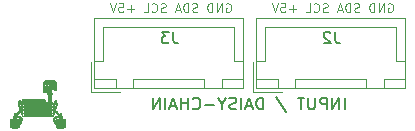
<source format=gbr>
G04 #@! TF.GenerationSoftware,KiCad,Pcbnew,(5.0.0-rc2-63-gd4393b281)*
G04 #@! TF.CreationDate,2018-06-20T09:41:06-07:00*
G04 #@! TF.ProjectId,IRSensorArray,495253656E736F7241727261792E6B69,rev?*
G04 #@! TF.SameCoordinates,Original*
G04 #@! TF.FileFunction,Legend,Bot*
G04 #@! TF.FilePolarity,Positive*
%FSLAX46Y46*%
G04 Gerber Fmt 4.6, Leading zero omitted, Abs format (unit mm)*
G04 Created by KiCad (PCBNEW (5.0.0-rc2-63-gd4393b281)) date 06/20/18 09:41:06*
%MOMM*%
%LPD*%
G01*
G04 APERTURE LIST*
%ADD10C,0.187500*%
%ADD11C,0.125000*%
%ADD12C,0.120000*%
%ADD13C,0.010000*%
%ADD14C,0.150000*%
G04 APERTURE END LIST*
D10*
X139564047Y-98115380D02*
X139564047Y-97115380D01*
X139087857Y-98115380D02*
X139087857Y-97115380D01*
X138516428Y-98115380D01*
X138516428Y-97115380D01*
X138040238Y-98115380D02*
X138040238Y-97115380D01*
X137659285Y-97115380D01*
X137564047Y-97163000D01*
X137516428Y-97210619D01*
X137468809Y-97305857D01*
X137468809Y-97448714D01*
X137516428Y-97543952D01*
X137564047Y-97591571D01*
X137659285Y-97639190D01*
X138040238Y-97639190D01*
X137040238Y-97115380D02*
X137040238Y-97924904D01*
X136992619Y-98020142D01*
X136945000Y-98067761D01*
X136849761Y-98115380D01*
X136659285Y-98115380D01*
X136564047Y-98067761D01*
X136516428Y-98020142D01*
X136468809Y-97924904D01*
X136468809Y-97115380D01*
X136135476Y-97115380D02*
X135564047Y-97115380D01*
X135849761Y-98115380D02*
X135849761Y-97115380D01*
X133754523Y-97067761D02*
X134611666Y-98353476D01*
X132659285Y-98115380D02*
X132659285Y-97115380D01*
X132421190Y-97115380D01*
X132278333Y-97163000D01*
X132183095Y-97258238D01*
X132135476Y-97353476D01*
X132087857Y-97543952D01*
X132087857Y-97686809D01*
X132135476Y-97877285D01*
X132183095Y-97972523D01*
X132278333Y-98067761D01*
X132421190Y-98115380D01*
X132659285Y-98115380D01*
X131706904Y-97829666D02*
X131230714Y-97829666D01*
X131802142Y-98115380D02*
X131468809Y-97115380D01*
X131135476Y-98115380D01*
X130802142Y-98115380D02*
X130802142Y-97115380D01*
X130373571Y-98067761D02*
X130230714Y-98115380D01*
X129992619Y-98115380D01*
X129897380Y-98067761D01*
X129849761Y-98020142D01*
X129802142Y-97924904D01*
X129802142Y-97829666D01*
X129849761Y-97734428D01*
X129897380Y-97686809D01*
X129992619Y-97639190D01*
X130183095Y-97591571D01*
X130278333Y-97543952D01*
X130325952Y-97496333D01*
X130373571Y-97401095D01*
X130373571Y-97305857D01*
X130325952Y-97210619D01*
X130278333Y-97163000D01*
X130183095Y-97115380D01*
X129945000Y-97115380D01*
X129802142Y-97163000D01*
X129183095Y-97639190D02*
X129183095Y-98115380D01*
X129516428Y-97115380D02*
X129183095Y-97639190D01*
X128849761Y-97115380D01*
X128516428Y-97734428D02*
X127754523Y-97734428D01*
X126706904Y-98020142D02*
X126754523Y-98067761D01*
X126897380Y-98115380D01*
X126992619Y-98115380D01*
X127135476Y-98067761D01*
X127230714Y-97972523D01*
X127278333Y-97877285D01*
X127325952Y-97686809D01*
X127325952Y-97543952D01*
X127278333Y-97353476D01*
X127230714Y-97258238D01*
X127135476Y-97163000D01*
X126992619Y-97115380D01*
X126897380Y-97115380D01*
X126754523Y-97163000D01*
X126706904Y-97210619D01*
X126278333Y-98115380D02*
X126278333Y-97115380D01*
X126278333Y-97591571D02*
X125706904Y-97591571D01*
X125706904Y-98115380D02*
X125706904Y-97115380D01*
X125278333Y-97829666D02*
X124802142Y-97829666D01*
X125373571Y-98115380D02*
X125040238Y-97115380D01*
X124706904Y-98115380D01*
X124373571Y-98115380D02*
X124373571Y-97115380D01*
X123897380Y-98115380D02*
X123897380Y-97115380D01*
X123325952Y-98115380D01*
X123325952Y-97115380D01*
D11*
X129501714Y-89160000D02*
X129573142Y-89124285D01*
X129680285Y-89124285D01*
X129787428Y-89160000D01*
X129858857Y-89231428D01*
X129894571Y-89302857D01*
X129930285Y-89445714D01*
X129930285Y-89552857D01*
X129894571Y-89695714D01*
X129858857Y-89767142D01*
X129787428Y-89838571D01*
X129680285Y-89874285D01*
X129608857Y-89874285D01*
X129501714Y-89838571D01*
X129466000Y-89802857D01*
X129466000Y-89552857D01*
X129608857Y-89552857D01*
X129144571Y-89874285D02*
X129144571Y-89124285D01*
X128716000Y-89874285D01*
X128716000Y-89124285D01*
X128358857Y-89874285D02*
X128358857Y-89124285D01*
X128180285Y-89124285D01*
X128073142Y-89160000D01*
X128001714Y-89231428D01*
X127966000Y-89302857D01*
X127930285Y-89445714D01*
X127930285Y-89552857D01*
X127966000Y-89695714D01*
X128001714Y-89767142D01*
X128073142Y-89838571D01*
X128180285Y-89874285D01*
X128358857Y-89874285D01*
X127073142Y-89838571D02*
X126966000Y-89874285D01*
X126787428Y-89874285D01*
X126716000Y-89838571D01*
X126680285Y-89802857D01*
X126644571Y-89731428D01*
X126644571Y-89660000D01*
X126680285Y-89588571D01*
X126716000Y-89552857D01*
X126787428Y-89517142D01*
X126930285Y-89481428D01*
X127001714Y-89445714D01*
X127037428Y-89410000D01*
X127073142Y-89338571D01*
X127073142Y-89267142D01*
X127037428Y-89195714D01*
X127001714Y-89160000D01*
X126930285Y-89124285D01*
X126751714Y-89124285D01*
X126644571Y-89160000D01*
X126323142Y-89874285D02*
X126323142Y-89124285D01*
X126144571Y-89124285D01*
X126037428Y-89160000D01*
X125966000Y-89231428D01*
X125930285Y-89302857D01*
X125894571Y-89445714D01*
X125894571Y-89552857D01*
X125930285Y-89695714D01*
X125966000Y-89767142D01*
X126037428Y-89838571D01*
X126144571Y-89874285D01*
X126323142Y-89874285D01*
X125608857Y-89660000D02*
X125251714Y-89660000D01*
X125680285Y-89874285D02*
X125430285Y-89124285D01*
X125180285Y-89874285D01*
X124394571Y-89838571D02*
X124287428Y-89874285D01*
X124108857Y-89874285D01*
X124037428Y-89838571D01*
X124001714Y-89802857D01*
X123966000Y-89731428D01*
X123966000Y-89660000D01*
X124001714Y-89588571D01*
X124037428Y-89552857D01*
X124108857Y-89517142D01*
X124251714Y-89481428D01*
X124323142Y-89445714D01*
X124358857Y-89410000D01*
X124394571Y-89338571D01*
X124394571Y-89267142D01*
X124358857Y-89195714D01*
X124323142Y-89160000D01*
X124251714Y-89124285D01*
X124073142Y-89124285D01*
X123966000Y-89160000D01*
X123216000Y-89802857D02*
X123251714Y-89838571D01*
X123358857Y-89874285D01*
X123430285Y-89874285D01*
X123537428Y-89838571D01*
X123608857Y-89767142D01*
X123644571Y-89695714D01*
X123680285Y-89552857D01*
X123680285Y-89445714D01*
X123644571Y-89302857D01*
X123608857Y-89231428D01*
X123537428Y-89160000D01*
X123430285Y-89124285D01*
X123358857Y-89124285D01*
X123251714Y-89160000D01*
X123216000Y-89195714D01*
X122537428Y-89874285D02*
X122894571Y-89874285D01*
X122894571Y-89124285D01*
X121716000Y-89588571D02*
X121144571Y-89588571D01*
X121430285Y-89874285D02*
X121430285Y-89302857D01*
X120430285Y-89124285D02*
X120787428Y-89124285D01*
X120823142Y-89481428D01*
X120787428Y-89445714D01*
X120716000Y-89410000D01*
X120537428Y-89410000D01*
X120466000Y-89445714D01*
X120430285Y-89481428D01*
X120394571Y-89552857D01*
X120394571Y-89731428D01*
X120430285Y-89802857D01*
X120466000Y-89838571D01*
X120537428Y-89874285D01*
X120716000Y-89874285D01*
X120787428Y-89838571D01*
X120823142Y-89802857D01*
X120180285Y-89124285D02*
X119930285Y-89874285D01*
X119680285Y-89124285D01*
X143217714Y-89160000D02*
X143289142Y-89124285D01*
X143396285Y-89124285D01*
X143503428Y-89160000D01*
X143574857Y-89231428D01*
X143610571Y-89302857D01*
X143646285Y-89445714D01*
X143646285Y-89552857D01*
X143610571Y-89695714D01*
X143574857Y-89767142D01*
X143503428Y-89838571D01*
X143396285Y-89874285D01*
X143324857Y-89874285D01*
X143217714Y-89838571D01*
X143182000Y-89802857D01*
X143182000Y-89552857D01*
X143324857Y-89552857D01*
X142860571Y-89874285D02*
X142860571Y-89124285D01*
X142432000Y-89874285D01*
X142432000Y-89124285D01*
X142074857Y-89874285D02*
X142074857Y-89124285D01*
X141896285Y-89124285D01*
X141789142Y-89160000D01*
X141717714Y-89231428D01*
X141682000Y-89302857D01*
X141646285Y-89445714D01*
X141646285Y-89552857D01*
X141682000Y-89695714D01*
X141717714Y-89767142D01*
X141789142Y-89838571D01*
X141896285Y-89874285D01*
X142074857Y-89874285D01*
X140789142Y-89838571D02*
X140682000Y-89874285D01*
X140503428Y-89874285D01*
X140432000Y-89838571D01*
X140396285Y-89802857D01*
X140360571Y-89731428D01*
X140360571Y-89660000D01*
X140396285Y-89588571D01*
X140432000Y-89552857D01*
X140503428Y-89517142D01*
X140646285Y-89481428D01*
X140717714Y-89445714D01*
X140753428Y-89410000D01*
X140789142Y-89338571D01*
X140789142Y-89267142D01*
X140753428Y-89195714D01*
X140717714Y-89160000D01*
X140646285Y-89124285D01*
X140467714Y-89124285D01*
X140360571Y-89160000D01*
X140039142Y-89874285D02*
X140039142Y-89124285D01*
X139860571Y-89124285D01*
X139753428Y-89160000D01*
X139682000Y-89231428D01*
X139646285Y-89302857D01*
X139610571Y-89445714D01*
X139610571Y-89552857D01*
X139646285Y-89695714D01*
X139682000Y-89767142D01*
X139753428Y-89838571D01*
X139860571Y-89874285D01*
X140039142Y-89874285D01*
X139324857Y-89660000D02*
X138967714Y-89660000D01*
X139396285Y-89874285D02*
X139146285Y-89124285D01*
X138896285Y-89874285D01*
X138110571Y-89838571D02*
X138003428Y-89874285D01*
X137824857Y-89874285D01*
X137753428Y-89838571D01*
X137717714Y-89802857D01*
X137682000Y-89731428D01*
X137682000Y-89660000D01*
X137717714Y-89588571D01*
X137753428Y-89552857D01*
X137824857Y-89517142D01*
X137967714Y-89481428D01*
X138039142Y-89445714D01*
X138074857Y-89410000D01*
X138110571Y-89338571D01*
X138110571Y-89267142D01*
X138074857Y-89195714D01*
X138039142Y-89160000D01*
X137967714Y-89124285D01*
X137789142Y-89124285D01*
X137682000Y-89160000D01*
X136932000Y-89802857D02*
X136967714Y-89838571D01*
X137074857Y-89874285D01*
X137146285Y-89874285D01*
X137253428Y-89838571D01*
X137324857Y-89767142D01*
X137360571Y-89695714D01*
X137396285Y-89552857D01*
X137396285Y-89445714D01*
X137360571Y-89302857D01*
X137324857Y-89231428D01*
X137253428Y-89160000D01*
X137146285Y-89124285D01*
X137074857Y-89124285D01*
X136967714Y-89160000D01*
X136932000Y-89195714D01*
X136253428Y-89874285D02*
X136610571Y-89874285D01*
X136610571Y-89124285D01*
X135432000Y-89588571D02*
X134860571Y-89588571D01*
X135146285Y-89874285D02*
X135146285Y-89302857D01*
X134146285Y-89124285D02*
X134503428Y-89124285D01*
X134539142Y-89481428D01*
X134503428Y-89445714D01*
X134432000Y-89410000D01*
X134253428Y-89410000D01*
X134182000Y-89445714D01*
X134146285Y-89481428D01*
X134110571Y-89552857D01*
X134110571Y-89731428D01*
X134146285Y-89802857D01*
X134182000Y-89838571D01*
X134253428Y-89874285D01*
X134432000Y-89874285D01*
X134503428Y-89838571D01*
X134539142Y-89802857D01*
X133896285Y-89124285D02*
X133646285Y-89874285D01*
X133396285Y-89124285D01*
D12*
G04 #@! TO.C,J2*
X132070000Y-96303000D02*
X132070000Y-90353000D01*
X132070000Y-90353000D02*
X144670000Y-90353000D01*
X144670000Y-90353000D02*
X144670000Y-96303000D01*
X144670000Y-96303000D02*
X132070000Y-96303000D01*
X135370000Y-96303000D02*
X135370000Y-95553000D01*
X135370000Y-95553000D02*
X141370000Y-95553000D01*
X141370000Y-95553000D02*
X141370000Y-96303000D01*
X141370000Y-96303000D02*
X135370000Y-96303000D01*
X132070000Y-96303000D02*
X132070000Y-95553000D01*
X132070000Y-95553000D02*
X133870000Y-95553000D01*
X133870000Y-95553000D02*
X133870000Y-96303000D01*
X133870000Y-96303000D02*
X132070000Y-96303000D01*
X142870000Y-96303000D02*
X142870000Y-95553000D01*
X142870000Y-95553000D02*
X144670000Y-95553000D01*
X144670000Y-95553000D02*
X144670000Y-96303000D01*
X144670000Y-96303000D02*
X142870000Y-96303000D01*
X132070000Y-94053000D02*
X132820000Y-94053000D01*
X132820000Y-94053000D02*
X132820000Y-91103000D01*
X132820000Y-91103000D02*
X138370000Y-91103000D01*
X144670000Y-94053000D02*
X143920000Y-94053000D01*
X143920000Y-94053000D02*
X143920000Y-91103000D01*
X143920000Y-91103000D02*
X138370000Y-91103000D01*
X134270000Y-96603000D02*
X131770000Y-96603000D01*
X131770000Y-96603000D02*
X131770000Y-94103000D01*
G04 #@! TO.C,J3*
X118054000Y-96603000D02*
X118054000Y-94103000D01*
X120554000Y-96603000D02*
X118054000Y-96603000D01*
X130204000Y-91103000D02*
X124654000Y-91103000D01*
X130204000Y-94053000D02*
X130204000Y-91103000D01*
X130954000Y-94053000D02*
X130204000Y-94053000D01*
X119104000Y-91103000D02*
X124654000Y-91103000D01*
X119104000Y-94053000D02*
X119104000Y-91103000D01*
X118354000Y-94053000D02*
X119104000Y-94053000D01*
X130954000Y-96303000D02*
X129154000Y-96303000D01*
X130954000Y-95553000D02*
X130954000Y-96303000D01*
X129154000Y-95553000D02*
X130954000Y-95553000D01*
X129154000Y-96303000D02*
X129154000Y-95553000D01*
X120154000Y-96303000D02*
X118354000Y-96303000D01*
X120154000Y-95553000D02*
X120154000Y-96303000D01*
X118354000Y-95553000D02*
X120154000Y-95553000D01*
X118354000Y-96303000D02*
X118354000Y-95553000D01*
X127654000Y-96303000D02*
X121654000Y-96303000D01*
X127654000Y-95553000D02*
X127654000Y-96303000D01*
X121654000Y-95553000D02*
X127654000Y-95553000D01*
X121654000Y-96303000D02*
X121654000Y-95553000D01*
X130954000Y-96303000D02*
X118354000Y-96303000D01*
X130954000Y-90353000D02*
X130954000Y-96303000D01*
X118354000Y-90353000D02*
X130954000Y-90353000D01*
X118354000Y-96303000D02*
X118354000Y-90353000D01*
D13*
G04 #@! TO.C,G\002A\002A\002A*
G36*
X113855959Y-98259501D02*
X113842328Y-98267540D01*
X113837330Y-98272209D01*
X113826648Y-98285934D01*
X113822712Y-98301293D01*
X113822480Y-98308160D01*
X113824622Y-98325481D01*
X113832661Y-98339112D01*
X113837330Y-98344110D01*
X113851055Y-98354792D01*
X113866414Y-98358728D01*
X113873280Y-98358960D01*
X113890602Y-98356818D01*
X113904233Y-98348779D01*
X113909231Y-98344110D01*
X113919913Y-98330385D01*
X113923849Y-98315026D01*
X113924080Y-98308160D01*
X113921939Y-98290838D01*
X113913900Y-98277207D01*
X113909231Y-98272209D01*
X113895506Y-98261527D01*
X113880147Y-98257591D01*
X113873280Y-98257360D01*
X113855959Y-98259501D01*
X113855959Y-98259501D01*
G37*
X113855959Y-98259501D02*
X113842328Y-98267540D01*
X113837330Y-98272209D01*
X113826648Y-98285934D01*
X113822712Y-98301293D01*
X113822480Y-98308160D01*
X113824622Y-98325481D01*
X113832661Y-98339112D01*
X113837330Y-98344110D01*
X113851055Y-98354792D01*
X113866414Y-98358728D01*
X113873280Y-98358960D01*
X113890602Y-98356818D01*
X113904233Y-98348779D01*
X113909231Y-98344110D01*
X113919913Y-98330385D01*
X113923849Y-98315026D01*
X113924080Y-98308160D01*
X113921939Y-98290838D01*
X113913900Y-98277207D01*
X113909231Y-98272209D01*
X113895506Y-98261527D01*
X113880147Y-98257591D01*
X113873280Y-98257360D01*
X113855959Y-98259501D01*
G36*
X114384623Y-98385980D02*
X114384378Y-98386013D01*
X114362528Y-98393296D01*
X114347015Y-98407264D01*
X114338951Y-98426012D01*
X114339449Y-98447637D01*
X114342628Y-98457481D01*
X114354909Y-98475160D01*
X114372713Y-98486306D01*
X114393230Y-98489707D01*
X114409220Y-98486237D01*
X114426981Y-98473952D01*
X114437243Y-98455135D01*
X114439700Y-98436749D01*
X114438427Y-98420790D01*
X114433039Y-98409432D01*
X114422470Y-98398611D01*
X114410018Y-98388890D01*
X114399089Y-98385238D01*
X114384623Y-98385980D01*
X114384623Y-98385980D01*
G37*
X114384623Y-98385980D02*
X114384378Y-98386013D01*
X114362528Y-98393296D01*
X114347015Y-98407264D01*
X114338951Y-98426012D01*
X114339449Y-98447637D01*
X114342628Y-98457481D01*
X114354909Y-98475160D01*
X114372713Y-98486306D01*
X114393230Y-98489707D01*
X114409220Y-98486237D01*
X114426981Y-98473952D01*
X114437243Y-98455135D01*
X114439700Y-98436749D01*
X114438427Y-98420790D01*
X114433039Y-98409432D01*
X114422470Y-98398611D01*
X114410018Y-98388890D01*
X114399089Y-98385238D01*
X114384623Y-98385980D01*
G36*
X112383922Y-97319706D02*
X112371415Y-97330603D01*
X112365116Y-97345756D01*
X112365950Y-97362707D01*
X112374842Y-97378995D01*
X112376990Y-97381290D01*
X112393156Y-97391765D01*
X112410381Y-97392169D01*
X112427335Y-97383231D01*
X112437236Y-97372157D01*
X112440630Y-97357547D01*
X112440720Y-97353538D01*
X112436754Y-97334083D01*
X112425241Y-97321291D01*
X112406760Y-97315726D01*
X112401713Y-97315528D01*
X112383922Y-97319706D01*
X112383922Y-97319706D01*
G37*
X112383922Y-97319706D02*
X112371415Y-97330603D01*
X112365116Y-97345756D01*
X112365950Y-97362707D01*
X112374842Y-97378995D01*
X112376990Y-97381290D01*
X112393156Y-97391765D01*
X112410381Y-97392169D01*
X112427335Y-97383231D01*
X112437236Y-97372157D01*
X112440630Y-97357547D01*
X112440720Y-97353538D01*
X112436754Y-97334083D01*
X112425241Y-97321291D01*
X112406760Y-97315726D01*
X112401713Y-97315528D01*
X112383922Y-97319706D01*
G36*
X112653729Y-97258155D02*
X112643286Y-97263909D01*
X112623866Y-97282567D01*
X112612435Y-97305300D01*
X112608992Y-97329979D01*
X112613534Y-97354474D01*
X112626059Y-97376658D01*
X112643402Y-97392388D01*
X112664860Y-97401401D01*
X112689996Y-97404072D01*
X112714522Y-97400307D01*
X112728317Y-97394237D01*
X112741469Y-97382090D01*
X112753666Y-97364085D01*
X112762568Y-97344371D01*
X112765840Y-97327720D01*
X112762155Y-97309727D01*
X112752672Y-97289796D01*
X112739754Y-97272043D01*
X112728050Y-97261871D01*
X112704702Y-97252946D01*
X112678659Y-97251738D01*
X112653729Y-97258155D01*
X112653729Y-97258155D01*
G37*
X112653729Y-97258155D02*
X112643286Y-97263909D01*
X112623866Y-97282567D01*
X112612435Y-97305300D01*
X112608992Y-97329979D01*
X112613534Y-97354474D01*
X112626059Y-97376658D01*
X112643402Y-97392388D01*
X112664860Y-97401401D01*
X112689996Y-97404072D01*
X112714522Y-97400307D01*
X112728317Y-97394237D01*
X112741469Y-97382090D01*
X112753666Y-97364085D01*
X112762568Y-97344371D01*
X112765840Y-97327720D01*
X112762155Y-97309727D01*
X112752672Y-97289796D01*
X112739754Y-97272043D01*
X112728050Y-97261871D01*
X112704702Y-97252946D01*
X112678659Y-97251738D01*
X112653729Y-97258155D01*
G36*
X113702417Y-98158121D02*
X113693419Y-98169628D01*
X113692960Y-98170939D01*
X113693190Y-98184688D01*
X113700406Y-98197419D01*
X113711986Y-98205453D01*
X113718340Y-98206560D01*
X113731556Y-98201919D01*
X113738965Y-98194108D01*
X113744296Y-98178529D01*
X113740387Y-98164382D01*
X113730054Y-98155231D01*
X113715968Y-98152755D01*
X113702417Y-98158121D01*
X113702417Y-98158121D01*
G37*
X113702417Y-98158121D02*
X113693419Y-98169628D01*
X113692960Y-98170939D01*
X113693190Y-98184688D01*
X113700406Y-98197419D01*
X113711986Y-98205453D01*
X113718340Y-98206560D01*
X113731556Y-98201919D01*
X113738965Y-98194108D01*
X113744296Y-98178529D01*
X113740387Y-98164382D01*
X113730054Y-98155231D01*
X113715968Y-98152755D01*
X113702417Y-98158121D01*
G36*
X114013438Y-98158343D02*
X114003870Y-98168396D01*
X114002834Y-98170957D01*
X114002707Y-98184047D01*
X114009077Y-98195561D01*
X114019423Y-98203733D01*
X114031220Y-98206794D01*
X114041946Y-98202976D01*
X114044590Y-98200210D01*
X114053047Y-98183707D01*
X114052642Y-98168831D01*
X114043530Y-98157359D01*
X114040655Y-98155618D01*
X114027222Y-98153467D01*
X114013438Y-98158343D01*
X114013438Y-98158343D01*
G37*
X114013438Y-98158343D02*
X114003870Y-98168396D01*
X114002834Y-98170957D01*
X114002707Y-98184047D01*
X114009077Y-98195561D01*
X114019423Y-98203733D01*
X114031220Y-98206794D01*
X114041946Y-98202976D01*
X114044590Y-98200210D01*
X114053047Y-98183707D01*
X114052642Y-98168831D01*
X114043530Y-98157359D01*
X114040655Y-98155618D01*
X114027222Y-98153467D01*
X114013438Y-98158343D01*
G36*
X113838678Y-98184082D02*
X113808235Y-98196884D01*
X113782798Y-98216540D01*
X113763210Y-98241677D01*
X113750317Y-98270919D01*
X113744964Y-98302891D01*
X113747996Y-98336219D01*
X113758560Y-98366174D01*
X113777973Y-98395029D01*
X113803725Y-98417046D01*
X113834064Y-98431425D01*
X113867238Y-98437370D01*
X113901494Y-98434081D01*
X113905425Y-98433075D01*
X113938604Y-98419231D01*
X113965870Y-98398151D01*
X113986169Y-98371160D01*
X113998449Y-98339586D01*
X114001794Y-98311706D01*
X113999694Y-98294113D01*
X113973489Y-98294113D01*
X113973027Y-98324661D01*
X113964321Y-98353823D01*
X113947968Y-98378610D01*
X113925336Y-98396152D01*
X113898050Y-98406307D01*
X113868690Y-98408819D01*
X113839839Y-98403431D01*
X113816494Y-98391653D01*
X113792814Y-98369396D01*
X113778084Y-98342587D01*
X113772634Y-98311906D01*
X113772876Y-98301783D01*
X113779213Y-98271744D01*
X113792720Y-98247032D01*
X113811825Y-98227950D01*
X113834955Y-98214799D01*
X113860537Y-98207878D01*
X113886996Y-98207490D01*
X113912762Y-98213934D01*
X113936258Y-98227513D01*
X113955914Y-98248526D01*
X113965279Y-98264980D01*
X113973489Y-98294113D01*
X113999694Y-98294113D01*
X113997489Y-98275647D01*
X113984749Y-98243687D01*
X113964676Y-98216961D01*
X113938373Y-98196602D01*
X113906941Y-98183744D01*
X113873280Y-98179509D01*
X113838678Y-98184082D01*
X113838678Y-98184082D01*
G37*
X113838678Y-98184082D02*
X113808235Y-98196884D01*
X113782798Y-98216540D01*
X113763210Y-98241677D01*
X113750317Y-98270919D01*
X113744964Y-98302891D01*
X113747996Y-98336219D01*
X113758560Y-98366174D01*
X113777973Y-98395029D01*
X113803725Y-98417046D01*
X113834064Y-98431425D01*
X113867238Y-98437370D01*
X113901494Y-98434081D01*
X113905425Y-98433075D01*
X113938604Y-98419231D01*
X113965870Y-98398151D01*
X113986169Y-98371160D01*
X113998449Y-98339586D01*
X114001794Y-98311706D01*
X113999694Y-98294113D01*
X113973489Y-98294113D01*
X113973027Y-98324661D01*
X113964321Y-98353823D01*
X113947968Y-98378610D01*
X113925336Y-98396152D01*
X113898050Y-98406307D01*
X113868690Y-98408819D01*
X113839839Y-98403431D01*
X113816494Y-98391653D01*
X113792814Y-98369396D01*
X113778084Y-98342587D01*
X113772634Y-98311906D01*
X113772876Y-98301783D01*
X113779213Y-98271744D01*
X113792720Y-98247032D01*
X113811825Y-98227950D01*
X113834955Y-98214799D01*
X113860537Y-98207878D01*
X113886996Y-98207490D01*
X113912762Y-98213934D01*
X113936258Y-98227513D01*
X113955914Y-98248526D01*
X113965279Y-98264980D01*
X113973489Y-98294113D01*
X113999694Y-98294113D01*
X113997489Y-98275647D01*
X113984749Y-98243687D01*
X113964676Y-98216961D01*
X113938373Y-98196602D01*
X113906941Y-98183744D01*
X113873280Y-98179509D01*
X113838678Y-98184082D01*
G36*
X113709326Y-98413122D02*
X113700560Y-98419920D01*
X113693025Y-98429977D01*
X113690400Y-98437700D01*
X113693763Y-98446714D01*
X113700560Y-98455480D01*
X113710618Y-98463015D01*
X113718340Y-98465640D01*
X113727355Y-98462277D01*
X113736120Y-98455480D01*
X113743656Y-98445422D01*
X113746280Y-98437700D01*
X113742918Y-98428685D01*
X113736120Y-98419920D01*
X113726063Y-98412384D01*
X113718340Y-98409760D01*
X113709326Y-98413122D01*
X113709326Y-98413122D01*
G37*
X113709326Y-98413122D02*
X113700560Y-98419920D01*
X113693025Y-98429977D01*
X113690400Y-98437700D01*
X113693763Y-98446714D01*
X113700560Y-98455480D01*
X113710618Y-98463015D01*
X113718340Y-98465640D01*
X113727355Y-98462277D01*
X113736120Y-98455480D01*
X113743656Y-98445422D01*
X113746280Y-98437700D01*
X113742918Y-98428685D01*
X113736120Y-98419920D01*
X113726063Y-98412384D01*
X113718340Y-98409760D01*
X113709326Y-98413122D01*
G36*
X114019206Y-98413122D02*
X114010440Y-98419920D01*
X114002905Y-98429977D01*
X114000280Y-98437700D01*
X114003643Y-98446714D01*
X114010440Y-98455480D01*
X114020498Y-98463015D01*
X114028220Y-98465640D01*
X114037235Y-98462277D01*
X114046000Y-98455480D01*
X114053536Y-98445422D01*
X114056160Y-98437700D01*
X114052798Y-98428685D01*
X114046000Y-98419920D01*
X114035943Y-98412384D01*
X114028220Y-98409760D01*
X114019206Y-98413122D01*
X114019206Y-98413122D01*
G37*
X114019206Y-98413122D02*
X114010440Y-98419920D01*
X114002905Y-98429977D01*
X114000280Y-98437700D01*
X114003643Y-98446714D01*
X114010440Y-98455480D01*
X114020498Y-98463015D01*
X114028220Y-98465640D01*
X114037235Y-98462277D01*
X114046000Y-98455480D01*
X114053536Y-98445422D01*
X114056160Y-98437700D01*
X114052798Y-98428685D01*
X114046000Y-98419920D01*
X114035943Y-98412384D01*
X114028220Y-98409760D01*
X114019206Y-98413122D01*
G36*
X114218050Y-98289528D02*
X114210249Y-98301301D01*
X114208993Y-98315173D01*
X114211808Y-98322398D01*
X114221269Y-98329541D01*
X114235044Y-98332549D01*
X114248118Y-98330777D01*
X114253035Y-98327693D01*
X114258356Y-98316525D01*
X114258677Y-98302288D01*
X114254131Y-98290293D01*
X114252048Y-98288094D01*
X114241775Y-98284107D01*
X114230551Y-98283662D01*
X114218050Y-98289528D01*
X114218050Y-98289528D01*
G37*
X114218050Y-98289528D02*
X114210249Y-98301301D01*
X114208993Y-98315173D01*
X114211808Y-98322398D01*
X114221269Y-98329541D01*
X114235044Y-98332549D01*
X114248118Y-98330777D01*
X114253035Y-98327693D01*
X114258356Y-98316525D01*
X114258677Y-98302288D01*
X114254131Y-98290293D01*
X114252048Y-98288094D01*
X114241775Y-98284107D01*
X114230551Y-98283662D01*
X114218050Y-98289528D01*
G36*
X114527930Y-98289528D02*
X114520129Y-98301301D01*
X114518873Y-98315173D01*
X114521688Y-98322398D01*
X114531149Y-98329541D01*
X114544924Y-98332549D01*
X114557998Y-98330777D01*
X114562915Y-98327693D01*
X114568236Y-98316525D01*
X114568557Y-98302288D01*
X114564011Y-98290293D01*
X114561928Y-98288094D01*
X114551655Y-98284107D01*
X114540431Y-98283662D01*
X114527930Y-98289528D01*
X114527930Y-98289528D01*
G37*
X114527930Y-98289528D02*
X114520129Y-98301301D01*
X114518873Y-98315173D01*
X114521688Y-98322398D01*
X114531149Y-98329541D01*
X114544924Y-98332549D01*
X114557998Y-98330777D01*
X114562915Y-98327693D01*
X114568236Y-98316525D01*
X114568557Y-98302288D01*
X114564011Y-98290293D01*
X114561928Y-98288094D01*
X114551655Y-98284107D01*
X114540431Y-98283662D01*
X114527930Y-98289528D01*
G36*
X114366202Y-98310584D02*
X114334063Y-98320809D01*
X114304906Y-98340602D01*
X114298092Y-98346964D01*
X114276970Y-98374283D01*
X114264536Y-98404763D01*
X114260519Y-98436776D01*
X114264644Y-98468697D01*
X114276641Y-98498898D01*
X114296234Y-98525754D01*
X114323153Y-98547637D01*
X114332653Y-98553008D01*
X114351947Y-98559945D01*
X114375684Y-98564337D01*
X114399540Y-98565710D01*
X114419187Y-98563588D01*
X114421953Y-98562795D01*
X114455722Y-98547064D01*
X114482933Y-98524903D01*
X114502886Y-98497645D01*
X114514878Y-98466619D01*
X114516915Y-98446148D01*
X114490493Y-98446148D01*
X114483616Y-98474062D01*
X114468088Y-98500181D01*
X114460349Y-98508759D01*
X114434565Y-98527942D01*
X114405720Y-98537773D01*
X114375226Y-98538021D01*
X114344491Y-98528458D01*
X114343180Y-98527820D01*
X114317459Y-98509856D01*
X114299483Y-98485673D01*
X114289878Y-98456300D01*
X114288389Y-98437700D01*
X114292952Y-98406974D01*
X114305652Y-98380293D01*
X114325001Y-98358847D01*
X114349516Y-98343829D01*
X114377709Y-98336428D01*
X114408095Y-98337836D01*
X114411923Y-98338678D01*
X114441097Y-98350270D01*
X114464021Y-98368499D01*
X114480215Y-98391679D01*
X114489199Y-98418124D01*
X114490493Y-98446148D01*
X114516915Y-98446148D01*
X114518209Y-98433160D01*
X114512178Y-98398597D01*
X114510721Y-98394237D01*
X114494358Y-98361930D01*
X114470996Y-98336649D01*
X114441567Y-98319123D01*
X114407004Y-98310080D01*
X114402306Y-98309576D01*
X114366202Y-98310584D01*
X114366202Y-98310584D01*
G37*
X114366202Y-98310584D02*
X114334063Y-98320809D01*
X114304906Y-98340602D01*
X114298092Y-98346964D01*
X114276970Y-98374283D01*
X114264536Y-98404763D01*
X114260519Y-98436776D01*
X114264644Y-98468697D01*
X114276641Y-98498898D01*
X114296234Y-98525754D01*
X114323153Y-98547637D01*
X114332653Y-98553008D01*
X114351947Y-98559945D01*
X114375684Y-98564337D01*
X114399540Y-98565710D01*
X114419187Y-98563588D01*
X114421953Y-98562795D01*
X114455722Y-98547064D01*
X114482933Y-98524903D01*
X114502886Y-98497645D01*
X114514878Y-98466619D01*
X114516915Y-98446148D01*
X114490493Y-98446148D01*
X114483616Y-98474062D01*
X114468088Y-98500181D01*
X114460349Y-98508759D01*
X114434565Y-98527942D01*
X114405720Y-98537773D01*
X114375226Y-98538021D01*
X114344491Y-98528458D01*
X114343180Y-98527820D01*
X114317459Y-98509856D01*
X114299483Y-98485673D01*
X114289878Y-98456300D01*
X114288389Y-98437700D01*
X114292952Y-98406974D01*
X114305652Y-98380293D01*
X114325001Y-98358847D01*
X114349516Y-98343829D01*
X114377709Y-98336428D01*
X114408095Y-98337836D01*
X114411923Y-98338678D01*
X114441097Y-98350270D01*
X114464021Y-98368499D01*
X114480215Y-98391679D01*
X114489199Y-98418124D01*
X114490493Y-98446148D01*
X114516915Y-98446148D01*
X114518209Y-98433160D01*
X114512178Y-98398597D01*
X114510721Y-98394237D01*
X114494358Y-98361930D01*
X114470996Y-98336649D01*
X114441567Y-98319123D01*
X114407004Y-98310080D01*
X114402306Y-98309576D01*
X114366202Y-98310584D01*
G36*
X114218397Y-98545566D02*
X114209923Y-98556268D01*
X114208560Y-98565353D01*
X114212699Y-98580315D01*
X114223357Y-98589499D01*
X114237902Y-98591535D01*
X114250470Y-98587153D01*
X114257162Y-98578180D01*
X114259206Y-98564881D01*
X114256256Y-98552133D01*
X114253264Y-98547936D01*
X114243765Y-98543241D01*
X114233960Y-98541840D01*
X114218397Y-98545566D01*
X114218397Y-98545566D01*
G37*
X114218397Y-98545566D02*
X114209923Y-98556268D01*
X114208560Y-98565353D01*
X114212699Y-98580315D01*
X114223357Y-98589499D01*
X114237902Y-98591535D01*
X114250470Y-98587153D01*
X114257162Y-98578180D01*
X114259206Y-98564881D01*
X114256256Y-98552133D01*
X114253264Y-98547936D01*
X114243765Y-98543241D01*
X114233960Y-98541840D01*
X114218397Y-98545566D01*
G36*
X114528277Y-98545566D02*
X114519803Y-98556268D01*
X114518440Y-98565353D01*
X114522539Y-98579046D01*
X114532738Y-98588687D01*
X114545897Y-98592786D01*
X114558873Y-98589854D01*
X114563144Y-98586544D01*
X114567839Y-98577044D01*
X114569240Y-98567240D01*
X114567023Y-98554851D01*
X114563144Y-98547936D01*
X114553645Y-98543241D01*
X114543840Y-98541840D01*
X114528277Y-98545566D01*
X114528277Y-98545566D01*
G37*
X114528277Y-98545566D02*
X114519803Y-98556268D01*
X114518440Y-98565353D01*
X114522539Y-98579046D01*
X114532738Y-98588687D01*
X114545897Y-98592786D01*
X114558873Y-98589854D01*
X114563144Y-98586544D01*
X114567839Y-98577044D01*
X114569240Y-98567240D01*
X114567023Y-98554851D01*
X114563144Y-98547936D01*
X114553645Y-98543241D01*
X114543840Y-98541840D01*
X114528277Y-98545566D01*
G36*
X113133204Y-98509113D02*
X113113820Y-98515834D01*
X113091726Y-98529024D01*
X113078831Y-98544523D01*
X113074249Y-98563403D01*
X113074238Y-98563757D01*
X113078267Y-98585928D01*
X113091342Y-98603937D01*
X113107858Y-98614740D01*
X113124894Y-98619925D01*
X113146117Y-98622501D01*
X113167464Y-98622346D01*
X113184874Y-98619339D01*
X113190020Y-98617205D01*
X113211636Y-98601546D01*
X113224560Y-98583615D01*
X113227253Y-98571362D01*
X113174427Y-98571362D01*
X113166272Y-98578934D01*
X113151465Y-98581660D01*
X113147275Y-98581466D01*
X113134291Y-98578920D01*
X113128494Y-98573008D01*
X113127482Y-98568853D01*
X113130070Y-98558249D01*
X113139139Y-98551191D01*
X113151449Y-98548275D01*
X113163758Y-98550101D01*
X113172825Y-98557264D01*
X113174308Y-98560220D01*
X113174427Y-98571362D01*
X113227253Y-98571362D01*
X113228120Y-98567419D01*
X113224050Y-98545917D01*
X113211429Y-98528912D01*
X113190617Y-98516001D01*
X113161616Y-98507547D01*
X113133204Y-98509113D01*
X113133204Y-98509113D01*
G37*
X113133204Y-98509113D02*
X113113820Y-98515834D01*
X113091726Y-98529024D01*
X113078831Y-98544523D01*
X113074249Y-98563403D01*
X113074238Y-98563757D01*
X113078267Y-98585928D01*
X113091342Y-98603937D01*
X113107858Y-98614740D01*
X113124894Y-98619925D01*
X113146117Y-98622501D01*
X113167464Y-98622346D01*
X113184874Y-98619339D01*
X113190020Y-98617205D01*
X113211636Y-98601546D01*
X113224560Y-98583615D01*
X113227253Y-98571362D01*
X113174427Y-98571362D01*
X113166272Y-98578934D01*
X113151465Y-98581660D01*
X113147275Y-98581466D01*
X113134291Y-98578920D01*
X113128494Y-98573008D01*
X113127482Y-98568853D01*
X113130070Y-98558249D01*
X113139139Y-98551191D01*
X113151449Y-98548275D01*
X113163758Y-98550101D01*
X113172825Y-98557264D01*
X113174308Y-98560220D01*
X113174427Y-98571362D01*
X113227253Y-98571362D01*
X113228120Y-98567419D01*
X113224050Y-98545917D01*
X113211429Y-98528912D01*
X113190617Y-98516001D01*
X113161616Y-98507547D01*
X113133204Y-98509113D01*
G36*
X113384777Y-98511387D02*
X113362400Y-98520425D01*
X113344716Y-98534655D01*
X113333788Y-98553456D01*
X113332142Y-98559864D01*
X113333494Y-98577787D01*
X113342619Y-98595578D01*
X113357564Y-98610167D01*
X113367769Y-98615805D01*
X113389940Y-98621390D01*
X113415654Y-98622510D01*
X113439823Y-98619161D01*
X113449531Y-98615899D01*
X113469724Y-98602724D01*
X113482052Y-98585485D01*
X113484965Y-98572262D01*
X113430876Y-98572262D01*
X113423804Y-98579786D01*
X113408679Y-98581623D01*
X113407231Y-98581519D01*
X113393999Y-98579159D01*
X113387926Y-98573798D01*
X113386524Y-98568559D01*
X113389050Y-98557762D01*
X113397930Y-98550695D01*
X113409814Y-98548064D01*
X113421356Y-98550574D01*
X113429208Y-98558932D01*
X113429439Y-98559504D01*
X113430876Y-98572262D01*
X113484965Y-98572262D01*
X113486304Y-98566189D01*
X113482269Y-98546842D01*
X113469736Y-98529453D01*
X113459424Y-98521620D01*
X113435352Y-98511364D01*
X113409782Y-98508160D01*
X113384777Y-98511387D01*
X113384777Y-98511387D01*
G37*
X113384777Y-98511387D02*
X113362400Y-98520425D01*
X113344716Y-98534655D01*
X113333788Y-98553456D01*
X113332142Y-98559864D01*
X113333494Y-98577787D01*
X113342619Y-98595578D01*
X113357564Y-98610167D01*
X113367769Y-98615805D01*
X113389940Y-98621390D01*
X113415654Y-98622510D01*
X113439823Y-98619161D01*
X113449531Y-98615899D01*
X113469724Y-98602724D01*
X113482052Y-98585485D01*
X113484965Y-98572262D01*
X113430876Y-98572262D01*
X113423804Y-98579786D01*
X113408679Y-98581623D01*
X113407231Y-98581519D01*
X113393999Y-98579159D01*
X113387926Y-98573798D01*
X113386524Y-98568559D01*
X113389050Y-98557762D01*
X113397930Y-98550695D01*
X113409814Y-98548064D01*
X113421356Y-98550574D01*
X113429208Y-98558932D01*
X113429439Y-98559504D01*
X113430876Y-98572262D01*
X113484965Y-98572262D01*
X113486304Y-98566189D01*
X113482269Y-98546842D01*
X113469736Y-98529453D01*
X113459424Y-98521620D01*
X113435352Y-98511364D01*
X113409782Y-98508160D01*
X113384777Y-98511387D01*
G36*
X113566807Y-98510433D02*
X113541317Y-98521524D01*
X113528240Y-98531306D01*
X113515474Y-98548891D01*
X113512098Y-98567844D01*
X113517729Y-98586758D01*
X113531985Y-98604224D01*
X113551637Y-98617419D01*
X113568034Y-98621964D01*
X113589622Y-98623008D01*
X113612123Y-98620739D01*
X113631261Y-98615346D01*
X113634600Y-98613757D01*
X113648924Y-98602832D01*
X113661069Y-98588186D01*
X113662460Y-98585817D01*
X113668606Y-98573753D01*
X113668990Y-98571421D01*
X113614237Y-98571421D01*
X113610814Y-98579093D01*
X113602125Y-98582164D01*
X113588860Y-98582171D01*
X113575984Y-98579540D01*
X113569015Y-98575503D01*
X113565242Y-98565351D01*
X113569271Y-98556351D01*
X113578758Y-98550115D01*
X113591354Y-98548257D01*
X113603567Y-98551746D01*
X113611898Y-98560357D01*
X113614237Y-98571421D01*
X113668990Y-98571421D01*
X113669970Y-98565473D01*
X113666554Y-98556018D01*
X113662460Y-98548190D01*
X113649510Y-98532174D01*
X113630633Y-98518292D01*
X113609729Y-98508933D01*
X113594074Y-98506308D01*
X113566807Y-98510433D01*
X113566807Y-98510433D01*
G37*
X113566807Y-98510433D02*
X113541317Y-98521524D01*
X113528240Y-98531306D01*
X113515474Y-98548891D01*
X113512098Y-98567844D01*
X113517729Y-98586758D01*
X113531985Y-98604224D01*
X113551637Y-98617419D01*
X113568034Y-98621964D01*
X113589622Y-98623008D01*
X113612123Y-98620739D01*
X113631261Y-98615346D01*
X113634600Y-98613757D01*
X113648924Y-98602832D01*
X113661069Y-98588186D01*
X113662460Y-98585817D01*
X113668606Y-98573753D01*
X113668990Y-98571421D01*
X113614237Y-98571421D01*
X113610814Y-98579093D01*
X113602125Y-98582164D01*
X113588860Y-98582171D01*
X113575984Y-98579540D01*
X113569015Y-98575503D01*
X113565242Y-98565351D01*
X113569271Y-98556351D01*
X113578758Y-98550115D01*
X113591354Y-98548257D01*
X113603567Y-98551746D01*
X113611898Y-98560357D01*
X113614237Y-98571421D01*
X113668990Y-98571421D01*
X113669970Y-98565473D01*
X113666554Y-98556018D01*
X113662460Y-98548190D01*
X113649510Y-98532174D01*
X113630633Y-98518292D01*
X113609729Y-98508933D01*
X113594074Y-98506308D01*
X113566807Y-98510433D01*
G36*
X112952351Y-98509532D02*
X112928835Y-98517120D01*
X112920617Y-98521620D01*
X112903564Y-98536931D01*
X112894614Y-98555548D01*
X112894276Y-98575321D01*
X112903059Y-98594095D01*
X112903394Y-98594527D01*
X112923876Y-98612791D01*
X112949551Y-98622552D01*
X112979720Y-98623580D01*
X112988750Y-98622295D01*
X113014459Y-98614708D01*
X113032652Y-98601853D01*
X113042917Y-98587141D01*
X113048405Y-98567669D01*
X113047747Y-98563907D01*
X112993709Y-98563907D01*
X112992603Y-98574860D01*
X112985739Y-98580386D01*
X112973528Y-98582382D01*
X112960141Y-98580872D01*
X112949751Y-98575884D01*
X112948491Y-98574583D01*
X112944992Y-98567589D01*
X112948582Y-98560302D01*
X112952486Y-98556136D01*
X112964672Y-98549011D01*
X112977420Y-98548778D01*
X112988007Y-98554167D01*
X112993709Y-98563907D01*
X113047747Y-98563907D01*
X113045252Y-98549654D01*
X113034959Y-98533899D01*
X113019023Y-98521206D01*
X112998943Y-98512379D01*
X112976220Y-98508220D01*
X112952351Y-98509532D01*
X112952351Y-98509532D01*
G37*
X112952351Y-98509532D02*
X112928835Y-98517120D01*
X112920617Y-98521620D01*
X112903564Y-98536931D01*
X112894614Y-98555548D01*
X112894276Y-98575321D01*
X112903059Y-98594095D01*
X112903394Y-98594527D01*
X112923876Y-98612791D01*
X112949551Y-98622552D01*
X112979720Y-98623580D01*
X112988750Y-98622295D01*
X113014459Y-98614708D01*
X113032652Y-98601853D01*
X113042917Y-98587141D01*
X113048405Y-98567669D01*
X113047747Y-98563907D01*
X112993709Y-98563907D01*
X112992603Y-98574860D01*
X112985739Y-98580386D01*
X112973528Y-98582382D01*
X112960141Y-98580872D01*
X112949751Y-98575884D01*
X112948491Y-98574583D01*
X112944992Y-98567589D01*
X112948582Y-98560302D01*
X112952486Y-98556136D01*
X112964672Y-98549011D01*
X112977420Y-98548778D01*
X112988007Y-98554167D01*
X112993709Y-98563907D01*
X113047747Y-98563907D01*
X113045252Y-98549654D01*
X113034959Y-98533899D01*
X113019023Y-98521206D01*
X112998943Y-98512379D01*
X112976220Y-98508220D01*
X112952351Y-98509532D01*
G36*
X114291155Y-95756352D02*
X114274987Y-95759210D01*
X114259486Y-95765471D01*
X114250449Y-95770255D01*
X114221931Y-95790973D01*
X114201458Y-95816042D01*
X114188676Y-95844092D01*
X114183230Y-95873757D01*
X114184768Y-95903668D01*
X114192934Y-95932458D01*
X114207376Y-95958759D01*
X114227739Y-95981204D01*
X114253669Y-95998424D01*
X114284812Y-96009052D01*
X114312973Y-96011888D01*
X114338498Y-96009973D01*
X114361179Y-96002989D01*
X114370562Y-95998626D01*
X114398079Y-95979649D01*
X114419402Y-95954308D01*
X114433864Y-95924558D01*
X114440794Y-95892355D01*
X114440252Y-95878391D01*
X114385028Y-95878391D01*
X114383440Y-95906374D01*
X114374236Y-95928083D01*
X114356818Y-95944591D01*
X114344346Y-95951462D01*
X114317706Y-95958768D01*
X114291596Y-95956048D01*
X114267006Y-95943426D01*
X114264440Y-95941442D01*
X114247764Y-95922435D01*
X114238691Y-95899838D01*
X114236977Y-95875866D01*
X114242376Y-95852732D01*
X114254644Y-95832650D01*
X114273535Y-95817834D01*
X114278377Y-95815576D01*
X114305621Y-95809071D01*
X114332240Y-95811718D01*
X114356034Y-95823131D01*
X114364914Y-95830702D01*
X114375752Y-95842838D01*
X114381600Y-95854297D01*
X114384337Y-95869531D01*
X114385028Y-95878391D01*
X114440252Y-95878391D01*
X114439523Y-95859655D01*
X114429382Y-95828412D01*
X114429057Y-95827762D01*
X114408505Y-95797224D01*
X114381984Y-95774811D01*
X114350082Y-95760885D01*
X114313387Y-95755811D01*
X114312700Y-95755803D01*
X114291155Y-95756352D01*
X114291155Y-95756352D01*
G37*
X114291155Y-95756352D02*
X114274987Y-95759210D01*
X114259486Y-95765471D01*
X114250449Y-95770255D01*
X114221931Y-95790973D01*
X114201458Y-95816042D01*
X114188676Y-95844092D01*
X114183230Y-95873757D01*
X114184768Y-95903668D01*
X114192934Y-95932458D01*
X114207376Y-95958759D01*
X114227739Y-95981204D01*
X114253669Y-95998424D01*
X114284812Y-96009052D01*
X114312973Y-96011888D01*
X114338498Y-96009973D01*
X114361179Y-96002989D01*
X114370562Y-95998626D01*
X114398079Y-95979649D01*
X114419402Y-95954308D01*
X114433864Y-95924558D01*
X114440794Y-95892355D01*
X114440252Y-95878391D01*
X114385028Y-95878391D01*
X114383440Y-95906374D01*
X114374236Y-95928083D01*
X114356818Y-95944591D01*
X114344346Y-95951462D01*
X114317706Y-95958768D01*
X114291596Y-95956048D01*
X114267006Y-95943426D01*
X114264440Y-95941442D01*
X114247764Y-95922435D01*
X114238691Y-95899838D01*
X114236977Y-95875866D01*
X114242376Y-95852732D01*
X114254644Y-95832650D01*
X114273535Y-95817834D01*
X114278377Y-95815576D01*
X114305621Y-95809071D01*
X114332240Y-95811718D01*
X114356034Y-95823131D01*
X114364914Y-95830702D01*
X114375752Y-95842838D01*
X114381600Y-95854297D01*
X114384337Y-95869531D01*
X114385028Y-95878391D01*
X114440252Y-95878391D01*
X114439523Y-95859655D01*
X114429382Y-95828412D01*
X114429057Y-95827762D01*
X114408505Y-95797224D01*
X114381984Y-95774811D01*
X114350082Y-95760885D01*
X114313387Y-95755811D01*
X114312700Y-95755803D01*
X114291155Y-95756352D01*
G36*
X114105126Y-95704319D02*
X114050958Y-95757319D01*
X114052289Y-95949429D01*
X114053620Y-96141540D01*
X114092654Y-96143017D01*
X114131687Y-96144495D01*
X114133294Y-95990617D01*
X114134900Y-95836740D01*
X114149331Y-95808273D01*
X114173495Y-95771264D01*
X114204601Y-95741335D01*
X114238376Y-95720874D01*
X114257216Y-95712785D01*
X114273579Y-95708160D01*
X114291871Y-95706094D01*
X114312455Y-95705676D01*
X114336988Y-95706387D01*
X114355667Y-95709046D01*
X114372732Y-95714439D01*
X114382589Y-95718682D01*
X114419568Y-95741081D01*
X114450397Y-95771225D01*
X114473989Y-95808048D01*
X114473991Y-95808053D01*
X114490500Y-95841571D01*
X114493836Y-96144215D01*
X115087400Y-96143781D01*
X115087400Y-95756139D01*
X115033705Y-95703729D01*
X114980010Y-95651320D01*
X114569653Y-95651320D01*
X114159295Y-95651319D01*
X114105126Y-95704319D01*
X114105126Y-95704319D01*
G37*
X114105126Y-95704319D02*
X114050958Y-95757319D01*
X114052289Y-95949429D01*
X114053620Y-96141540D01*
X114092654Y-96143017D01*
X114131687Y-96144495D01*
X114133294Y-95990617D01*
X114134900Y-95836740D01*
X114149331Y-95808273D01*
X114173495Y-95771264D01*
X114204601Y-95741335D01*
X114238376Y-95720874D01*
X114257216Y-95712785D01*
X114273579Y-95708160D01*
X114291871Y-95706094D01*
X114312455Y-95705676D01*
X114336988Y-95706387D01*
X114355667Y-95709046D01*
X114372732Y-95714439D01*
X114382589Y-95718682D01*
X114419568Y-95741081D01*
X114450397Y-95771225D01*
X114473989Y-95808048D01*
X114473991Y-95808053D01*
X114490500Y-95841571D01*
X114493836Y-96144215D01*
X115087400Y-96143781D01*
X115087400Y-95756139D01*
X115033705Y-95703729D01*
X114980010Y-95651320D01*
X114569653Y-95651320D01*
X114159295Y-95651319D01*
X114105126Y-95704319D01*
G36*
X114570510Y-96165728D02*
X114028220Y-96166940D01*
X114025150Y-96220280D01*
X115112800Y-96220280D01*
X115112800Y-96164517D01*
X114570510Y-96165728D01*
X114570510Y-96165728D01*
G37*
X114570510Y-96165728D02*
X114028220Y-96166940D01*
X114025150Y-96220280D01*
X115112800Y-96220280D01*
X115112800Y-96164517D01*
X114570510Y-96165728D01*
G36*
X114087331Y-96244470D02*
X114082830Y-96244652D01*
X114051080Y-96246164D01*
X114051080Y-96347280D01*
X114208560Y-96347280D01*
X114208560Y-96291677D01*
X114168071Y-96291677D01*
X114165468Y-96308896D01*
X114157563Y-96320922D01*
X114143228Y-96329894D01*
X114126122Y-96331853D01*
X114110270Y-96326729D01*
X114104361Y-96321814D01*
X114095790Y-96306360D01*
X114095275Y-96290330D01*
X114101308Y-96275781D01*
X114112379Y-96264773D01*
X114126977Y-96259364D01*
X114143595Y-96261614D01*
X114147270Y-96263289D01*
X114161853Y-96275624D01*
X114168071Y-96291677D01*
X114208560Y-96291677D01*
X114208560Y-96246377D01*
X114161570Y-96244758D01*
X114135873Y-96244178D01*
X114109535Y-96244079D01*
X114087331Y-96244470D01*
X114087331Y-96244470D01*
G37*
X114087331Y-96244470D02*
X114082830Y-96244652D01*
X114051080Y-96246164D01*
X114051080Y-96347280D01*
X114208560Y-96347280D01*
X114208560Y-96291677D01*
X114168071Y-96291677D01*
X114165468Y-96308896D01*
X114157563Y-96320922D01*
X114143228Y-96329894D01*
X114126122Y-96331853D01*
X114110270Y-96326729D01*
X114104361Y-96321814D01*
X114095790Y-96306360D01*
X114095275Y-96290330D01*
X114101308Y-96275781D01*
X114112379Y-96264773D01*
X114126977Y-96259364D01*
X114143595Y-96261614D01*
X114147270Y-96263289D01*
X114161853Y-96275624D01*
X114168071Y-96291677D01*
X114208560Y-96291677D01*
X114208560Y-96246377D01*
X114161570Y-96244758D01*
X114135873Y-96244178D01*
X114109535Y-96244079D01*
X114087331Y-96244470D01*
G36*
X114968580Y-96245056D02*
X114950135Y-96245239D01*
X114948970Y-96245263D01*
X114929920Y-96245680D01*
X114929920Y-96347280D01*
X115087400Y-96347280D01*
X115087400Y-96291926D01*
X115045820Y-96291926D01*
X115044212Y-96305878D01*
X115036232Y-96318654D01*
X115021991Y-96329526D01*
X115004935Y-96331832D01*
X114987906Y-96325451D01*
X114982318Y-96320994D01*
X114972029Y-96305507D01*
X114970801Y-96288820D01*
X114978244Y-96273464D01*
X114991211Y-96263289D01*
X115009104Y-96259038D01*
X115025927Y-96264448D01*
X115038628Y-96276969D01*
X115045820Y-96291926D01*
X115087400Y-96291926D01*
X115087400Y-96245680D01*
X115065810Y-96245473D01*
X115028228Y-96245176D01*
X114995214Y-96245036D01*
X114968580Y-96245056D01*
X114968580Y-96245056D01*
G37*
X114968580Y-96245056D02*
X114950135Y-96245239D01*
X114948970Y-96245263D01*
X114929920Y-96245680D01*
X114929920Y-96347280D01*
X115087400Y-96347280D01*
X115087400Y-96291926D01*
X115045820Y-96291926D01*
X115044212Y-96305878D01*
X115036232Y-96318654D01*
X115021991Y-96329526D01*
X115004935Y-96331832D01*
X114987906Y-96325451D01*
X114982318Y-96320994D01*
X114972029Y-96305507D01*
X114970801Y-96288820D01*
X114978244Y-96273464D01*
X114991211Y-96263289D01*
X115009104Y-96259038D01*
X115025927Y-96264448D01*
X115038628Y-96276969D01*
X115045820Y-96291926D01*
X115087400Y-96291926D01*
X115087400Y-96245680D01*
X115065810Y-96245473D01*
X115028228Y-96245176D01*
X114995214Y-96245036D01*
X114968580Y-96245056D01*
G36*
X114233960Y-96398080D02*
X114442240Y-96398080D01*
X114442240Y-96271080D01*
X114386360Y-96271080D01*
X114386360Y-96372680D01*
X114289840Y-96372680D01*
X114289840Y-96271080D01*
X114386360Y-96271080D01*
X114442240Y-96271080D01*
X114442240Y-96245680D01*
X114233960Y-96245680D01*
X114233960Y-96398080D01*
X114233960Y-96398080D01*
G37*
X114233960Y-96398080D02*
X114442240Y-96398080D01*
X114442240Y-96271080D01*
X114386360Y-96271080D01*
X114386360Y-96372680D01*
X114289840Y-96372680D01*
X114289840Y-96271080D01*
X114386360Y-96271080D01*
X114442240Y-96271080D01*
X114442240Y-96245680D01*
X114233960Y-96245680D01*
X114233960Y-96398080D01*
G36*
X114701177Y-96250450D02*
X114699809Y-96263637D01*
X114698607Y-96283473D01*
X114697691Y-96308202D01*
X114697378Y-96321867D01*
X114695976Y-96398080D01*
X114904520Y-96398080D01*
X114904520Y-96296480D01*
X114828320Y-96296480D01*
X114828320Y-96347280D01*
X114777520Y-96347280D01*
X114777520Y-96296480D01*
X114828320Y-96296480D01*
X114904520Y-96296480D01*
X114904520Y-96245680D01*
X114805460Y-96245680D01*
X114774679Y-96245679D01*
X114747400Y-96245677D01*
X114725244Y-96245675D01*
X114709833Y-96245671D01*
X114702784Y-96245668D01*
X114702590Y-96245667D01*
X114701177Y-96250450D01*
X114701177Y-96250450D01*
G37*
X114701177Y-96250450D02*
X114699809Y-96263637D01*
X114698607Y-96283473D01*
X114697691Y-96308202D01*
X114697378Y-96321867D01*
X114695976Y-96398080D01*
X114904520Y-96398080D01*
X114904520Y-96296480D01*
X114828320Y-96296480D01*
X114828320Y-96347280D01*
X114777520Y-96347280D01*
X114777520Y-96296480D01*
X114828320Y-96296480D01*
X114904520Y-96296480D01*
X114904520Y-96245680D01*
X114805460Y-96245680D01*
X114774679Y-96245679D01*
X114747400Y-96245677D01*
X114725244Y-96245675D01*
X114709833Y-96245671D01*
X114702784Y-96245668D01*
X114702590Y-96245667D01*
X114701177Y-96250450D01*
G36*
X114052173Y-96424750D02*
X114053620Y-96476820D01*
X114208560Y-96479624D01*
X114208560Y-96431737D01*
X114167035Y-96431737D01*
X114160158Y-96447109D01*
X114147008Y-96458595D01*
X114128686Y-96463769D01*
X114128160Y-96463797D01*
X114120626Y-96460651D01*
X114109888Y-96452386D01*
X114106051Y-96448752D01*
X114096075Y-96436949D01*
X114093005Y-96426907D01*
X114093958Y-96419542D01*
X114102104Y-96402903D01*
X114115614Y-96392147D01*
X114131794Y-96388145D01*
X114147950Y-96391763D01*
X114157563Y-96399037D01*
X114166537Y-96414904D01*
X114167035Y-96431737D01*
X114208560Y-96431737D01*
X114208560Y-96372680D01*
X114050725Y-96372680D01*
X114052173Y-96424750D01*
X114052173Y-96424750D01*
G37*
X114052173Y-96424750D02*
X114053620Y-96476820D01*
X114208560Y-96479624D01*
X114208560Y-96431737D01*
X114167035Y-96431737D01*
X114160158Y-96447109D01*
X114147008Y-96458595D01*
X114128686Y-96463769D01*
X114128160Y-96463797D01*
X114120626Y-96460651D01*
X114109888Y-96452386D01*
X114106051Y-96448752D01*
X114096075Y-96436949D01*
X114093005Y-96426907D01*
X114093958Y-96419542D01*
X114102104Y-96402903D01*
X114115614Y-96392147D01*
X114131794Y-96388145D01*
X114147950Y-96391763D01*
X114157563Y-96399037D01*
X114166537Y-96414904D01*
X114167035Y-96431737D01*
X114208560Y-96431737D01*
X114208560Y-96372680D01*
X114050725Y-96372680D01*
X114052173Y-96424750D01*
G36*
X114929920Y-96479360D02*
X115005274Y-96479360D01*
X115031975Y-96479142D01*
X115054985Y-96478544D01*
X115072429Y-96477647D01*
X115082434Y-96476529D01*
X115084014Y-96475973D01*
X115085456Y-96469743D01*
X115086593Y-96455723D01*
X115087274Y-96436282D01*
X115087400Y-96422633D01*
X115087400Y-96419870D01*
X115046026Y-96419870D01*
X115044497Y-96437082D01*
X115041348Y-96444420D01*
X115029824Y-96456437D01*
X115013878Y-96461582D01*
X114996744Y-96459663D01*
X114981657Y-96450487D01*
X114979450Y-96448100D01*
X114971490Y-96431918D01*
X114973218Y-96414942D01*
X114983030Y-96400389D01*
X114998524Y-96390483D01*
X115014528Y-96388955D01*
X115029085Y-96394329D01*
X115040236Y-96405126D01*
X115046026Y-96419870D01*
X115087400Y-96419870D01*
X115087400Y-96372680D01*
X114929920Y-96372680D01*
X114929920Y-96479360D01*
X114929920Y-96479360D01*
G37*
X114929920Y-96479360D02*
X115005274Y-96479360D01*
X115031975Y-96479142D01*
X115054985Y-96478544D01*
X115072429Y-96477647D01*
X115082434Y-96476529D01*
X115084014Y-96475973D01*
X115085456Y-96469743D01*
X115086593Y-96455723D01*
X115087274Y-96436282D01*
X115087400Y-96422633D01*
X115087400Y-96419870D01*
X115046026Y-96419870D01*
X115044497Y-96437082D01*
X115041348Y-96444420D01*
X115029824Y-96456437D01*
X115013878Y-96461582D01*
X114996744Y-96459663D01*
X114981657Y-96450487D01*
X114979450Y-96448100D01*
X114971490Y-96431918D01*
X114973218Y-96414942D01*
X114983030Y-96400389D01*
X114998524Y-96390483D01*
X115014528Y-96388955D01*
X115029085Y-96394329D01*
X115040236Y-96405126D01*
X115046026Y-96419870D01*
X115087400Y-96419870D01*
X115087400Y-96372680D01*
X114929920Y-96372680D01*
X114929920Y-96479360D01*
G36*
X114025416Y-96657160D02*
X114391705Y-96657160D01*
X114390303Y-96579690D01*
X114388900Y-96502220D01*
X114028220Y-96502220D01*
X114025416Y-96657160D01*
X114025416Y-96657160D01*
G37*
X114025416Y-96657160D02*
X114391705Y-96657160D01*
X114390303Y-96579690D01*
X114388900Y-96502220D01*
X114028220Y-96502220D01*
X114025416Y-96657160D01*
G36*
X113228120Y-97396646D02*
X113404650Y-97410889D01*
X113452830Y-97414783D01*
X113503808Y-97418916D01*
X113555161Y-97423091D01*
X113604467Y-97427109D01*
X113649304Y-97430775D01*
X113687249Y-97433890D01*
X113698020Y-97434778D01*
X113732407Y-97437561D01*
X113764258Y-97440036D01*
X113791887Y-97442079D01*
X113813604Y-97443568D01*
X113827720Y-97444379D01*
X113831370Y-97444492D01*
X113847880Y-97444560D01*
X113847880Y-97195640D01*
X113228120Y-97195640D01*
X113228120Y-97396646D01*
X113228120Y-97396646D01*
G37*
X113228120Y-97396646D02*
X113404650Y-97410889D01*
X113452830Y-97414783D01*
X113503808Y-97418916D01*
X113555161Y-97423091D01*
X113604467Y-97427109D01*
X113649304Y-97430775D01*
X113687249Y-97433890D01*
X113698020Y-97434778D01*
X113732407Y-97437561D01*
X113764258Y-97440036D01*
X113791887Y-97442079D01*
X113813604Y-97443568D01*
X113827720Y-97444379D01*
X113831370Y-97444492D01*
X113847880Y-97444560D01*
X113847880Y-97195640D01*
X113228120Y-97195640D01*
X113228120Y-97396646D01*
G36*
X113904002Y-97202134D02*
X113902128Y-97205591D01*
X113900744Y-97213110D01*
X113899780Y-97225813D01*
X113899163Y-97244821D01*
X113898824Y-97271255D01*
X113898692Y-97306238D01*
X113898680Y-97324496D01*
X113898680Y-97449017D01*
X113920270Y-97451901D01*
X113929172Y-97452826D01*
X113946296Y-97454381D01*
X113969985Y-97456432D01*
X113998586Y-97458843D01*
X114030442Y-97461482D01*
X114063898Y-97464213D01*
X114097298Y-97466903D01*
X114128988Y-97469417D01*
X114157313Y-97471622D01*
X114180615Y-97473383D01*
X114197242Y-97474566D01*
X114205536Y-97475037D01*
X114205796Y-97475040D01*
X114206687Y-97470233D01*
X114207438Y-97456904D01*
X114208001Y-97436690D01*
X114208326Y-97411229D01*
X114208382Y-97387410D01*
X114208204Y-97299780D01*
X114061198Y-97251520D01*
X114024191Y-97239399D01*
X113990093Y-97228287D01*
X113960157Y-97218586D01*
X113935637Y-97210702D01*
X113917787Y-97205037D01*
X113907861Y-97201998D01*
X113906436Y-97201617D01*
X113904002Y-97202134D01*
X113904002Y-97202134D01*
G37*
X113904002Y-97202134D02*
X113902128Y-97205591D01*
X113900744Y-97213110D01*
X113899780Y-97225813D01*
X113899163Y-97244821D01*
X113898824Y-97271255D01*
X113898692Y-97306238D01*
X113898680Y-97324496D01*
X113898680Y-97449017D01*
X113920270Y-97451901D01*
X113929172Y-97452826D01*
X113946296Y-97454381D01*
X113969985Y-97456432D01*
X113998586Y-97458843D01*
X114030442Y-97461482D01*
X114063898Y-97464213D01*
X114097298Y-97466903D01*
X114128988Y-97469417D01*
X114157313Y-97471622D01*
X114180615Y-97473383D01*
X114197242Y-97474566D01*
X114205536Y-97475037D01*
X114205796Y-97475040D01*
X114206687Y-97470233D01*
X114207438Y-97456904D01*
X114208001Y-97436690D01*
X114208326Y-97411229D01*
X114208382Y-97387410D01*
X114208204Y-97299780D01*
X114061198Y-97251520D01*
X114024191Y-97239399D01*
X113990093Y-97228287D01*
X113960157Y-97218586D01*
X113935637Y-97210702D01*
X113917787Y-97205037D01*
X113907861Y-97201998D01*
X113906436Y-97201617D01*
X113904002Y-97202134D01*
G36*
X112015443Y-97355346D02*
X111989166Y-97361362D01*
X111966373Y-97370173D01*
X111950324Y-97380782D01*
X111949892Y-97381206D01*
X111945430Y-97386058D01*
X111942226Y-97391394D01*
X111940074Y-97398874D01*
X111938764Y-97410154D01*
X111938087Y-97426893D01*
X111937836Y-97450749D01*
X111937800Y-97477349D01*
X111937800Y-97561400D01*
X112146080Y-97561400D01*
X112146080Y-97477349D01*
X112146025Y-97446273D01*
X112145718Y-97423700D01*
X112144951Y-97407971D01*
X112143517Y-97397429D01*
X112141206Y-97390415D01*
X112137810Y-97385272D01*
X112133989Y-97381206D01*
X112118261Y-97370548D01*
X112095663Y-97361652D01*
X112069459Y-97355511D01*
X112042910Y-97353123D01*
X112041941Y-97353120D01*
X112015443Y-97355346D01*
X112015443Y-97355346D01*
G37*
X112015443Y-97355346D02*
X111989166Y-97361362D01*
X111966373Y-97370173D01*
X111950324Y-97380782D01*
X111949892Y-97381206D01*
X111945430Y-97386058D01*
X111942226Y-97391394D01*
X111940074Y-97398874D01*
X111938764Y-97410154D01*
X111938087Y-97426893D01*
X111937836Y-97450749D01*
X111937800Y-97477349D01*
X111937800Y-97561400D01*
X112146080Y-97561400D01*
X112146080Y-97477349D01*
X112146025Y-97446273D01*
X112145718Y-97423700D01*
X112144951Y-97407971D01*
X112143517Y-97397429D01*
X112141206Y-97390415D01*
X112137810Y-97385272D01*
X112133989Y-97381206D01*
X112118261Y-97370548D01*
X112095663Y-97361652D01*
X112069459Y-97355511D01*
X112042910Y-97353123D01*
X112041941Y-97353120D01*
X112015443Y-97355346D01*
G36*
X112224032Y-97222270D02*
X112196880Y-97248901D01*
X112196880Y-97561400D01*
X112616784Y-97561400D01*
X112628757Y-97535836D01*
X112649999Y-97502030D01*
X112656775Y-97495360D01*
X112582960Y-97495360D01*
X112582667Y-97498225D01*
X112581081Y-97500494D01*
X112577140Y-97502236D01*
X112569782Y-97503521D01*
X112557947Y-97504418D01*
X112540573Y-97504996D01*
X112516599Y-97505326D01*
X112484963Y-97505477D01*
X112444605Y-97505518D01*
X112428020Y-97505520D01*
X112384318Y-97505500D01*
X112349715Y-97505396D01*
X112323149Y-97505138D01*
X112303559Y-97504655D01*
X112289884Y-97503879D01*
X112281062Y-97502740D01*
X112276032Y-97501168D01*
X112273733Y-97499093D01*
X112273103Y-97496447D01*
X112273080Y-97495360D01*
X112273374Y-97492494D01*
X112274960Y-97490225D01*
X112278901Y-97488483D01*
X112286259Y-97487198D01*
X112298094Y-97486301D01*
X112315468Y-97485723D01*
X112339442Y-97485393D01*
X112371078Y-97485242D01*
X112411436Y-97485201D01*
X112428020Y-97485200D01*
X112471723Y-97485219D01*
X112506326Y-97485323D01*
X112532892Y-97485581D01*
X112552482Y-97486064D01*
X112566157Y-97486840D01*
X112574979Y-97487979D01*
X112580009Y-97489551D01*
X112582308Y-97491626D01*
X112582938Y-97494272D01*
X112582960Y-97495360D01*
X112656775Y-97495360D01*
X112678606Y-97473871D01*
X112712824Y-97452530D01*
X112750898Y-97439175D01*
X112779810Y-97435157D01*
X112816640Y-97433289D01*
X112816640Y-97342132D01*
X112785531Y-97342132D01*
X112780167Y-97366294D01*
X112768105Y-97387259D01*
X112762098Y-97394422D01*
X112737415Y-97415499D01*
X112709913Y-97426942D01*
X112679111Y-97428881D01*
X112653020Y-97424030D01*
X112642864Y-97419135D01*
X112530537Y-97419135D01*
X112529922Y-97423752D01*
X112521954Y-97428897D01*
X112512531Y-97427322D01*
X112509163Y-97424017D01*
X112509261Y-97416223D01*
X112512237Y-97411062D01*
X112518290Y-97406038D01*
X112524469Y-97409332D01*
X112525975Y-97410797D01*
X112530537Y-97419135D01*
X112642864Y-97419135D01*
X112628574Y-97412248D01*
X112608427Y-97392790D01*
X112594016Y-97367730D01*
X112589158Y-97348532D01*
X112479130Y-97348532D01*
X112476389Y-97373036D01*
X112469064Y-97388566D01*
X112456644Y-97405006D01*
X112442251Y-97418764D01*
X112430560Y-97425755D01*
X112413632Y-97428681D01*
X112393271Y-97428025D01*
X112375143Y-97424123D01*
X112370618Y-97422182D01*
X112362318Y-97415997D01*
X112297290Y-97415997D01*
X112295029Y-97424454D01*
X112287831Y-97429226D01*
X112286483Y-97429320D01*
X112278411Y-97425235D01*
X112276466Y-97422071D01*
X112277178Y-97413106D01*
X112284068Y-97407636D01*
X112293041Y-97408777D01*
X112297290Y-97415997D01*
X112362318Y-97415997D01*
X112348512Y-97405710D01*
X112333759Y-97384131D01*
X112327303Y-97359449D01*
X112329634Y-97335247D01*
X112341000Y-97310457D01*
X112357854Y-97292873D01*
X112297273Y-97292873D01*
X112296774Y-97294358D01*
X112290738Y-97301681D01*
X112282546Y-97299251D01*
X112278720Y-97295374D01*
X112275990Y-97288000D01*
X112280853Y-97281873D01*
X112289962Y-97278795D01*
X112296517Y-97283309D01*
X112297273Y-97292873D01*
X112357854Y-97292873D01*
X112358392Y-97292312D01*
X112379902Y-97281312D01*
X112403620Y-97277952D01*
X112427637Y-97282731D01*
X112450046Y-97296145D01*
X112456435Y-97302205D01*
X112472711Y-97324806D01*
X112479130Y-97348532D01*
X112589158Y-97348532D01*
X112586781Y-97339141D01*
X112586213Y-97327720D01*
X112591072Y-97295834D01*
X112595339Y-97287363D01*
X112530988Y-97287363D01*
X112529049Y-97295466D01*
X112526551Y-97297670D01*
X112516130Y-97300708D01*
X112510128Y-97295079D01*
X112509300Y-97289266D01*
X112513288Y-97280450D01*
X112518206Y-97277884D01*
X112526750Y-97280023D01*
X112530988Y-97287363D01*
X112595339Y-97287363D01*
X112604771Y-97268641D01*
X112626766Y-97246939D01*
X112650107Y-97234009D01*
X112678216Y-97227232D01*
X112706415Y-97229130D01*
X112732872Y-97238643D01*
X112755754Y-97254709D01*
X112773226Y-97276269D01*
X112783456Y-97302263D01*
X112784966Y-97311994D01*
X112785531Y-97342132D01*
X112816640Y-97342132D01*
X112816640Y-97250433D01*
X112787437Y-97223036D01*
X112758233Y-97195640D01*
X112251183Y-97195640D01*
X112224032Y-97222270D01*
X112224032Y-97222270D01*
G37*
X112224032Y-97222270D02*
X112196880Y-97248901D01*
X112196880Y-97561400D01*
X112616784Y-97561400D01*
X112628757Y-97535836D01*
X112649999Y-97502030D01*
X112656775Y-97495360D01*
X112582960Y-97495360D01*
X112582667Y-97498225D01*
X112581081Y-97500494D01*
X112577140Y-97502236D01*
X112569782Y-97503521D01*
X112557947Y-97504418D01*
X112540573Y-97504996D01*
X112516599Y-97505326D01*
X112484963Y-97505477D01*
X112444605Y-97505518D01*
X112428020Y-97505520D01*
X112384318Y-97505500D01*
X112349715Y-97505396D01*
X112323149Y-97505138D01*
X112303559Y-97504655D01*
X112289884Y-97503879D01*
X112281062Y-97502740D01*
X112276032Y-97501168D01*
X112273733Y-97499093D01*
X112273103Y-97496447D01*
X112273080Y-97495360D01*
X112273374Y-97492494D01*
X112274960Y-97490225D01*
X112278901Y-97488483D01*
X112286259Y-97487198D01*
X112298094Y-97486301D01*
X112315468Y-97485723D01*
X112339442Y-97485393D01*
X112371078Y-97485242D01*
X112411436Y-97485201D01*
X112428020Y-97485200D01*
X112471723Y-97485219D01*
X112506326Y-97485323D01*
X112532892Y-97485581D01*
X112552482Y-97486064D01*
X112566157Y-97486840D01*
X112574979Y-97487979D01*
X112580009Y-97489551D01*
X112582308Y-97491626D01*
X112582938Y-97494272D01*
X112582960Y-97495360D01*
X112656775Y-97495360D01*
X112678606Y-97473871D01*
X112712824Y-97452530D01*
X112750898Y-97439175D01*
X112779810Y-97435157D01*
X112816640Y-97433289D01*
X112816640Y-97342132D01*
X112785531Y-97342132D01*
X112780167Y-97366294D01*
X112768105Y-97387259D01*
X112762098Y-97394422D01*
X112737415Y-97415499D01*
X112709913Y-97426942D01*
X112679111Y-97428881D01*
X112653020Y-97424030D01*
X112642864Y-97419135D01*
X112530537Y-97419135D01*
X112529922Y-97423752D01*
X112521954Y-97428897D01*
X112512531Y-97427322D01*
X112509163Y-97424017D01*
X112509261Y-97416223D01*
X112512237Y-97411062D01*
X112518290Y-97406038D01*
X112524469Y-97409332D01*
X112525975Y-97410797D01*
X112530537Y-97419135D01*
X112642864Y-97419135D01*
X112628574Y-97412248D01*
X112608427Y-97392790D01*
X112594016Y-97367730D01*
X112589158Y-97348532D01*
X112479130Y-97348532D01*
X112476389Y-97373036D01*
X112469064Y-97388566D01*
X112456644Y-97405006D01*
X112442251Y-97418764D01*
X112430560Y-97425755D01*
X112413632Y-97428681D01*
X112393271Y-97428025D01*
X112375143Y-97424123D01*
X112370618Y-97422182D01*
X112362318Y-97415997D01*
X112297290Y-97415997D01*
X112295029Y-97424454D01*
X112287831Y-97429226D01*
X112286483Y-97429320D01*
X112278411Y-97425235D01*
X112276466Y-97422071D01*
X112277178Y-97413106D01*
X112284068Y-97407636D01*
X112293041Y-97408777D01*
X112297290Y-97415997D01*
X112362318Y-97415997D01*
X112348512Y-97405710D01*
X112333759Y-97384131D01*
X112327303Y-97359449D01*
X112329634Y-97335247D01*
X112341000Y-97310457D01*
X112357854Y-97292873D01*
X112297273Y-97292873D01*
X112296774Y-97294358D01*
X112290738Y-97301681D01*
X112282546Y-97299251D01*
X112278720Y-97295374D01*
X112275990Y-97288000D01*
X112280853Y-97281873D01*
X112289962Y-97278795D01*
X112296517Y-97283309D01*
X112297273Y-97292873D01*
X112357854Y-97292873D01*
X112358392Y-97292312D01*
X112379902Y-97281312D01*
X112403620Y-97277952D01*
X112427637Y-97282731D01*
X112450046Y-97296145D01*
X112456435Y-97302205D01*
X112472711Y-97324806D01*
X112479130Y-97348532D01*
X112589158Y-97348532D01*
X112586781Y-97339141D01*
X112586213Y-97327720D01*
X112591072Y-97295834D01*
X112595339Y-97287363D01*
X112530988Y-97287363D01*
X112529049Y-97295466D01*
X112526551Y-97297670D01*
X112516130Y-97300708D01*
X112510128Y-97295079D01*
X112509300Y-97289266D01*
X112513288Y-97280450D01*
X112518206Y-97277884D01*
X112526750Y-97280023D01*
X112530988Y-97287363D01*
X112595339Y-97287363D01*
X112604771Y-97268641D01*
X112626766Y-97246939D01*
X112650107Y-97234009D01*
X112678216Y-97227232D01*
X112706415Y-97229130D01*
X112732872Y-97238643D01*
X112755754Y-97254709D01*
X112773226Y-97276269D01*
X112783456Y-97302263D01*
X112784966Y-97311994D01*
X112785531Y-97342132D01*
X112816640Y-97342132D01*
X112816640Y-97250433D01*
X112787437Y-97223036D01*
X112758233Y-97195640D01*
X112251183Y-97195640D01*
X112224032Y-97222270D01*
G36*
X114467640Y-96550480D02*
X114445080Y-96550480D01*
X114427801Y-96552148D01*
X114418179Y-96558294D01*
X114414093Y-96570630D01*
X114413626Y-96575880D01*
X114413982Y-96592676D01*
X114418938Y-96602013D01*
X114430585Y-96606275D01*
X114441228Y-96607362D01*
X114465100Y-96608900D01*
X114466231Y-96654620D01*
X114466455Y-96677361D01*
X114466068Y-96698141D01*
X114465153Y-96713467D01*
X114464731Y-96716850D01*
X114462100Y-96733360D01*
X114360605Y-96733360D01*
X114362053Y-96785430D01*
X114363500Y-96837500D01*
X114415369Y-96838945D01*
X114467237Y-96840390D01*
X114467531Y-97172740D01*
X114467825Y-97505089D01*
X114428363Y-97506574D01*
X114388900Y-97508060D01*
X114388900Y-97558860D01*
X114752120Y-97561528D01*
X114752120Y-97505520D01*
X114675920Y-97505520D01*
X114675409Y-97285810D01*
X114675296Y-97239091D01*
X114675182Y-97195179D01*
X114675070Y-97155191D01*
X114674964Y-97120241D01*
X114674868Y-97091445D01*
X114674784Y-97069918D01*
X114674716Y-97056775D01*
X114674685Y-97053400D01*
X114674655Y-97044503D01*
X114674697Y-97027246D01*
X114674804Y-97003429D01*
X114674966Y-96974850D01*
X114675176Y-96943309D01*
X114675197Y-96940370D01*
X114675920Y-96840040D01*
X114777520Y-96840040D01*
X114777520Y-96733360D01*
X114675920Y-96733360D01*
X114675920Y-96606360D01*
X114727251Y-96606360D01*
X114725716Y-96579690D01*
X114724180Y-96553020D01*
X114700050Y-96551471D01*
X114675920Y-96549923D01*
X114675920Y-96271080D01*
X114467640Y-96271080D01*
X114467640Y-96550480D01*
X114467640Y-96550480D01*
G37*
X114467640Y-96550480D02*
X114445080Y-96550480D01*
X114427801Y-96552148D01*
X114418179Y-96558294D01*
X114414093Y-96570630D01*
X114413626Y-96575880D01*
X114413982Y-96592676D01*
X114418938Y-96602013D01*
X114430585Y-96606275D01*
X114441228Y-96607362D01*
X114465100Y-96608900D01*
X114466231Y-96654620D01*
X114466455Y-96677361D01*
X114466068Y-96698141D01*
X114465153Y-96713467D01*
X114464731Y-96716850D01*
X114462100Y-96733360D01*
X114360605Y-96733360D01*
X114362053Y-96785430D01*
X114363500Y-96837500D01*
X114415369Y-96838945D01*
X114467237Y-96840390D01*
X114467531Y-97172740D01*
X114467825Y-97505089D01*
X114428363Y-97506574D01*
X114388900Y-97508060D01*
X114388900Y-97558860D01*
X114752120Y-97561528D01*
X114752120Y-97505520D01*
X114675920Y-97505520D01*
X114675409Y-97285810D01*
X114675296Y-97239091D01*
X114675182Y-97195179D01*
X114675070Y-97155191D01*
X114674964Y-97120241D01*
X114674868Y-97091445D01*
X114674784Y-97069918D01*
X114674716Y-97056775D01*
X114674685Y-97053400D01*
X114674655Y-97044503D01*
X114674697Y-97027246D01*
X114674804Y-97003429D01*
X114674966Y-96974850D01*
X114675176Y-96943309D01*
X114675197Y-96940370D01*
X114675920Y-96840040D01*
X114777520Y-96840040D01*
X114777520Y-96733360D01*
X114675920Y-96733360D01*
X114675920Y-96606360D01*
X114727251Y-96606360D01*
X114725716Y-96579690D01*
X114724180Y-96553020D01*
X114700050Y-96551471D01*
X114675920Y-96549923D01*
X114675920Y-96271080D01*
X114467640Y-96271080D01*
X114467640Y-96550480D01*
G36*
X115017364Y-97355176D02*
X114989182Y-97359152D01*
X114964365Y-97366857D01*
X114945079Y-97378374D01*
X114942095Y-97381123D01*
X114937603Y-97385994D01*
X114934378Y-97391319D01*
X114932211Y-97398758D01*
X114930891Y-97409969D01*
X114930210Y-97426612D01*
X114929956Y-97450345D01*
X114929920Y-97477349D01*
X114929920Y-97561400D01*
X115138200Y-97561400D01*
X115138200Y-97479786D01*
X115137878Y-97449958D01*
X115136979Y-97424053D01*
X115135607Y-97403868D01*
X115133865Y-97391201D01*
X115132951Y-97388362D01*
X115120431Y-97374923D01*
X115100446Y-97364803D01*
X115075163Y-97358084D01*
X115046747Y-97354847D01*
X115017364Y-97355176D01*
X115017364Y-97355176D01*
G37*
X115017364Y-97355176D02*
X114989182Y-97359152D01*
X114964365Y-97366857D01*
X114945079Y-97378374D01*
X114942095Y-97381123D01*
X114937603Y-97385994D01*
X114934378Y-97391319D01*
X114932211Y-97398758D01*
X114930891Y-97409969D01*
X114930210Y-97426612D01*
X114929956Y-97450345D01*
X114929920Y-97477349D01*
X114929920Y-97561400D01*
X115138200Y-97561400D01*
X115138200Y-97479786D01*
X115137878Y-97449958D01*
X115136979Y-97424053D01*
X115135607Y-97403868D01*
X115133865Y-97391201D01*
X115132951Y-97388362D01*
X115120431Y-97374923D01*
X115100446Y-97364803D01*
X115075163Y-97358084D01*
X115046747Y-97354847D01*
X115017364Y-97355176D01*
G36*
X113159073Y-97446116D02*
X113139146Y-97448738D01*
X113122419Y-97453293D01*
X113107515Y-97459928D01*
X113093057Y-97468788D01*
X113084916Y-97474573D01*
X113068849Y-97487961D01*
X113055858Y-97501686D01*
X113047284Y-97513948D01*
X113044466Y-97522946D01*
X113046468Y-97526254D01*
X113053775Y-97527814D01*
X113069045Y-97529587D01*
X113090091Y-97531360D01*
X113114726Y-97532924D01*
X113116360Y-97533011D01*
X113179860Y-97536361D01*
X113191589Y-97518016D01*
X113208881Y-97499305D01*
X113230376Y-97488410D01*
X113253999Y-97485162D01*
X113277671Y-97489389D01*
X113299317Y-97500923D01*
X113316859Y-97519594D01*
X113322100Y-97528693D01*
X113332260Y-97549311D01*
X113468703Y-97558571D01*
X113516519Y-97561614D01*
X113554408Y-97563580D01*
X113582327Y-97564468D01*
X113600235Y-97564277D01*
X113608090Y-97563006D01*
X113608403Y-97562714D01*
X113614561Y-97556983D01*
X113625845Y-97549061D01*
X113629440Y-97546818D01*
X113653900Y-97537477D01*
X113679381Y-97537197D01*
X113703405Y-97545530D01*
X113723494Y-97562032D01*
X113725138Y-97564048D01*
X113728584Y-97568088D01*
X113732656Y-97571309D01*
X113738623Y-97573925D01*
X113747756Y-97576148D01*
X113761322Y-97578194D01*
X113780592Y-97580276D01*
X113806836Y-97582606D01*
X113841321Y-97585399D01*
X113861477Y-97586991D01*
X113903380Y-97590309D01*
X113936264Y-97592882D01*
X113961242Y-97594690D01*
X113979430Y-97595711D01*
X113991942Y-97595926D01*
X113999893Y-97595315D01*
X114004396Y-97593857D01*
X114006568Y-97591531D01*
X114007521Y-97588318D01*
X114008341Y-97584314D01*
X114015275Y-97571401D01*
X114028166Y-97557379D01*
X114043694Y-97545279D01*
X114058537Y-97538133D01*
X114059101Y-97537985D01*
X114086235Y-97536068D01*
X114111566Y-97543881D01*
X114133616Y-97560888D01*
X114144325Y-97574117D01*
X114151241Y-97586017D01*
X114152680Y-97591383D01*
X114155290Y-97601409D01*
X114158432Y-97604994D01*
X114164911Y-97606341D01*
X114180075Y-97608243D01*
X114202473Y-97610556D01*
X114230654Y-97613140D01*
X114263168Y-97615851D01*
X114289242Y-97617860D01*
X114330544Y-97620934D01*
X114362855Y-97623314D01*
X114387318Y-97625047D01*
X114405074Y-97626184D01*
X114417264Y-97626772D01*
X114425033Y-97626861D01*
X114429520Y-97626500D01*
X114431868Y-97625738D01*
X114433220Y-97624623D01*
X114433774Y-97624053D01*
X114436695Y-97619456D01*
X114434111Y-97616122D01*
X114424924Y-97613807D01*
X114408033Y-97612270D01*
X114382341Y-97611269D01*
X114374930Y-97611086D01*
X114312700Y-97609660D01*
X114310084Y-97583679D01*
X114305541Y-97560677D01*
X114296640Y-97545089D01*
X114284415Y-97535815D01*
X114280122Y-97534379D01*
X114271975Y-97532793D01*
X114259335Y-97530998D01*
X114241561Y-97528934D01*
X114218013Y-97526540D01*
X114188050Y-97523756D01*
X114151032Y-97520523D01*
X114106319Y-97516781D01*
X114053270Y-97512470D01*
X113991244Y-97507530D01*
X113934240Y-97503046D01*
X113872100Y-97498164D01*
X113806469Y-97492983D01*
X113738748Y-97487613D01*
X113670338Y-97482167D01*
X113602640Y-97476758D01*
X113537056Y-97471497D01*
X113474985Y-97466498D01*
X113417830Y-97461872D01*
X113366990Y-97457732D01*
X113323869Y-97454190D01*
X113298338Y-97452069D01*
X113251834Y-97448406D01*
X113214040Y-97446096D01*
X113183579Y-97445284D01*
X113159073Y-97446116D01*
X113159073Y-97446116D01*
G37*
X113159073Y-97446116D02*
X113139146Y-97448738D01*
X113122419Y-97453293D01*
X113107515Y-97459928D01*
X113093057Y-97468788D01*
X113084916Y-97474573D01*
X113068849Y-97487961D01*
X113055858Y-97501686D01*
X113047284Y-97513948D01*
X113044466Y-97522946D01*
X113046468Y-97526254D01*
X113053775Y-97527814D01*
X113069045Y-97529587D01*
X113090091Y-97531360D01*
X113114726Y-97532924D01*
X113116360Y-97533011D01*
X113179860Y-97536361D01*
X113191589Y-97518016D01*
X113208881Y-97499305D01*
X113230376Y-97488410D01*
X113253999Y-97485162D01*
X113277671Y-97489389D01*
X113299317Y-97500923D01*
X113316859Y-97519594D01*
X113322100Y-97528693D01*
X113332260Y-97549311D01*
X113468703Y-97558571D01*
X113516519Y-97561614D01*
X113554408Y-97563580D01*
X113582327Y-97564468D01*
X113600235Y-97564277D01*
X113608090Y-97563006D01*
X113608403Y-97562714D01*
X113614561Y-97556983D01*
X113625845Y-97549061D01*
X113629440Y-97546818D01*
X113653900Y-97537477D01*
X113679381Y-97537197D01*
X113703405Y-97545530D01*
X113723494Y-97562032D01*
X113725138Y-97564048D01*
X113728584Y-97568088D01*
X113732656Y-97571309D01*
X113738623Y-97573925D01*
X113747756Y-97576148D01*
X113761322Y-97578194D01*
X113780592Y-97580276D01*
X113806836Y-97582606D01*
X113841321Y-97585399D01*
X113861477Y-97586991D01*
X113903380Y-97590309D01*
X113936264Y-97592882D01*
X113961242Y-97594690D01*
X113979430Y-97595711D01*
X113991942Y-97595926D01*
X113999893Y-97595315D01*
X114004396Y-97593857D01*
X114006568Y-97591531D01*
X114007521Y-97588318D01*
X114008341Y-97584314D01*
X114015275Y-97571401D01*
X114028166Y-97557379D01*
X114043694Y-97545279D01*
X114058537Y-97538133D01*
X114059101Y-97537985D01*
X114086235Y-97536068D01*
X114111566Y-97543881D01*
X114133616Y-97560888D01*
X114144325Y-97574117D01*
X114151241Y-97586017D01*
X114152680Y-97591383D01*
X114155290Y-97601409D01*
X114158432Y-97604994D01*
X114164911Y-97606341D01*
X114180075Y-97608243D01*
X114202473Y-97610556D01*
X114230654Y-97613140D01*
X114263168Y-97615851D01*
X114289242Y-97617860D01*
X114330544Y-97620934D01*
X114362855Y-97623314D01*
X114387318Y-97625047D01*
X114405074Y-97626184D01*
X114417264Y-97626772D01*
X114425033Y-97626861D01*
X114429520Y-97626500D01*
X114431868Y-97625738D01*
X114433220Y-97624623D01*
X114433774Y-97624053D01*
X114436695Y-97619456D01*
X114434111Y-97616122D01*
X114424924Y-97613807D01*
X114408033Y-97612270D01*
X114382341Y-97611269D01*
X114374930Y-97611086D01*
X114312700Y-97609660D01*
X114310084Y-97583679D01*
X114305541Y-97560677D01*
X114296640Y-97545089D01*
X114284415Y-97535815D01*
X114280122Y-97534379D01*
X114271975Y-97532793D01*
X114259335Y-97530998D01*
X114241561Y-97528934D01*
X114218013Y-97526540D01*
X114188050Y-97523756D01*
X114151032Y-97520523D01*
X114106319Y-97516781D01*
X114053270Y-97512470D01*
X113991244Y-97507530D01*
X113934240Y-97503046D01*
X113872100Y-97498164D01*
X113806469Y-97492983D01*
X113738748Y-97487613D01*
X113670338Y-97482167D01*
X113602640Y-97476758D01*
X113537056Y-97471497D01*
X113474985Y-97466498D01*
X113417830Y-97461872D01*
X113366990Y-97457732D01*
X113323869Y-97454190D01*
X113298338Y-97452069D01*
X113251834Y-97448406D01*
X113214040Y-97446096D01*
X113183579Y-97445284D01*
X113159073Y-97446116D01*
G36*
X112745902Y-97462885D02*
X112724204Y-97471522D01*
X112690120Y-97493348D01*
X112664047Y-97521273D01*
X112646364Y-97554688D01*
X112637454Y-97592981D01*
X112636406Y-97612200D01*
X112637123Y-97635328D01*
X112640091Y-97653111D01*
X112646308Y-97670285D01*
X112650556Y-97679329D01*
X112671346Y-97710973D01*
X112698731Y-97736446D01*
X112730967Y-97754867D01*
X112766309Y-97765361D01*
X112803014Y-97767049D01*
X112819974Y-97764605D01*
X112856709Y-97751935D01*
X112889062Y-97730711D01*
X112915507Y-97702127D01*
X112915792Y-97701650D01*
X112786160Y-97701650D01*
X112785020Y-97710847D01*
X112779501Y-97712912D01*
X112772190Y-97711511D01*
X112758048Y-97706828D01*
X112742093Y-97699903D01*
X112740440Y-97699078D01*
X112721580Y-97684905D01*
X112705171Y-97664456D01*
X112694017Y-97641608D01*
X112691389Y-97631169D01*
X112690032Y-97618743D01*
X112692203Y-97613364D01*
X112699039Y-97612200D01*
X112708230Y-97615783D01*
X112712624Y-97626170D01*
X112721022Y-97649142D01*
X112735002Y-97668542D01*
X112752502Y-97682286D01*
X112771463Y-97688294D01*
X112774212Y-97688400D01*
X112783230Y-97690571D01*
X112786098Y-97698997D01*
X112786160Y-97701650D01*
X112915792Y-97701650D01*
X112929440Y-97678886D01*
X112938730Y-97651661D01*
X112943140Y-97620321D01*
X112942880Y-97606923D01*
X112891756Y-97606923D01*
X112888937Y-97611420D01*
X112881147Y-97612200D01*
X112872765Y-97613833D01*
X112867425Y-97620465D01*
X112863160Y-97633990D01*
X112852785Y-97657106D01*
X112835763Y-97675000D01*
X112814285Y-97685793D01*
X112800130Y-97688077D01*
X112795550Y-97686983D01*
X112792859Y-97681938D01*
X112791582Y-97670923D01*
X112791241Y-97651914D01*
X112791240Y-97650300D01*
X112791240Y-97612200D01*
X112829340Y-97612200D01*
X112848784Y-97611979D01*
X112860188Y-97610922D01*
X112865673Y-97608435D01*
X112867357Y-97603926D01*
X112867440Y-97601537D01*
X112862704Y-97579711D01*
X112849866Y-97559977D01*
X112848491Y-97558860D01*
X112787176Y-97558860D01*
X112787047Y-97572501D01*
X112786729Y-97589387D01*
X112786668Y-97591880D01*
X112786160Y-97612200D01*
X112750600Y-97612200D01*
X112732032Y-97612046D01*
X112721407Y-97611004D01*
X112716510Y-97608204D01*
X112715126Y-97602774D01*
X112715059Y-97598230D01*
X112719667Y-97579092D01*
X112731718Y-97560862D01*
X112748630Y-97546091D01*
X112767818Y-97537332D01*
X112778038Y-97536000D01*
X112783676Y-97536915D01*
X112786346Y-97541480D01*
X112787140Y-97552427D01*
X112787176Y-97558860D01*
X112848491Y-97558860D01*
X112830982Y-97544640D01*
X112809127Y-97536202D01*
X112796560Y-97530727D01*
X112792157Y-97521841D01*
X112794186Y-97513042D01*
X112802600Y-97510086D01*
X112815754Y-97512588D01*
X112832005Y-97520163D01*
X112849710Y-97532428D01*
X112854436Y-97536413D01*
X112874082Y-97557551D01*
X112886044Y-97580943D01*
X112890092Y-97595690D01*
X112891756Y-97606923D01*
X112942880Y-97606923D01*
X112942525Y-97588744D01*
X112936740Y-97560807D01*
X112934097Y-97553991D01*
X112916049Y-97521382D01*
X112893382Y-97496394D01*
X112864002Y-97476810D01*
X112858658Y-97474088D01*
X112820615Y-97460374D01*
X112782838Y-97456636D01*
X112745902Y-97462885D01*
X112745902Y-97462885D01*
G37*
X112745902Y-97462885D02*
X112724204Y-97471522D01*
X112690120Y-97493348D01*
X112664047Y-97521273D01*
X112646364Y-97554688D01*
X112637454Y-97592981D01*
X112636406Y-97612200D01*
X112637123Y-97635328D01*
X112640091Y-97653111D01*
X112646308Y-97670285D01*
X112650556Y-97679329D01*
X112671346Y-97710973D01*
X112698731Y-97736446D01*
X112730967Y-97754867D01*
X112766309Y-97765361D01*
X112803014Y-97767049D01*
X112819974Y-97764605D01*
X112856709Y-97751935D01*
X112889062Y-97730711D01*
X112915507Y-97702127D01*
X112915792Y-97701650D01*
X112786160Y-97701650D01*
X112785020Y-97710847D01*
X112779501Y-97712912D01*
X112772190Y-97711511D01*
X112758048Y-97706828D01*
X112742093Y-97699903D01*
X112740440Y-97699078D01*
X112721580Y-97684905D01*
X112705171Y-97664456D01*
X112694017Y-97641608D01*
X112691389Y-97631169D01*
X112690032Y-97618743D01*
X112692203Y-97613364D01*
X112699039Y-97612200D01*
X112708230Y-97615783D01*
X112712624Y-97626170D01*
X112721022Y-97649142D01*
X112735002Y-97668542D01*
X112752502Y-97682286D01*
X112771463Y-97688294D01*
X112774212Y-97688400D01*
X112783230Y-97690571D01*
X112786098Y-97698997D01*
X112786160Y-97701650D01*
X112915792Y-97701650D01*
X112929440Y-97678886D01*
X112938730Y-97651661D01*
X112943140Y-97620321D01*
X112942880Y-97606923D01*
X112891756Y-97606923D01*
X112888937Y-97611420D01*
X112881147Y-97612200D01*
X112872765Y-97613833D01*
X112867425Y-97620465D01*
X112863160Y-97633990D01*
X112852785Y-97657106D01*
X112835763Y-97675000D01*
X112814285Y-97685793D01*
X112800130Y-97688077D01*
X112795550Y-97686983D01*
X112792859Y-97681938D01*
X112791582Y-97670923D01*
X112791241Y-97651914D01*
X112791240Y-97650300D01*
X112791240Y-97612200D01*
X112829340Y-97612200D01*
X112848784Y-97611979D01*
X112860188Y-97610922D01*
X112865673Y-97608435D01*
X112867357Y-97603926D01*
X112867440Y-97601537D01*
X112862704Y-97579711D01*
X112849866Y-97559977D01*
X112848491Y-97558860D01*
X112787176Y-97558860D01*
X112787047Y-97572501D01*
X112786729Y-97589387D01*
X112786668Y-97591880D01*
X112786160Y-97612200D01*
X112750600Y-97612200D01*
X112732032Y-97612046D01*
X112721407Y-97611004D01*
X112716510Y-97608204D01*
X112715126Y-97602774D01*
X112715059Y-97598230D01*
X112719667Y-97579092D01*
X112731718Y-97560862D01*
X112748630Y-97546091D01*
X112767818Y-97537332D01*
X112778038Y-97536000D01*
X112783676Y-97536915D01*
X112786346Y-97541480D01*
X112787140Y-97552427D01*
X112787176Y-97558860D01*
X112848491Y-97558860D01*
X112830982Y-97544640D01*
X112809127Y-97536202D01*
X112796560Y-97530727D01*
X112792157Y-97521841D01*
X112794186Y-97513042D01*
X112802600Y-97510086D01*
X112815754Y-97512588D01*
X112832005Y-97520163D01*
X112849710Y-97532428D01*
X112854436Y-97536413D01*
X112874082Y-97557551D01*
X112886044Y-97580943D01*
X112890092Y-97595690D01*
X112891756Y-97606923D01*
X112942880Y-97606923D01*
X112942525Y-97588744D01*
X112936740Y-97560807D01*
X112934097Y-97553991D01*
X112916049Y-97521382D01*
X112893382Y-97496394D01*
X112864002Y-97476810D01*
X112858658Y-97474088D01*
X112820615Y-97460374D01*
X112782838Y-97456636D01*
X112745902Y-97462885D01*
G36*
X113167327Y-97202276D02*
X113153191Y-97206686D01*
X113131830Y-97213557D01*
X113104446Y-97222499D01*
X113072240Y-97233120D01*
X113036414Y-97245030D01*
X113019367Y-97250728D01*
X112869980Y-97300736D01*
X112868578Y-97374691D01*
X112867175Y-97448647D01*
X112883818Y-97458983D01*
X112910203Y-97479919D01*
X112934438Y-97507606D01*
X112952188Y-97536000D01*
X112959323Y-97551202D01*
X112963623Y-97564885D01*
X112965777Y-97580590D01*
X112966473Y-97601859D01*
X112966500Y-97609660D01*
X112965372Y-97640568D01*
X112961774Y-97663930D01*
X112957398Y-97677604D01*
X112952350Y-97690849D01*
X112949792Y-97699433D01*
X112949778Y-97701034D01*
X112955084Y-97701784D01*
X112968790Y-97703079D01*
X112989161Y-97704772D01*
X113014461Y-97706716D01*
X113032540Y-97708032D01*
X113066024Y-97710426D01*
X113105379Y-97713254D01*
X113149468Y-97716433D01*
X113197154Y-97719881D01*
X113247301Y-97723514D01*
X113298771Y-97727250D01*
X113350428Y-97731005D01*
X113401134Y-97734698D01*
X113449754Y-97738246D01*
X113495149Y-97741564D01*
X113536184Y-97744572D01*
X113571721Y-97747185D01*
X113600623Y-97749322D01*
X113621754Y-97750899D01*
X113633976Y-97751833D01*
X113634520Y-97751876D01*
X113648233Y-97752922D01*
X113670419Y-97754550D01*
X113699413Y-97756641D01*
X113733554Y-97759077D01*
X113771178Y-97761738D01*
X113810622Y-97764505D01*
X113814860Y-97764801D01*
X113855474Y-97767658D01*
X113903831Y-97771099D01*
X113957544Y-97774951D01*
X114014225Y-97779041D01*
X114071485Y-97783198D01*
X114126938Y-97787249D01*
X114166524Y-97790161D01*
X114221692Y-97794246D01*
X114267559Y-97797634D01*
X114304964Y-97800330D01*
X114334743Y-97802337D01*
X114357732Y-97803660D01*
X114374767Y-97804302D01*
X114386686Y-97804268D01*
X114394324Y-97803561D01*
X114398518Y-97802186D01*
X114400104Y-97800146D01*
X114399920Y-97797446D01*
X114398801Y-97794089D01*
X114397887Y-97791270D01*
X114395034Y-97773963D01*
X114393959Y-97751335D01*
X114394516Y-97726637D01*
X114396554Y-97703123D01*
X114399927Y-97684046D01*
X114403203Y-97674682D01*
X114408902Y-97662686D01*
X114409663Y-97660460D01*
X113532920Y-97660460D01*
X113530380Y-97663000D01*
X113527840Y-97660460D01*
X113530380Y-97657920D01*
X113532920Y-97660460D01*
X114409663Y-97660460D01*
X114411702Y-97654504D01*
X114411760Y-97653857D01*
X114407038Y-97651684D01*
X114394285Y-97649420D01*
X114375624Y-97647378D01*
X114359690Y-97646217D01*
X114343613Y-97645200D01*
X114318744Y-97643528D01*
X114284956Y-97641190D01*
X114242119Y-97638177D01*
X114190103Y-97634482D01*
X114128779Y-97630093D01*
X114058018Y-97625002D01*
X113977691Y-97619199D01*
X113887668Y-97612676D01*
X113787819Y-97605423D01*
X113678016Y-97597431D01*
X113634520Y-97594261D01*
X113566706Y-97589319D01*
X113497632Y-97584289D01*
X113428671Y-97579271D01*
X113361196Y-97574363D01*
X113296580Y-97569666D01*
X113236196Y-97565280D01*
X113181415Y-97561304D01*
X113133612Y-97557839D01*
X113094157Y-97554983D01*
X113084176Y-97554262D01*
X113053247Y-97551908D01*
X113025888Y-97549598D01*
X113003677Y-97547483D01*
X112988190Y-97545716D01*
X112981003Y-97544448D01*
X112980725Y-97544297D01*
X112980746Y-97537763D01*
X112985779Y-97525441D01*
X112994561Y-97509533D01*
X113005833Y-97492243D01*
X113018330Y-97475774D01*
X113023202Y-97470119D01*
X113051766Y-97444945D01*
X113077406Y-97429908D01*
X113094105Y-97422324D01*
X113108039Y-97417046D01*
X113122710Y-97413064D01*
X113141616Y-97409370D01*
X113158270Y-97406572D01*
X113177320Y-97403459D01*
X113177320Y-97302089D01*
X113177117Y-97271247D01*
X113176548Y-97244184D01*
X113175678Y-97222425D01*
X113174572Y-97207490D01*
X113173294Y-97200902D01*
X113173037Y-97200720D01*
X113167327Y-97202276D01*
X113167327Y-97202276D01*
G37*
X113167327Y-97202276D02*
X113153191Y-97206686D01*
X113131830Y-97213557D01*
X113104446Y-97222499D01*
X113072240Y-97233120D01*
X113036414Y-97245030D01*
X113019367Y-97250728D01*
X112869980Y-97300736D01*
X112868578Y-97374691D01*
X112867175Y-97448647D01*
X112883818Y-97458983D01*
X112910203Y-97479919D01*
X112934438Y-97507606D01*
X112952188Y-97536000D01*
X112959323Y-97551202D01*
X112963623Y-97564885D01*
X112965777Y-97580590D01*
X112966473Y-97601859D01*
X112966500Y-97609660D01*
X112965372Y-97640568D01*
X112961774Y-97663930D01*
X112957398Y-97677604D01*
X112952350Y-97690849D01*
X112949792Y-97699433D01*
X112949778Y-97701034D01*
X112955084Y-97701784D01*
X112968790Y-97703079D01*
X112989161Y-97704772D01*
X113014461Y-97706716D01*
X113032540Y-97708032D01*
X113066024Y-97710426D01*
X113105379Y-97713254D01*
X113149468Y-97716433D01*
X113197154Y-97719881D01*
X113247301Y-97723514D01*
X113298771Y-97727250D01*
X113350428Y-97731005D01*
X113401134Y-97734698D01*
X113449754Y-97738246D01*
X113495149Y-97741564D01*
X113536184Y-97744572D01*
X113571721Y-97747185D01*
X113600623Y-97749322D01*
X113621754Y-97750899D01*
X113633976Y-97751833D01*
X113634520Y-97751876D01*
X113648233Y-97752922D01*
X113670419Y-97754550D01*
X113699413Y-97756641D01*
X113733554Y-97759077D01*
X113771178Y-97761738D01*
X113810622Y-97764505D01*
X113814860Y-97764801D01*
X113855474Y-97767658D01*
X113903831Y-97771099D01*
X113957544Y-97774951D01*
X114014225Y-97779041D01*
X114071485Y-97783198D01*
X114126938Y-97787249D01*
X114166524Y-97790161D01*
X114221692Y-97794246D01*
X114267559Y-97797634D01*
X114304964Y-97800330D01*
X114334743Y-97802337D01*
X114357732Y-97803660D01*
X114374767Y-97804302D01*
X114386686Y-97804268D01*
X114394324Y-97803561D01*
X114398518Y-97802186D01*
X114400104Y-97800146D01*
X114399920Y-97797446D01*
X114398801Y-97794089D01*
X114397887Y-97791270D01*
X114395034Y-97773963D01*
X114393959Y-97751335D01*
X114394516Y-97726637D01*
X114396554Y-97703123D01*
X114399927Y-97684046D01*
X114403203Y-97674682D01*
X114408902Y-97662686D01*
X114409663Y-97660460D01*
X113532920Y-97660460D01*
X113530380Y-97663000D01*
X113527840Y-97660460D01*
X113530380Y-97657920D01*
X113532920Y-97660460D01*
X114409663Y-97660460D01*
X114411702Y-97654504D01*
X114411760Y-97653857D01*
X114407038Y-97651684D01*
X114394285Y-97649420D01*
X114375624Y-97647378D01*
X114359690Y-97646217D01*
X114343613Y-97645200D01*
X114318744Y-97643528D01*
X114284956Y-97641190D01*
X114242119Y-97638177D01*
X114190103Y-97634482D01*
X114128779Y-97630093D01*
X114058018Y-97625002D01*
X113977691Y-97619199D01*
X113887668Y-97612676D01*
X113787819Y-97605423D01*
X113678016Y-97597431D01*
X113634520Y-97594261D01*
X113566706Y-97589319D01*
X113497632Y-97584289D01*
X113428671Y-97579271D01*
X113361196Y-97574363D01*
X113296580Y-97569666D01*
X113236196Y-97565280D01*
X113181415Y-97561304D01*
X113133612Y-97557839D01*
X113094157Y-97554983D01*
X113084176Y-97554262D01*
X113053247Y-97551908D01*
X113025888Y-97549598D01*
X113003677Y-97547483D01*
X112988190Y-97545716D01*
X112981003Y-97544448D01*
X112980725Y-97544297D01*
X112980746Y-97537763D01*
X112985779Y-97525441D01*
X112994561Y-97509533D01*
X113005833Y-97492243D01*
X113018330Y-97475774D01*
X113023202Y-97470119D01*
X113051766Y-97444945D01*
X113077406Y-97429908D01*
X113094105Y-97422324D01*
X113108039Y-97417046D01*
X113122710Y-97413064D01*
X113141616Y-97409370D01*
X113158270Y-97406572D01*
X113177320Y-97403459D01*
X113177320Y-97302089D01*
X113177117Y-97271247D01*
X113176548Y-97244184D01*
X113175678Y-97222425D01*
X113174572Y-97207490D01*
X113173294Y-97200902D01*
X113173037Y-97200720D01*
X113167327Y-97202276D01*
G36*
X114530043Y-97591247D02*
X114519247Y-97594152D01*
X114494912Y-97605956D01*
X114469978Y-97624218D01*
X114447814Y-97646039D01*
X114431790Y-97668524D01*
X114430986Y-97670048D01*
X114422707Y-97693734D01*
X114418153Y-97723036D01*
X114417542Y-97754037D01*
X114421090Y-97782816D01*
X114424118Y-97794049D01*
X114439558Y-97825243D01*
X114462618Y-97851897D01*
X114491436Y-97873072D01*
X114524154Y-97887828D01*
X114558912Y-97895225D01*
X114593848Y-97894322D01*
X114613314Y-97889674D01*
X114650716Y-97872670D01*
X114681122Y-97848847D01*
X114703895Y-97819056D01*
X114718399Y-97784147D01*
X114722127Y-97758060D01*
X114667546Y-97758060D01*
X114664004Y-97773829D01*
X114655908Y-97791057D01*
X114652019Y-97797050D01*
X114639038Y-97811903D01*
X114623412Y-97824518D01*
X114606969Y-97834137D01*
X114591538Y-97840007D01*
X114578948Y-97841372D01*
X114571028Y-97837476D01*
X114569240Y-97831243D01*
X114572334Y-97824068D01*
X114582830Y-97818590D01*
X114591606Y-97816054D01*
X114615296Y-97805097D01*
X114633528Y-97786075D01*
X114637494Y-97777300D01*
X114569240Y-97777300D01*
X114569106Y-97796673D01*
X114568191Y-97808029D01*
X114565727Y-97813508D01*
X114560947Y-97815253D01*
X114555585Y-97815400D01*
X114542342Y-97812526D01*
X114527540Y-97805465D01*
X114525328Y-97804025D01*
X114513282Y-97793023D01*
X114503636Y-97779276D01*
X114497081Y-97764914D01*
X114494311Y-97752068D01*
X114496016Y-97742869D01*
X114502888Y-97739447D01*
X114504403Y-97739563D01*
X114512756Y-97739925D01*
X114527538Y-97739974D01*
X114540030Y-97739801D01*
X114569240Y-97739200D01*
X114569240Y-97777300D01*
X114637494Y-97777300D01*
X114645289Y-97760057D01*
X114645588Y-97758970D01*
X114650602Y-97745331D01*
X114656505Y-97740261D01*
X114659692Y-97740335D01*
X114666215Y-97746109D01*
X114667546Y-97758060D01*
X114722127Y-97758060D01*
X114723999Y-97744970D01*
X114724043Y-97741633D01*
X114722422Y-97727770D01*
X114645422Y-97727770D01*
X114644783Y-97733591D01*
X114641424Y-97737005D01*
X114633214Y-97738650D01*
X114618023Y-97739166D01*
X114607340Y-97739200D01*
X114569240Y-97739200D01*
X114569240Y-97701100D01*
X114569007Y-97681633D01*
X114567925Y-97670212D01*
X114565424Y-97664727D01*
X114560931Y-97663067D01*
X114558917Y-97663000D01*
X114537469Y-97667426D01*
X114517930Y-97679205D01*
X114502682Y-97696086D01*
X114494107Y-97715817D01*
X114493059Y-97725230D01*
X114491362Y-97735526D01*
X114484452Y-97739018D01*
X114480340Y-97739200D01*
X114471041Y-97737054D01*
X114467974Y-97729881D01*
X114471079Y-97716570D01*
X114478200Y-97700274D01*
X114494370Y-97676856D01*
X114517152Y-97656930D01*
X114543010Y-97643581D01*
X114543329Y-97643472D01*
X114558223Y-97638897D01*
X114565969Y-97638635D01*
X114568867Y-97643255D01*
X114569240Y-97649896D01*
X114571458Y-97659140D01*
X114579954Y-97664193D01*
X114585750Y-97665635D01*
X114601385Y-97670450D01*
X114613933Y-97676474D01*
X114626713Y-97688220D01*
X114637763Y-97704441D01*
X114644489Y-97720915D01*
X114645422Y-97727770D01*
X114722422Y-97727770D01*
X114719418Y-97702097D01*
X114705591Y-97666297D01*
X114683111Y-97635112D01*
X114652527Y-97609421D01*
X114635280Y-97599376D01*
X114613691Y-97592068D01*
X114586360Y-97588160D01*
X114557180Y-97587828D01*
X114530043Y-97591247D01*
X114530043Y-97591247D01*
G37*
X114530043Y-97591247D02*
X114519247Y-97594152D01*
X114494912Y-97605956D01*
X114469978Y-97624218D01*
X114447814Y-97646039D01*
X114431790Y-97668524D01*
X114430986Y-97670048D01*
X114422707Y-97693734D01*
X114418153Y-97723036D01*
X114417542Y-97754037D01*
X114421090Y-97782816D01*
X114424118Y-97794049D01*
X114439558Y-97825243D01*
X114462618Y-97851897D01*
X114491436Y-97873072D01*
X114524154Y-97887828D01*
X114558912Y-97895225D01*
X114593848Y-97894322D01*
X114613314Y-97889674D01*
X114650716Y-97872670D01*
X114681122Y-97848847D01*
X114703895Y-97819056D01*
X114718399Y-97784147D01*
X114722127Y-97758060D01*
X114667546Y-97758060D01*
X114664004Y-97773829D01*
X114655908Y-97791057D01*
X114652019Y-97797050D01*
X114639038Y-97811903D01*
X114623412Y-97824518D01*
X114606969Y-97834137D01*
X114591538Y-97840007D01*
X114578948Y-97841372D01*
X114571028Y-97837476D01*
X114569240Y-97831243D01*
X114572334Y-97824068D01*
X114582830Y-97818590D01*
X114591606Y-97816054D01*
X114615296Y-97805097D01*
X114633528Y-97786075D01*
X114637494Y-97777300D01*
X114569240Y-97777300D01*
X114569106Y-97796673D01*
X114568191Y-97808029D01*
X114565727Y-97813508D01*
X114560947Y-97815253D01*
X114555585Y-97815400D01*
X114542342Y-97812526D01*
X114527540Y-97805465D01*
X114525328Y-97804025D01*
X114513282Y-97793023D01*
X114503636Y-97779276D01*
X114497081Y-97764914D01*
X114494311Y-97752068D01*
X114496016Y-97742869D01*
X114502888Y-97739447D01*
X114504403Y-97739563D01*
X114512756Y-97739925D01*
X114527538Y-97739974D01*
X114540030Y-97739801D01*
X114569240Y-97739200D01*
X114569240Y-97777300D01*
X114637494Y-97777300D01*
X114645289Y-97760057D01*
X114645588Y-97758970D01*
X114650602Y-97745331D01*
X114656505Y-97740261D01*
X114659692Y-97740335D01*
X114666215Y-97746109D01*
X114667546Y-97758060D01*
X114722127Y-97758060D01*
X114723999Y-97744970D01*
X114724043Y-97741633D01*
X114722422Y-97727770D01*
X114645422Y-97727770D01*
X114644783Y-97733591D01*
X114641424Y-97737005D01*
X114633214Y-97738650D01*
X114618023Y-97739166D01*
X114607340Y-97739200D01*
X114569240Y-97739200D01*
X114569240Y-97701100D01*
X114569007Y-97681633D01*
X114567925Y-97670212D01*
X114565424Y-97664727D01*
X114560931Y-97663067D01*
X114558917Y-97663000D01*
X114537469Y-97667426D01*
X114517930Y-97679205D01*
X114502682Y-97696086D01*
X114494107Y-97715817D01*
X114493059Y-97725230D01*
X114491362Y-97735526D01*
X114484452Y-97739018D01*
X114480340Y-97739200D01*
X114471041Y-97737054D01*
X114467974Y-97729881D01*
X114471079Y-97716570D01*
X114478200Y-97700274D01*
X114494370Y-97676856D01*
X114517152Y-97656930D01*
X114543010Y-97643581D01*
X114543329Y-97643472D01*
X114558223Y-97638897D01*
X114565969Y-97638635D01*
X114568867Y-97643255D01*
X114569240Y-97649896D01*
X114571458Y-97659140D01*
X114579954Y-97664193D01*
X114585750Y-97665635D01*
X114601385Y-97670450D01*
X114613933Y-97676474D01*
X114626713Y-97688220D01*
X114637763Y-97704441D01*
X114644489Y-97720915D01*
X114645422Y-97727770D01*
X114722422Y-97727770D01*
X114719418Y-97702097D01*
X114705591Y-97666297D01*
X114683111Y-97635112D01*
X114652527Y-97609421D01*
X114635280Y-97599376D01*
X114613691Y-97592068D01*
X114586360Y-97588160D01*
X114557180Y-97587828D01*
X114530043Y-97591247D01*
G36*
X113450183Y-97970550D02*
X113374693Y-97991539D01*
X113301952Y-98011780D01*
X113232558Y-98031106D01*
X113167106Y-98049349D01*
X113106191Y-98066345D01*
X113050412Y-98081925D01*
X113000363Y-98095923D01*
X112956642Y-98108172D01*
X112919843Y-98118505D01*
X112890564Y-98126757D01*
X112869401Y-98132759D01*
X112856951Y-98136346D01*
X112853662Y-98137365D01*
X112855148Y-98142200D01*
X112860351Y-98153803D01*
X112868255Y-98169949D01*
X112870959Y-98175264D01*
X112880824Y-98195692D01*
X112886527Y-98211898D01*
X112889202Y-98228328D01*
X112889985Y-98249428D01*
X112889988Y-98249778D01*
X112890776Y-98268941D01*
X112892593Y-98282157D01*
X112895151Y-98287405D01*
X112895380Y-98287420D01*
X112901569Y-98285975D01*
X112916039Y-98282151D01*
X112937299Y-98276356D01*
X112963860Y-98268998D01*
X112994232Y-98260483D01*
X113007140Y-98256837D01*
X113067260Y-98239840D01*
X113123155Y-98224069D01*
X113174084Y-98209733D01*
X113219307Y-98197039D01*
X113258083Y-98186195D01*
X113289671Y-98177407D01*
X113313329Y-98170883D01*
X113328318Y-98166832D01*
X113332260Y-98165815D01*
X113339905Y-98163773D01*
X113356394Y-98159260D01*
X113380788Y-98152537D01*
X113412144Y-98143863D01*
X113449523Y-98133499D01*
X113491984Y-98121707D01*
X113538585Y-98108748D01*
X113588386Y-98094881D01*
X113621820Y-98085562D01*
X113684421Y-98068112D01*
X113753544Y-98048852D01*
X113826768Y-98028457D01*
X113901670Y-98007600D01*
X113975829Y-97986957D01*
X114046821Y-97967202D01*
X114112225Y-97949008D01*
X114155220Y-97937053D01*
X114204900Y-97923241D01*
X114251784Y-97910204D01*
X114294929Y-97898204D01*
X114333394Y-97887502D01*
X114366236Y-97878362D01*
X114392512Y-97871046D01*
X114411282Y-97865815D01*
X114421601Y-97862932D01*
X114423190Y-97862483D01*
X114430483Y-97859031D01*
X114430557Y-97853325D01*
X114423398Y-97842967D01*
X114423078Y-97842567D01*
X114420315Y-97839677D01*
X114416403Y-97837218D01*
X114410329Y-97835063D01*
X114401077Y-97833086D01*
X114387632Y-97831158D01*
X114368978Y-97829154D01*
X114344101Y-97826947D01*
X114311985Y-97824409D01*
X114271616Y-97821413D01*
X114229793Y-97818394D01*
X114045285Y-97805153D01*
X113450183Y-97970550D01*
X113450183Y-97970550D01*
G37*
X113450183Y-97970550D02*
X113374693Y-97991539D01*
X113301952Y-98011780D01*
X113232558Y-98031106D01*
X113167106Y-98049349D01*
X113106191Y-98066345D01*
X113050412Y-98081925D01*
X113000363Y-98095923D01*
X112956642Y-98108172D01*
X112919843Y-98118505D01*
X112890564Y-98126757D01*
X112869401Y-98132759D01*
X112856951Y-98136346D01*
X112853662Y-98137365D01*
X112855148Y-98142200D01*
X112860351Y-98153803D01*
X112868255Y-98169949D01*
X112870959Y-98175264D01*
X112880824Y-98195692D01*
X112886527Y-98211898D01*
X112889202Y-98228328D01*
X112889985Y-98249428D01*
X112889988Y-98249778D01*
X112890776Y-98268941D01*
X112892593Y-98282157D01*
X112895151Y-98287405D01*
X112895380Y-98287420D01*
X112901569Y-98285975D01*
X112916039Y-98282151D01*
X112937299Y-98276356D01*
X112963860Y-98268998D01*
X112994232Y-98260483D01*
X113007140Y-98256837D01*
X113067260Y-98239840D01*
X113123155Y-98224069D01*
X113174084Y-98209733D01*
X113219307Y-98197039D01*
X113258083Y-98186195D01*
X113289671Y-98177407D01*
X113313329Y-98170883D01*
X113328318Y-98166832D01*
X113332260Y-98165815D01*
X113339905Y-98163773D01*
X113356394Y-98159260D01*
X113380788Y-98152537D01*
X113412144Y-98143863D01*
X113449523Y-98133499D01*
X113491984Y-98121707D01*
X113538585Y-98108748D01*
X113588386Y-98094881D01*
X113621820Y-98085562D01*
X113684421Y-98068112D01*
X113753544Y-98048852D01*
X113826768Y-98028457D01*
X113901670Y-98007600D01*
X113975829Y-97986957D01*
X114046821Y-97967202D01*
X114112225Y-97949008D01*
X114155220Y-97937053D01*
X114204900Y-97923241D01*
X114251784Y-97910204D01*
X114294929Y-97898204D01*
X114333394Y-97887502D01*
X114366236Y-97878362D01*
X114392512Y-97871046D01*
X114411282Y-97865815D01*
X114421601Y-97862932D01*
X114423190Y-97862483D01*
X114430483Y-97859031D01*
X114430557Y-97853325D01*
X114423398Y-97842967D01*
X114423078Y-97842567D01*
X114420315Y-97839677D01*
X114416403Y-97837218D01*
X114410329Y-97835063D01*
X114401077Y-97833086D01*
X114387632Y-97831158D01*
X114368978Y-97829154D01*
X114344101Y-97826947D01*
X114311985Y-97824409D01*
X114271616Y-97821413D01*
X114229793Y-97818394D01*
X114045285Y-97805153D01*
X113450183Y-97970550D01*
G36*
X112675149Y-98106531D02*
X112642783Y-98118289D01*
X112613516Y-98138915D01*
X112598637Y-98153709D01*
X112576099Y-98183892D01*
X112562761Y-98215990D01*
X112557676Y-98252443D01*
X112557565Y-98259534D01*
X112562357Y-98294156D01*
X112575774Y-98327948D01*
X112596385Y-98358610D01*
X112622762Y-98383838D01*
X112642450Y-98396299D01*
X112653169Y-98400370D01*
X112669463Y-98405038D01*
X112687859Y-98409487D01*
X112704880Y-98412905D01*
X112717052Y-98414477D01*
X112719783Y-98414407D01*
X112725969Y-98413056D01*
X112738695Y-98410064D01*
X112748533Y-98407694D01*
X112784356Y-98394128D01*
X112814781Y-98372970D01*
X112839024Y-98345672D01*
X112856300Y-98313684D01*
X112865824Y-98278455D01*
X112866370Y-98257957D01*
X112812897Y-98257957D01*
X112810449Y-98284299D01*
X112802846Y-98304906D01*
X112792197Y-98319748D01*
X112785296Y-98325759D01*
X112779389Y-98323732D01*
X112776950Y-98321446D01*
X112773133Y-98315875D01*
X112773193Y-98314188D01*
X112762599Y-98314188D01*
X112762456Y-98314606D01*
X112751412Y-98323841D01*
X112733915Y-98329476D01*
X112713093Y-98331290D01*
X112692075Y-98329067D01*
X112673987Y-98322585D01*
X112671338Y-98320984D01*
X112661745Y-98314698D01*
X112652367Y-98314698D01*
X112649135Y-98320697D01*
X112641161Y-98325081D01*
X112632208Y-98319840D01*
X112621991Y-98304786D01*
X112620186Y-98301388D01*
X112613439Y-98279455D01*
X112612116Y-98253270D01*
X112616059Y-98227071D01*
X112623725Y-98207424D01*
X112632306Y-98193307D01*
X112638423Y-98187363D01*
X112643911Y-98188559D01*
X112648629Y-98193411D01*
X112651405Y-98200386D01*
X112648819Y-98210549D01*
X112644171Y-98220006D01*
X112635073Y-98246073D01*
X112636102Y-98271758D01*
X112644729Y-98293273D01*
X112651256Y-98306449D01*
X112652367Y-98314698D01*
X112661745Y-98314698D01*
X112657970Y-98312225D01*
X112685068Y-98284785D01*
X112712167Y-98257346D01*
X112738769Y-98283617D01*
X112751267Y-98296914D01*
X112759745Y-98307804D01*
X112762599Y-98314188D01*
X112773193Y-98314188D01*
X112773393Y-98308598D01*
X112778129Y-98296594D01*
X112781021Y-98290503D01*
X112789168Y-98263430D01*
X112787779Y-98236834D01*
X112777822Y-98213796D01*
X112772721Y-98203462D01*
X112773582Y-98199703D01*
X112765534Y-98199703D01*
X112763603Y-98204072D01*
X112756182Y-98212995D01*
X112745424Y-98224333D01*
X112733485Y-98235949D01*
X112722517Y-98245702D01*
X112714676Y-98251455D01*
X112712691Y-98252169D01*
X112706694Y-98248745D01*
X112695988Y-98239865D01*
X112682864Y-98227433D01*
X112682566Y-98227135D01*
X112657712Y-98202211D01*
X112674946Y-98191704D01*
X112698572Y-98182872D01*
X112724431Y-98182380D01*
X112747043Y-98189426D01*
X112758410Y-98195428D01*
X112765140Y-98199396D01*
X112765534Y-98199703D01*
X112773582Y-98199703D01*
X112774446Y-98195935D01*
X112776074Y-98193771D01*
X112784034Y-98189636D01*
X112792534Y-98193883D01*
X112800618Y-98204847D01*
X112807330Y-98220863D01*
X112811714Y-98240263D01*
X112812897Y-98257957D01*
X112866370Y-98257957D01*
X112866811Y-98241437D01*
X112858576Y-98204357D01*
X112845066Y-98178055D01*
X112824625Y-98152259D01*
X112800145Y-98130065D01*
X112774833Y-98114709D01*
X112751864Y-98106700D01*
X112727066Y-98103186D01*
X112712500Y-98102800D01*
X112675149Y-98106531D01*
X112675149Y-98106531D01*
G37*
X112675149Y-98106531D02*
X112642783Y-98118289D01*
X112613516Y-98138915D01*
X112598637Y-98153709D01*
X112576099Y-98183892D01*
X112562761Y-98215990D01*
X112557676Y-98252443D01*
X112557565Y-98259534D01*
X112562357Y-98294156D01*
X112575774Y-98327948D01*
X112596385Y-98358610D01*
X112622762Y-98383838D01*
X112642450Y-98396299D01*
X112653169Y-98400370D01*
X112669463Y-98405038D01*
X112687859Y-98409487D01*
X112704880Y-98412905D01*
X112717052Y-98414477D01*
X112719783Y-98414407D01*
X112725969Y-98413056D01*
X112738695Y-98410064D01*
X112748533Y-98407694D01*
X112784356Y-98394128D01*
X112814781Y-98372970D01*
X112839024Y-98345672D01*
X112856300Y-98313684D01*
X112865824Y-98278455D01*
X112866370Y-98257957D01*
X112812897Y-98257957D01*
X112810449Y-98284299D01*
X112802846Y-98304906D01*
X112792197Y-98319748D01*
X112785296Y-98325759D01*
X112779389Y-98323732D01*
X112776950Y-98321446D01*
X112773133Y-98315875D01*
X112773193Y-98314188D01*
X112762599Y-98314188D01*
X112762456Y-98314606D01*
X112751412Y-98323841D01*
X112733915Y-98329476D01*
X112713093Y-98331290D01*
X112692075Y-98329067D01*
X112673987Y-98322585D01*
X112671338Y-98320984D01*
X112661745Y-98314698D01*
X112652367Y-98314698D01*
X112649135Y-98320697D01*
X112641161Y-98325081D01*
X112632208Y-98319840D01*
X112621991Y-98304786D01*
X112620186Y-98301388D01*
X112613439Y-98279455D01*
X112612116Y-98253270D01*
X112616059Y-98227071D01*
X112623725Y-98207424D01*
X112632306Y-98193307D01*
X112638423Y-98187363D01*
X112643911Y-98188559D01*
X112648629Y-98193411D01*
X112651405Y-98200386D01*
X112648819Y-98210549D01*
X112644171Y-98220006D01*
X112635073Y-98246073D01*
X112636102Y-98271758D01*
X112644729Y-98293273D01*
X112651256Y-98306449D01*
X112652367Y-98314698D01*
X112661745Y-98314698D01*
X112657970Y-98312225D01*
X112685068Y-98284785D01*
X112712167Y-98257346D01*
X112738769Y-98283617D01*
X112751267Y-98296914D01*
X112759745Y-98307804D01*
X112762599Y-98314188D01*
X112773193Y-98314188D01*
X112773393Y-98308598D01*
X112778129Y-98296594D01*
X112781021Y-98290503D01*
X112789168Y-98263430D01*
X112787779Y-98236834D01*
X112777822Y-98213796D01*
X112772721Y-98203462D01*
X112773582Y-98199703D01*
X112765534Y-98199703D01*
X112763603Y-98204072D01*
X112756182Y-98212995D01*
X112745424Y-98224333D01*
X112733485Y-98235949D01*
X112722517Y-98245702D01*
X112714676Y-98251455D01*
X112712691Y-98252169D01*
X112706694Y-98248745D01*
X112695988Y-98239865D01*
X112682864Y-98227433D01*
X112682566Y-98227135D01*
X112657712Y-98202211D01*
X112674946Y-98191704D01*
X112698572Y-98182872D01*
X112724431Y-98182380D01*
X112747043Y-98189426D01*
X112758410Y-98195428D01*
X112765140Y-98199396D01*
X112765534Y-98199703D01*
X112773582Y-98199703D01*
X112774446Y-98195935D01*
X112776074Y-98193771D01*
X112784034Y-98189636D01*
X112792534Y-98193883D01*
X112800618Y-98204847D01*
X112807330Y-98220863D01*
X112811714Y-98240263D01*
X112812897Y-98257957D01*
X112866370Y-98257957D01*
X112866811Y-98241437D01*
X112858576Y-98204357D01*
X112845066Y-98178055D01*
X112824625Y-98152259D01*
X112800145Y-98130065D01*
X112774833Y-98114709D01*
X112751864Y-98106700D01*
X112727066Y-98103186D01*
X112712500Y-98102800D01*
X112675149Y-98106531D01*
G36*
X112012539Y-98205274D02*
X112001604Y-98214273D01*
X111984637Y-98228855D01*
X111962361Y-98248373D01*
X111935503Y-98272182D01*
X111904787Y-98299636D01*
X111870938Y-98330090D01*
X111834680Y-98362898D01*
X111796738Y-98397414D01*
X111757837Y-98432992D01*
X111753650Y-98436833D01*
X111704120Y-98482286D01*
X111704120Y-98550163D01*
X111704388Y-98575068D01*
X111705121Y-98595831D01*
X111706215Y-98610599D01*
X111707566Y-98617521D01*
X111707930Y-98617809D01*
X111713310Y-98614484D01*
X111723809Y-98605971D01*
X111737189Y-98594089D01*
X111737634Y-98593679D01*
X111747591Y-98584565D01*
X111763998Y-98569639D01*
X111785761Y-98549891D01*
X111811785Y-98526314D01*
X111840977Y-98499899D01*
X111872241Y-98471638D01*
X111895114Y-98450980D01*
X111926538Y-98422587D01*
X111956097Y-98395838D01*
X111982806Y-98371625D01*
X112005684Y-98350841D01*
X112023746Y-98334379D01*
X112036011Y-98323132D01*
X112040915Y-98318558D01*
X112055130Y-98304935D01*
X112036969Y-98254764D01*
X112029288Y-98233877D01*
X112022792Y-98216825D01*
X112018291Y-98205697D01*
X112016716Y-98202502D01*
X112012539Y-98205274D01*
X112012539Y-98205274D01*
G37*
X112012539Y-98205274D02*
X112001604Y-98214273D01*
X111984637Y-98228855D01*
X111962361Y-98248373D01*
X111935503Y-98272182D01*
X111904787Y-98299636D01*
X111870938Y-98330090D01*
X111834680Y-98362898D01*
X111796738Y-98397414D01*
X111757837Y-98432992D01*
X111753650Y-98436833D01*
X111704120Y-98482286D01*
X111704120Y-98550163D01*
X111704388Y-98575068D01*
X111705121Y-98595831D01*
X111706215Y-98610599D01*
X111707566Y-98617521D01*
X111707930Y-98617809D01*
X111713310Y-98614484D01*
X111723809Y-98605971D01*
X111737189Y-98594089D01*
X111737634Y-98593679D01*
X111747591Y-98584565D01*
X111763998Y-98569639D01*
X111785761Y-98549891D01*
X111811785Y-98526314D01*
X111840977Y-98499899D01*
X111872241Y-98471638D01*
X111895114Y-98450980D01*
X111926538Y-98422587D01*
X111956097Y-98395838D01*
X111982806Y-98371625D01*
X112005684Y-98350841D01*
X112023746Y-98334379D01*
X112036011Y-98323132D01*
X112040915Y-98318558D01*
X112055130Y-98304935D01*
X112036969Y-98254764D01*
X112029288Y-98233877D01*
X112022792Y-98216825D01*
X112018291Y-98205697D01*
X112016716Y-98202502D01*
X112012539Y-98205274D01*
G36*
X115059720Y-98208007D02*
X115052933Y-98219385D01*
X115044552Y-98238290D01*
X115035083Y-98263577D01*
X115025031Y-98294098D01*
X115024459Y-98295944D01*
X115024591Y-98299319D01*
X115027096Y-98304283D01*
X115032571Y-98311424D01*
X115041613Y-98321326D01*
X115054818Y-98334575D01*
X115072784Y-98351758D01*
X115096106Y-98373459D01*
X115125382Y-98400264D01*
X115161208Y-98432760D01*
X115193951Y-98462314D01*
X115229334Y-98494156D01*
X115262390Y-98523809D01*
X115292359Y-98550598D01*
X115318481Y-98573848D01*
X115339996Y-98592885D01*
X115356144Y-98607034D01*
X115366167Y-98615619D01*
X115369304Y-98618040D01*
X115370251Y-98613270D01*
X115371041Y-98600202D01*
X115371604Y-98580697D01*
X115371869Y-98556616D01*
X115371880Y-98550218D01*
X115371880Y-98482397D01*
X115319563Y-98434648D01*
X115276334Y-98395247D01*
X115235369Y-98358013D01*
X115197301Y-98323515D01*
X115162762Y-98292321D01*
X115132386Y-98265000D01*
X115106804Y-98242121D01*
X115086651Y-98224252D01*
X115072558Y-98211963D01*
X115065158Y-98205822D01*
X115064409Y-98205303D01*
X115059720Y-98208007D01*
X115059720Y-98208007D01*
G37*
X115059720Y-98208007D02*
X115052933Y-98219385D01*
X115044552Y-98238290D01*
X115035083Y-98263577D01*
X115025031Y-98294098D01*
X115024459Y-98295944D01*
X115024591Y-98299319D01*
X115027096Y-98304283D01*
X115032571Y-98311424D01*
X115041613Y-98321326D01*
X115054818Y-98334575D01*
X115072784Y-98351758D01*
X115096106Y-98373459D01*
X115125382Y-98400264D01*
X115161208Y-98432760D01*
X115193951Y-98462314D01*
X115229334Y-98494156D01*
X115262390Y-98523809D01*
X115292359Y-98550598D01*
X115318481Y-98573848D01*
X115339996Y-98592885D01*
X115356144Y-98607034D01*
X115366167Y-98615619D01*
X115369304Y-98618040D01*
X115370251Y-98613270D01*
X115371041Y-98600202D01*
X115371604Y-98580697D01*
X115371869Y-98556616D01*
X115371880Y-98550218D01*
X115371880Y-98482397D01*
X115319563Y-98434648D01*
X115276334Y-98395247D01*
X115235369Y-98358013D01*
X115197301Y-98323515D01*
X115162762Y-98292321D01*
X115132386Y-98265000D01*
X115106804Y-98242121D01*
X115086651Y-98224252D01*
X115072558Y-98211963D01*
X115065158Y-98205822D01*
X115064409Y-98205303D01*
X115059720Y-98208007D01*
G36*
X112261554Y-97612312D02*
X112193495Y-97612349D01*
X112134868Y-97612423D01*
X112084947Y-97612552D01*
X112043004Y-97612755D01*
X112008312Y-97613050D01*
X111980143Y-97613454D01*
X111957770Y-97613986D01*
X111940466Y-97614665D01*
X111927504Y-97615507D01*
X111918155Y-97616531D01*
X111911693Y-97617756D01*
X111907391Y-97619198D01*
X111904521Y-97620878D01*
X111904105Y-97621202D01*
X111890098Y-97637152D01*
X111882599Y-97655486D01*
X111881920Y-97662246D01*
X111883553Y-97668628D01*
X111888145Y-97683267D01*
X111895241Y-97704851D01*
X111904385Y-97732069D01*
X111915122Y-97763609D01*
X111926995Y-97798160D01*
X111939548Y-97834409D01*
X111952325Y-97871046D01*
X111964870Y-97906759D01*
X111976728Y-97940235D01*
X111987442Y-97970164D01*
X111996556Y-97995234D01*
X112003615Y-98014133D01*
X112008162Y-98025550D01*
X112008457Y-98026220D01*
X112011280Y-98033510D01*
X112017004Y-98049063D01*
X112025152Y-98071558D01*
X112035250Y-98099676D01*
X112046821Y-98132096D01*
X112059389Y-98167497D01*
X112061528Y-98173540D01*
X112093299Y-98263230D01*
X112122093Y-98344309D01*
X112147871Y-98416667D01*
X112170592Y-98480193D01*
X112190217Y-98534777D01*
X112206706Y-98580308D01*
X112220019Y-98616675D01*
X112230117Y-98643768D01*
X112236958Y-98661477D01*
X112240367Y-98669433D01*
X112248758Y-98681418D01*
X112257559Y-98689009D01*
X112263367Y-98689641D01*
X112278394Y-98690230D01*
X112302701Y-98690779D01*
X112336350Y-98691286D01*
X112379401Y-98691751D01*
X112431918Y-98692176D01*
X112493960Y-98692561D01*
X112565590Y-98692905D01*
X112646869Y-98693209D01*
X112737858Y-98693474D01*
X112838620Y-98693698D01*
X112949215Y-98693884D01*
X113069705Y-98694030D01*
X113200152Y-98694138D01*
X113340617Y-98694207D01*
X113491161Y-98694238D01*
X113539465Y-98694240D01*
X114811597Y-98694240D01*
X114823908Y-98682810D01*
X114827409Y-98679606D01*
X114830426Y-98676558D01*
X114833334Y-98672740D01*
X114836505Y-98667229D01*
X114840312Y-98659098D01*
X114845130Y-98647422D01*
X114851330Y-98631276D01*
X114859287Y-98609736D01*
X114869375Y-98581876D01*
X114881965Y-98546770D01*
X114897432Y-98503495D01*
X114906419Y-98478340D01*
X114914518Y-98455673D01*
X114852693Y-98455673D01*
X114851376Y-98468376D01*
X114846182Y-98489771D01*
X114837305Y-98519242D01*
X114824938Y-98556172D01*
X114809275Y-98599944D01*
X114797329Y-98632010D01*
X114795195Y-98636548D01*
X114791696Y-98639692D01*
X114785160Y-98641697D01*
X114773914Y-98642820D01*
X114756284Y-98643315D01*
X114730599Y-98643437D01*
X114722475Y-98643440D01*
X114651938Y-98643440D01*
X114649797Y-98586290D01*
X114649137Y-98556878D01*
X114649136Y-98525221D01*
X114649768Y-98496204D01*
X114650359Y-98483420D01*
X114653060Y-98437700D01*
X114851180Y-98437700D01*
X114852693Y-98455673D01*
X114914518Y-98455673D01*
X114943868Y-98373531D01*
X114978030Y-98277882D01*
X115009049Y-98190990D01*
X115012251Y-98182013D01*
X114958517Y-98182013D01*
X114932789Y-98253976D01*
X114907060Y-98325940D01*
X114905636Y-98257616D01*
X114905256Y-98232018D01*
X114905215Y-98209962D01*
X114905498Y-98193498D01*
X114906086Y-98184677D01*
X114906259Y-98183956D01*
X114912011Y-98181160D01*
X114853720Y-98181160D01*
X114853720Y-98384360D01*
X114650520Y-98384360D01*
X114650520Y-98308160D01*
X114594640Y-98308160D01*
X114590031Y-98328020D01*
X114577815Y-98344273D01*
X114560416Y-98354949D01*
X114540254Y-98358078D01*
X114534228Y-98357291D01*
X114519597Y-98354365D01*
X114530171Y-98375712D01*
X114538091Y-98400388D01*
X114541204Y-98430136D01*
X114539524Y-98461084D01*
X114533063Y-98489360D01*
X114529776Y-98497682D01*
X114523550Y-98511801D01*
X114521457Y-98518672D01*
X114523441Y-98520305D01*
X114529198Y-98518790D01*
X114549345Y-98517052D01*
X114568601Y-98523272D01*
X114583291Y-98536159D01*
X114584704Y-98538305D01*
X114593206Y-98560004D01*
X114592546Y-98580521D01*
X114583158Y-98598067D01*
X114567295Y-98609996D01*
X114553444Y-98616039D01*
X114542738Y-98617388D01*
X114529822Y-98614341D01*
X114524124Y-98612409D01*
X114508213Y-98601922D01*
X114497126Y-98584942D01*
X114493040Y-98565105D01*
X114493040Y-98552306D01*
X114474386Y-98564965D01*
X114458414Y-98573788D01*
X114438364Y-98582252D01*
X114427396Y-98585905D01*
X114392973Y-98590933D01*
X114357073Y-98587147D01*
X114322451Y-98574971D01*
X114309486Y-98567790D01*
X114284760Y-98552419D01*
X114284760Y-98565243D01*
X114280583Y-98585473D01*
X114269529Y-98601090D01*
X114253814Y-98611431D01*
X114235654Y-98615837D01*
X114217265Y-98613646D01*
X114200862Y-98604197D01*
X114191790Y-98592981D01*
X114184118Y-98573079D01*
X114185018Y-98562905D01*
X113689912Y-98562905D01*
X113687611Y-98584610D01*
X113679090Y-98600844D01*
X113672987Y-98608782D01*
X113667297Y-98615656D01*
X113661283Y-98621539D01*
X113654206Y-98626507D01*
X113645328Y-98630633D01*
X113633910Y-98633993D01*
X113619215Y-98636659D01*
X113600503Y-98638707D01*
X113577036Y-98640212D01*
X113548077Y-98641246D01*
X113512887Y-98641886D01*
X113470727Y-98642204D01*
X113420859Y-98642276D01*
X113362544Y-98642175D01*
X113295046Y-98641977D01*
X113271300Y-98641904D01*
X113204747Y-98641699D01*
X113147587Y-98641496D01*
X113099054Y-98641269D01*
X113058382Y-98640992D01*
X113024804Y-98640640D01*
X112997555Y-98640187D01*
X112975867Y-98639607D01*
X112958975Y-98638875D01*
X112946112Y-98637966D01*
X112936512Y-98636853D01*
X112929408Y-98635511D01*
X112924034Y-98633914D01*
X112919623Y-98632037D01*
X112915700Y-98630010D01*
X112891551Y-98612999D01*
X112875853Y-98593109D01*
X112868922Y-98571603D01*
X112871071Y-98549744D01*
X112882617Y-98528798D01*
X112888781Y-98522067D01*
X112894878Y-98516092D01*
X112900576Y-98510926D01*
X112906621Y-98506515D01*
X112913759Y-98502801D01*
X112922737Y-98499731D01*
X112934300Y-98497247D01*
X112949194Y-98495294D01*
X112968167Y-98493816D01*
X112991963Y-98492758D01*
X113021329Y-98492063D01*
X113057011Y-98491677D01*
X113099755Y-98491542D01*
X113150307Y-98491603D01*
X113209414Y-98491805D01*
X113277821Y-98492092D01*
X113289080Y-98492140D01*
X113356476Y-98492430D01*
X113414463Y-98492709D01*
X113463794Y-98493002D01*
X113505220Y-98493334D01*
X113539493Y-98493729D01*
X113567364Y-98494212D01*
X113589586Y-98494808D01*
X113606909Y-98495541D01*
X113620087Y-98496437D01*
X113629870Y-98497520D01*
X113637010Y-98498815D01*
X113642258Y-98500346D01*
X113646367Y-98502139D01*
X113649743Y-98504014D01*
X113670370Y-98520602D01*
X113683962Y-98540901D01*
X113689912Y-98562905D01*
X114185018Y-98562905D01*
X114185840Y-98553624D01*
X114193182Y-98538166D01*
X114207360Y-98523176D01*
X114226587Y-98516820D01*
X114243464Y-98517427D01*
X114257917Y-98519548D01*
X114247663Y-98496404D01*
X114239504Y-98468176D01*
X114236968Y-98435884D01*
X114240049Y-98403820D01*
X114247839Y-98378212D01*
X114258610Y-98354284D01*
X114243776Y-98357250D01*
X114222751Y-98356648D01*
X114203815Y-98347440D01*
X114191749Y-98333830D01*
X114184664Y-98318224D01*
X114184298Y-98303896D01*
X114190583Y-98286440D01*
X114191025Y-98285501D01*
X114203441Y-98268864D01*
X114219667Y-98259931D01*
X114237614Y-98258139D01*
X114255188Y-98262923D01*
X114270298Y-98273719D01*
X114280853Y-98289963D01*
X114284760Y-98310785D01*
X114284760Y-98323093D01*
X114303285Y-98310522D01*
X114327332Y-98297858D01*
X114355874Y-98288194D01*
X114383753Y-98283141D01*
X114392172Y-98282760D01*
X114412077Y-98285388D01*
X114435947Y-98292237D01*
X114459389Y-98301753D01*
X114478012Y-98312379D01*
X114479919Y-98313815D01*
X114493040Y-98324137D01*
X114493040Y-98310582D01*
X114497493Y-98290317D01*
X114509292Y-98273066D01*
X114526102Y-98261277D01*
X114543840Y-98257360D01*
X114563516Y-98262013D01*
X114580203Y-98274287D01*
X114591372Y-98291654D01*
X114594640Y-98308160D01*
X114650520Y-98308160D01*
X114650520Y-98181160D01*
X114853720Y-98181160D01*
X114912011Y-98181160D01*
X114912217Y-98181060D01*
X114925308Y-98180026D01*
X114933412Y-98180316D01*
X114958517Y-98182013D01*
X115012251Y-98182013D01*
X115013854Y-98177518D01*
X114077442Y-98177518D01*
X114074462Y-98195614D01*
X114065340Y-98211639D01*
X114051109Y-98223492D01*
X114032801Y-98229072D01*
X114019160Y-98228333D01*
X114005928Y-98225804D01*
X114015804Y-98251796D01*
X114024023Y-98285883D01*
X114024842Y-98322544D01*
X114018256Y-98357473D01*
X114015889Y-98364300D01*
X114006097Y-98390070D01*
X114017159Y-98389192D01*
X114037468Y-98388981D01*
X114051659Y-98392935D01*
X114063279Y-98402089D01*
X114064023Y-98402881D01*
X114074528Y-98420989D01*
X114076909Y-98441637D01*
X114071212Y-98461516D01*
X114063088Y-98472567D01*
X114045326Y-98483831D01*
X114025117Y-98486575D01*
X114005470Y-98480826D01*
X113993781Y-98471889D01*
X113983478Y-98456590D01*
X113979050Y-98441409D01*
X113977669Y-98430208D01*
X113975994Y-98425040D01*
X113975854Y-98425000D01*
X113970843Y-98427643D01*
X113961112Y-98434120D01*
X113959490Y-98435266D01*
X113929958Y-98450525D01*
X113896008Y-98458682D01*
X113860370Y-98459729D01*
X113825778Y-98453657D01*
X113794961Y-98440460D01*
X113787774Y-98435767D01*
X113775768Y-98427710D01*
X113769804Y-98425559D01*
X113767977Y-98428889D01*
X113767965Y-98431350D01*
X113766556Y-98450993D01*
X113759526Y-98466033D01*
X113754143Y-98472518D01*
X113737811Y-98483789D01*
X113719436Y-98486816D01*
X113701246Y-98482574D01*
X113685471Y-98472037D01*
X113685286Y-98471773D01*
X112428073Y-98471773D01*
X112427568Y-98496089D01*
X112427445Y-98500343D01*
X112426695Y-98529388D01*
X112426083Y-98559907D01*
X112425689Y-98587502D01*
X112425589Y-98601669D01*
X112425480Y-98643718D01*
X112281232Y-98640900D01*
X112251883Y-98559620D01*
X112238971Y-98522543D01*
X112230104Y-98493913D01*
X112225066Y-98472952D01*
X112223641Y-98458882D01*
X112223677Y-98458020D01*
X112224820Y-98437700D01*
X112318473Y-98437152D01*
X112348788Y-98437094D01*
X112375962Y-98437267D01*
X112398213Y-98437643D01*
X112413758Y-98438191D01*
X112420659Y-98438835D01*
X112424310Y-98440886D01*
X112426636Y-98445904D01*
X112427826Y-98455623D01*
X112428073Y-98471773D01*
X113685286Y-98471773D01*
X113674340Y-98456179D01*
X113670081Y-98435973D01*
X113670080Y-98435781D01*
X113674033Y-98414066D01*
X113685629Y-98398873D01*
X113704475Y-98390508D01*
X113729843Y-98389250D01*
X113741346Y-98390186D01*
X113731113Y-98364225D01*
X113722418Y-98329471D01*
X113721816Y-98292444D01*
X113729303Y-98257008D01*
X113731199Y-98251877D01*
X113741518Y-98225698D01*
X113728702Y-98228915D01*
X113713117Y-98228909D01*
X113695854Y-98223444D01*
X113681372Y-98214333D01*
X113675569Y-98207324D01*
X113671953Y-98195532D01*
X113670132Y-98179736D01*
X113670080Y-98176865D01*
X113671960Y-98161090D01*
X113679310Y-98149415D01*
X113685710Y-98143511D01*
X113705499Y-98132199D01*
X113725258Y-98129863D01*
X113743115Y-98135487D01*
X113757201Y-98148057D01*
X113765643Y-98166556D01*
X113766858Y-98187559D01*
X113767576Y-98191968D01*
X113772289Y-98191370D01*
X113782762Y-98185295D01*
X113787863Y-98181956D01*
X113815300Y-98166528D01*
X113841967Y-98158271D01*
X113872515Y-98155761D01*
X113873400Y-98155760D01*
X113909475Y-98159723D01*
X113942355Y-98170987D01*
X113959490Y-98181053D01*
X113969565Y-98187903D01*
X113975374Y-98191245D01*
X113975665Y-98191309D01*
X113977186Y-98186863D01*
X113978489Y-98176088D01*
X113978553Y-98175221D01*
X113984303Y-98155355D01*
X113996908Y-98140827D01*
X114014095Y-98132515D01*
X114033590Y-98131294D01*
X114053122Y-98138040D01*
X114060851Y-98143511D01*
X114073249Y-98159450D01*
X114077442Y-98177518D01*
X115013854Y-98177518D01*
X115037067Y-98112452D01*
X115062227Y-98041862D01*
X115084670Y-97978818D01*
X115104539Y-97922916D01*
X115104835Y-97922080D01*
X115051402Y-97922080D01*
X115034509Y-97969070D01*
X115025220Y-97995047D01*
X115014315Y-98025750D01*
X115003521Y-98056310D01*
X114998476Y-98070670D01*
X114979335Y-98125280D01*
X114904520Y-98125280D01*
X114904520Y-97922080D01*
X114853720Y-97922080D01*
X114853720Y-98125280D01*
X114647980Y-98125290D01*
X114650928Y-97922080D01*
X114853720Y-97922080D01*
X114904520Y-97922080D01*
X115051402Y-97922080D01*
X115104835Y-97922080D01*
X115121976Y-97873752D01*
X115137124Y-97830922D01*
X115150126Y-97794023D01*
X115161122Y-97762650D01*
X115170257Y-97736401D01*
X115177672Y-97714871D01*
X115183510Y-97697657D01*
X115187912Y-97684355D01*
X115191022Y-97674561D01*
X115192014Y-97671175D01*
X115138200Y-97671175D01*
X115136573Y-97678037D01*
X115132096Y-97692664D01*
X115125383Y-97713269D01*
X115117043Y-97738062D01*
X115107689Y-97765258D01*
X115097932Y-97793067D01*
X115088383Y-97819703D01*
X115079653Y-97843377D01*
X115076292Y-97852230D01*
X115070928Y-97866200D01*
X114904520Y-97866200D01*
X114904520Y-97663000D01*
X115021360Y-97663000D01*
X115059001Y-97663063D01*
X115087671Y-97663311D01*
X115108561Y-97663825D01*
X115122861Y-97664688D01*
X115131759Y-97665985D01*
X115136446Y-97667798D01*
X115138111Y-97670211D01*
X115138200Y-97671175D01*
X115192014Y-97671175D01*
X115192982Y-97667872D01*
X115193934Y-97663883D01*
X115194080Y-97662615D01*
X115190122Y-97645509D01*
X115180185Y-97628973D01*
X115167844Y-97618262D01*
X115162354Y-97616692D01*
X115151924Y-97615421D01*
X115135842Y-97614434D01*
X115113392Y-97613716D01*
X115083862Y-97613254D01*
X115046538Y-97613032D01*
X115000707Y-97613036D01*
X114945654Y-97613253D01*
X114926396Y-97613362D01*
X114696812Y-97614740D01*
X114715422Y-97638870D01*
X114734031Y-97663000D01*
X114853720Y-97663000D01*
X114853720Y-97866200D01*
X114698242Y-97866200D01*
X114677992Y-97881092D01*
X114642184Y-97901913D01*
X114603733Y-97914457D01*
X114564388Y-97918642D01*
X114525899Y-97914384D01*
X114490016Y-97901601D01*
X114471936Y-97890844D01*
X114460657Y-97884246D01*
X114452250Y-97881440D01*
X114452160Y-97881440D01*
X114446552Y-97882755D01*
X114432101Y-97886529D01*
X114409755Y-97892500D01*
X114380461Y-97900409D01*
X114345166Y-97909994D01*
X114304818Y-97920997D01*
X114260363Y-97933156D01*
X114212749Y-97946212D01*
X114162923Y-97959904D01*
X114111832Y-97973971D01*
X114060424Y-97988155D01*
X114009645Y-98002193D01*
X113960443Y-98015827D01*
X113913765Y-98028796D01*
X113870558Y-98040839D01*
X113831770Y-98051697D01*
X113802160Y-98060031D01*
X113778821Y-98066572D01*
X113752323Y-98073925D01*
X113733580Y-98079079D01*
X113722924Y-98082015D01*
X113703337Y-98087433D01*
X113675681Y-98095096D01*
X113640814Y-98104764D01*
X113599596Y-98116200D01*
X113552886Y-98129164D01*
X113501544Y-98143419D01*
X113446428Y-98158726D01*
X113388399Y-98174846D01*
X113332260Y-98190445D01*
X113272086Y-98207164D01*
X113213872Y-98223331D01*
X113158498Y-98238702D01*
X113106840Y-98253035D01*
X113059778Y-98266085D01*
X113018188Y-98277611D01*
X112982949Y-98287367D01*
X112954939Y-98295111D01*
X112935036Y-98300600D01*
X112924668Y-98303440D01*
X112904266Y-98309179D01*
X112891207Y-98313961D01*
X112883005Y-98319406D01*
X112877176Y-98327131D01*
X112871594Y-98338013D01*
X112853237Y-98366326D01*
X112827718Y-98392415D01*
X112798016Y-98413421D01*
X112787159Y-98419055D01*
X112771521Y-98425724D01*
X112757173Y-98429790D01*
X112740662Y-98431856D01*
X112718536Y-98432525D01*
X112709960Y-98432543D01*
X112686612Y-98432245D01*
X112670033Y-98430951D01*
X112656833Y-98427925D01*
X112643626Y-98422434D01*
X112629564Y-98415119D01*
X112596401Y-98392678D01*
X112588664Y-98384360D01*
X112431941Y-98384360D01*
X112222280Y-98384360D01*
X112222280Y-98181160D01*
X112171480Y-98181160D01*
X112171480Y-98253126D01*
X112171332Y-98278617D01*
X112170922Y-98299816D01*
X112170309Y-98314993D01*
X112169547Y-98322416D01*
X112169224Y-98322836D01*
X112166788Y-98317472D01*
X112161685Y-98304339D01*
X112154598Y-98285260D01*
X112146213Y-98262055D01*
X112143824Y-98255340D01*
X112135347Y-98231133D01*
X112128264Y-98210311D01*
X112123204Y-98194768D01*
X112120795Y-98186398D01*
X112120680Y-98185630D01*
X112125250Y-98183080D01*
X112136934Y-98181461D01*
X112146080Y-98181160D01*
X112171480Y-98181160D01*
X112222280Y-98181160D01*
X112425480Y-98181160D01*
X112425480Y-98259190D01*
X112425693Y-98288480D01*
X112426276Y-98316131D01*
X112427151Y-98339636D01*
X112428237Y-98356489D01*
X112428711Y-98360790D01*
X112431941Y-98384360D01*
X112588664Y-98384360D01*
X112569861Y-98364147D01*
X112548729Y-98328669D01*
X112541538Y-98312027D01*
X112537341Y-98296398D01*
X112535379Y-98277857D01*
X112534901Y-98257253D01*
X112535225Y-98234413D01*
X112537029Y-98217626D01*
X112541187Y-98202803D01*
X112548572Y-98185855D01*
X112551366Y-98180114D01*
X112573525Y-98145242D01*
X112602100Y-98116297D01*
X112635282Y-98094976D01*
X112647976Y-98089505D01*
X112665603Y-98083770D01*
X112682571Y-98080780D01*
X112702861Y-98080051D01*
X112720922Y-98080614D01*
X112745200Y-98082319D01*
X112763617Y-98085494D01*
X112780465Y-98091195D01*
X112798524Y-98099709D01*
X112832145Y-98116774D01*
X112952663Y-98083487D01*
X112983536Y-98074953D01*
X113021080Y-98064563D01*
X113064504Y-98052538D01*
X113113018Y-98039096D01*
X113165830Y-98024457D01*
X113222150Y-98008841D01*
X113281185Y-97992467D01*
X113342146Y-97975555D01*
X113404240Y-97958325D01*
X113466678Y-97940996D01*
X113528667Y-97923788D01*
X113534818Y-97922080D01*
X112425480Y-97922080D01*
X112425480Y-98125280D01*
X112222280Y-98125280D01*
X112222280Y-97922080D01*
X112171480Y-97922080D01*
X112171480Y-98125280D01*
X112096666Y-98125280D01*
X112077525Y-98070670D01*
X112067482Y-98042137D01*
X112056420Y-98010902D01*
X112046066Y-97981834D01*
X112041492Y-97969070D01*
X112024599Y-97922080D01*
X112171480Y-97922080D01*
X112222280Y-97922080D01*
X112425480Y-97922080D01*
X113534818Y-97922080D01*
X113589418Y-97906921D01*
X113648138Y-97890613D01*
X113704037Y-97875086D01*
X113756324Y-97860557D01*
X113804208Y-97847248D01*
X113846897Y-97835377D01*
X113883601Y-97825164D01*
X113913528Y-97816828D01*
X113935888Y-97810590D01*
X113949889Y-97806669D01*
X113954560Y-97805342D01*
X113961051Y-97802906D01*
X113959835Y-97801091D01*
X113949886Y-97799196D01*
X113944400Y-97798419D01*
X113931223Y-97796969D01*
X113910361Y-97795094D01*
X113884271Y-97792995D01*
X113855410Y-97790876D01*
X113842800Y-97790012D01*
X113818022Y-97788325D01*
X113785067Y-97786035D01*
X113745893Y-97783283D01*
X113702458Y-97780207D01*
X113656718Y-97776944D01*
X113610630Y-97773633D01*
X113588800Y-97772056D01*
X113538884Y-97768444D01*
X113484498Y-97764512D01*
X113428456Y-97760463D01*
X113373574Y-97756501D01*
X113322669Y-97752828D01*
X113278556Y-97749649D01*
X113271300Y-97749126D01*
X113227471Y-97745957D01*
X113180765Y-97742558D01*
X113133974Y-97739134D01*
X113089890Y-97735889D01*
X113051305Y-97733027D01*
X113030189Y-97731447D01*
X112931318Y-97724009D01*
X112913349Y-97741422D01*
X112882574Y-97764569D01*
X112846619Y-97780583D01*
X112807850Y-97788963D01*
X112768635Y-97789212D01*
X112731339Y-97780830D01*
X112729545Y-97780167D01*
X112693584Y-97763198D01*
X112664869Y-97741604D01*
X112642502Y-97714220D01*
X112625585Y-97679882D01*
X112620669Y-97663000D01*
X112425480Y-97663000D01*
X112425480Y-97866200D01*
X112222280Y-97866200D01*
X112222280Y-97663000D01*
X112171480Y-97663000D01*
X112171480Y-97866200D01*
X112005016Y-97866200D01*
X111973602Y-97778570D01*
X111963338Y-97749612D01*
X111954158Y-97723102D01*
X111946677Y-97700864D01*
X111941511Y-97684724D01*
X111939359Y-97676970D01*
X111936530Y-97663000D01*
X112171480Y-97663000D01*
X112222280Y-97663000D01*
X112425480Y-97663000D01*
X112620669Y-97663000D01*
X112613221Y-97637424D01*
X112610885Y-97626170D01*
X112608167Y-97612200D01*
X112261554Y-97612312D01*
X112261554Y-97612312D01*
G37*
X112261554Y-97612312D02*
X112193495Y-97612349D01*
X112134868Y-97612423D01*
X112084947Y-97612552D01*
X112043004Y-97612755D01*
X112008312Y-97613050D01*
X111980143Y-97613454D01*
X111957770Y-97613986D01*
X111940466Y-97614665D01*
X111927504Y-97615507D01*
X111918155Y-97616531D01*
X111911693Y-97617756D01*
X111907391Y-97619198D01*
X111904521Y-97620878D01*
X111904105Y-97621202D01*
X111890098Y-97637152D01*
X111882599Y-97655486D01*
X111881920Y-97662246D01*
X111883553Y-97668628D01*
X111888145Y-97683267D01*
X111895241Y-97704851D01*
X111904385Y-97732069D01*
X111915122Y-97763609D01*
X111926995Y-97798160D01*
X111939548Y-97834409D01*
X111952325Y-97871046D01*
X111964870Y-97906759D01*
X111976728Y-97940235D01*
X111987442Y-97970164D01*
X111996556Y-97995234D01*
X112003615Y-98014133D01*
X112008162Y-98025550D01*
X112008457Y-98026220D01*
X112011280Y-98033510D01*
X112017004Y-98049063D01*
X112025152Y-98071558D01*
X112035250Y-98099676D01*
X112046821Y-98132096D01*
X112059389Y-98167497D01*
X112061528Y-98173540D01*
X112093299Y-98263230D01*
X112122093Y-98344309D01*
X112147871Y-98416667D01*
X112170592Y-98480193D01*
X112190217Y-98534777D01*
X112206706Y-98580308D01*
X112220019Y-98616675D01*
X112230117Y-98643768D01*
X112236958Y-98661477D01*
X112240367Y-98669433D01*
X112248758Y-98681418D01*
X112257559Y-98689009D01*
X112263367Y-98689641D01*
X112278394Y-98690230D01*
X112302701Y-98690779D01*
X112336350Y-98691286D01*
X112379401Y-98691751D01*
X112431918Y-98692176D01*
X112493960Y-98692561D01*
X112565590Y-98692905D01*
X112646869Y-98693209D01*
X112737858Y-98693474D01*
X112838620Y-98693698D01*
X112949215Y-98693884D01*
X113069705Y-98694030D01*
X113200152Y-98694138D01*
X113340617Y-98694207D01*
X113491161Y-98694238D01*
X113539465Y-98694240D01*
X114811597Y-98694240D01*
X114823908Y-98682810D01*
X114827409Y-98679606D01*
X114830426Y-98676558D01*
X114833334Y-98672740D01*
X114836505Y-98667229D01*
X114840312Y-98659098D01*
X114845130Y-98647422D01*
X114851330Y-98631276D01*
X114859287Y-98609736D01*
X114869375Y-98581876D01*
X114881965Y-98546770D01*
X114897432Y-98503495D01*
X114906419Y-98478340D01*
X114914518Y-98455673D01*
X114852693Y-98455673D01*
X114851376Y-98468376D01*
X114846182Y-98489771D01*
X114837305Y-98519242D01*
X114824938Y-98556172D01*
X114809275Y-98599944D01*
X114797329Y-98632010D01*
X114795195Y-98636548D01*
X114791696Y-98639692D01*
X114785160Y-98641697D01*
X114773914Y-98642820D01*
X114756284Y-98643315D01*
X114730599Y-98643437D01*
X114722475Y-98643440D01*
X114651938Y-98643440D01*
X114649797Y-98586290D01*
X114649137Y-98556878D01*
X114649136Y-98525221D01*
X114649768Y-98496204D01*
X114650359Y-98483420D01*
X114653060Y-98437700D01*
X114851180Y-98437700D01*
X114852693Y-98455673D01*
X114914518Y-98455673D01*
X114943868Y-98373531D01*
X114978030Y-98277882D01*
X115009049Y-98190990D01*
X115012251Y-98182013D01*
X114958517Y-98182013D01*
X114932789Y-98253976D01*
X114907060Y-98325940D01*
X114905636Y-98257616D01*
X114905256Y-98232018D01*
X114905215Y-98209962D01*
X114905498Y-98193498D01*
X114906086Y-98184677D01*
X114906259Y-98183956D01*
X114912011Y-98181160D01*
X114853720Y-98181160D01*
X114853720Y-98384360D01*
X114650520Y-98384360D01*
X114650520Y-98308160D01*
X114594640Y-98308160D01*
X114590031Y-98328020D01*
X114577815Y-98344273D01*
X114560416Y-98354949D01*
X114540254Y-98358078D01*
X114534228Y-98357291D01*
X114519597Y-98354365D01*
X114530171Y-98375712D01*
X114538091Y-98400388D01*
X114541204Y-98430136D01*
X114539524Y-98461084D01*
X114533063Y-98489360D01*
X114529776Y-98497682D01*
X114523550Y-98511801D01*
X114521457Y-98518672D01*
X114523441Y-98520305D01*
X114529198Y-98518790D01*
X114549345Y-98517052D01*
X114568601Y-98523272D01*
X114583291Y-98536159D01*
X114584704Y-98538305D01*
X114593206Y-98560004D01*
X114592546Y-98580521D01*
X114583158Y-98598067D01*
X114567295Y-98609996D01*
X114553444Y-98616039D01*
X114542738Y-98617388D01*
X114529822Y-98614341D01*
X114524124Y-98612409D01*
X114508213Y-98601922D01*
X114497126Y-98584942D01*
X114493040Y-98565105D01*
X114493040Y-98552306D01*
X114474386Y-98564965D01*
X114458414Y-98573788D01*
X114438364Y-98582252D01*
X114427396Y-98585905D01*
X114392973Y-98590933D01*
X114357073Y-98587147D01*
X114322451Y-98574971D01*
X114309486Y-98567790D01*
X114284760Y-98552419D01*
X114284760Y-98565243D01*
X114280583Y-98585473D01*
X114269529Y-98601090D01*
X114253814Y-98611431D01*
X114235654Y-98615837D01*
X114217265Y-98613646D01*
X114200862Y-98604197D01*
X114191790Y-98592981D01*
X114184118Y-98573079D01*
X114185018Y-98562905D01*
X113689912Y-98562905D01*
X113687611Y-98584610D01*
X113679090Y-98600844D01*
X113672987Y-98608782D01*
X113667297Y-98615656D01*
X113661283Y-98621539D01*
X113654206Y-98626507D01*
X113645328Y-98630633D01*
X113633910Y-98633993D01*
X113619215Y-98636659D01*
X113600503Y-98638707D01*
X113577036Y-98640212D01*
X113548077Y-98641246D01*
X113512887Y-98641886D01*
X113470727Y-98642204D01*
X113420859Y-98642276D01*
X113362544Y-98642175D01*
X113295046Y-98641977D01*
X113271300Y-98641904D01*
X113204747Y-98641699D01*
X113147587Y-98641496D01*
X113099054Y-98641269D01*
X113058382Y-98640992D01*
X113024804Y-98640640D01*
X112997555Y-98640187D01*
X112975867Y-98639607D01*
X112958975Y-98638875D01*
X112946112Y-98637966D01*
X112936512Y-98636853D01*
X112929408Y-98635511D01*
X112924034Y-98633914D01*
X112919623Y-98632037D01*
X112915700Y-98630010D01*
X112891551Y-98612999D01*
X112875853Y-98593109D01*
X112868922Y-98571603D01*
X112871071Y-98549744D01*
X112882617Y-98528798D01*
X112888781Y-98522067D01*
X112894878Y-98516092D01*
X112900576Y-98510926D01*
X112906621Y-98506515D01*
X112913759Y-98502801D01*
X112922737Y-98499731D01*
X112934300Y-98497247D01*
X112949194Y-98495294D01*
X112968167Y-98493816D01*
X112991963Y-98492758D01*
X113021329Y-98492063D01*
X113057011Y-98491677D01*
X113099755Y-98491542D01*
X113150307Y-98491603D01*
X113209414Y-98491805D01*
X113277821Y-98492092D01*
X113289080Y-98492140D01*
X113356476Y-98492430D01*
X113414463Y-98492709D01*
X113463794Y-98493002D01*
X113505220Y-98493334D01*
X113539493Y-98493729D01*
X113567364Y-98494212D01*
X113589586Y-98494808D01*
X113606909Y-98495541D01*
X113620087Y-98496437D01*
X113629870Y-98497520D01*
X113637010Y-98498815D01*
X113642258Y-98500346D01*
X113646367Y-98502139D01*
X113649743Y-98504014D01*
X113670370Y-98520602D01*
X113683962Y-98540901D01*
X113689912Y-98562905D01*
X114185018Y-98562905D01*
X114185840Y-98553624D01*
X114193182Y-98538166D01*
X114207360Y-98523176D01*
X114226587Y-98516820D01*
X114243464Y-98517427D01*
X114257917Y-98519548D01*
X114247663Y-98496404D01*
X114239504Y-98468176D01*
X114236968Y-98435884D01*
X114240049Y-98403820D01*
X114247839Y-98378212D01*
X114258610Y-98354284D01*
X114243776Y-98357250D01*
X114222751Y-98356648D01*
X114203815Y-98347440D01*
X114191749Y-98333830D01*
X114184664Y-98318224D01*
X114184298Y-98303896D01*
X114190583Y-98286440D01*
X114191025Y-98285501D01*
X114203441Y-98268864D01*
X114219667Y-98259931D01*
X114237614Y-98258139D01*
X114255188Y-98262923D01*
X114270298Y-98273719D01*
X114280853Y-98289963D01*
X114284760Y-98310785D01*
X114284760Y-98323093D01*
X114303285Y-98310522D01*
X114327332Y-98297858D01*
X114355874Y-98288194D01*
X114383753Y-98283141D01*
X114392172Y-98282760D01*
X114412077Y-98285388D01*
X114435947Y-98292237D01*
X114459389Y-98301753D01*
X114478012Y-98312379D01*
X114479919Y-98313815D01*
X114493040Y-98324137D01*
X114493040Y-98310582D01*
X114497493Y-98290317D01*
X114509292Y-98273066D01*
X114526102Y-98261277D01*
X114543840Y-98257360D01*
X114563516Y-98262013D01*
X114580203Y-98274287D01*
X114591372Y-98291654D01*
X114594640Y-98308160D01*
X114650520Y-98308160D01*
X114650520Y-98181160D01*
X114853720Y-98181160D01*
X114912011Y-98181160D01*
X114912217Y-98181060D01*
X114925308Y-98180026D01*
X114933412Y-98180316D01*
X114958517Y-98182013D01*
X115012251Y-98182013D01*
X115013854Y-98177518D01*
X114077442Y-98177518D01*
X114074462Y-98195614D01*
X114065340Y-98211639D01*
X114051109Y-98223492D01*
X114032801Y-98229072D01*
X114019160Y-98228333D01*
X114005928Y-98225804D01*
X114015804Y-98251796D01*
X114024023Y-98285883D01*
X114024842Y-98322544D01*
X114018256Y-98357473D01*
X114015889Y-98364300D01*
X114006097Y-98390070D01*
X114017159Y-98389192D01*
X114037468Y-98388981D01*
X114051659Y-98392935D01*
X114063279Y-98402089D01*
X114064023Y-98402881D01*
X114074528Y-98420989D01*
X114076909Y-98441637D01*
X114071212Y-98461516D01*
X114063088Y-98472567D01*
X114045326Y-98483831D01*
X114025117Y-98486575D01*
X114005470Y-98480826D01*
X113993781Y-98471889D01*
X113983478Y-98456590D01*
X113979050Y-98441409D01*
X113977669Y-98430208D01*
X113975994Y-98425040D01*
X113975854Y-98425000D01*
X113970843Y-98427643D01*
X113961112Y-98434120D01*
X113959490Y-98435266D01*
X113929958Y-98450525D01*
X113896008Y-98458682D01*
X113860370Y-98459729D01*
X113825778Y-98453657D01*
X113794961Y-98440460D01*
X113787774Y-98435767D01*
X113775768Y-98427710D01*
X113769804Y-98425559D01*
X113767977Y-98428889D01*
X113767965Y-98431350D01*
X113766556Y-98450993D01*
X113759526Y-98466033D01*
X113754143Y-98472518D01*
X113737811Y-98483789D01*
X113719436Y-98486816D01*
X113701246Y-98482574D01*
X113685471Y-98472037D01*
X113685286Y-98471773D01*
X112428073Y-98471773D01*
X112427568Y-98496089D01*
X112427445Y-98500343D01*
X112426695Y-98529388D01*
X112426083Y-98559907D01*
X112425689Y-98587502D01*
X112425589Y-98601669D01*
X112425480Y-98643718D01*
X112281232Y-98640900D01*
X112251883Y-98559620D01*
X112238971Y-98522543D01*
X112230104Y-98493913D01*
X112225066Y-98472952D01*
X112223641Y-98458882D01*
X112223677Y-98458020D01*
X112224820Y-98437700D01*
X112318473Y-98437152D01*
X112348788Y-98437094D01*
X112375962Y-98437267D01*
X112398213Y-98437643D01*
X112413758Y-98438191D01*
X112420659Y-98438835D01*
X112424310Y-98440886D01*
X112426636Y-98445904D01*
X112427826Y-98455623D01*
X112428073Y-98471773D01*
X113685286Y-98471773D01*
X113674340Y-98456179D01*
X113670081Y-98435973D01*
X113670080Y-98435781D01*
X113674033Y-98414066D01*
X113685629Y-98398873D01*
X113704475Y-98390508D01*
X113729843Y-98389250D01*
X113741346Y-98390186D01*
X113731113Y-98364225D01*
X113722418Y-98329471D01*
X113721816Y-98292444D01*
X113729303Y-98257008D01*
X113731199Y-98251877D01*
X113741518Y-98225698D01*
X113728702Y-98228915D01*
X113713117Y-98228909D01*
X113695854Y-98223444D01*
X113681372Y-98214333D01*
X113675569Y-98207324D01*
X113671953Y-98195532D01*
X113670132Y-98179736D01*
X113670080Y-98176865D01*
X113671960Y-98161090D01*
X113679310Y-98149415D01*
X113685710Y-98143511D01*
X113705499Y-98132199D01*
X113725258Y-98129863D01*
X113743115Y-98135487D01*
X113757201Y-98148057D01*
X113765643Y-98166556D01*
X113766858Y-98187559D01*
X113767576Y-98191968D01*
X113772289Y-98191370D01*
X113782762Y-98185295D01*
X113787863Y-98181956D01*
X113815300Y-98166528D01*
X113841967Y-98158271D01*
X113872515Y-98155761D01*
X113873400Y-98155760D01*
X113909475Y-98159723D01*
X113942355Y-98170987D01*
X113959490Y-98181053D01*
X113969565Y-98187903D01*
X113975374Y-98191245D01*
X113975665Y-98191309D01*
X113977186Y-98186863D01*
X113978489Y-98176088D01*
X113978553Y-98175221D01*
X113984303Y-98155355D01*
X113996908Y-98140827D01*
X114014095Y-98132515D01*
X114033590Y-98131294D01*
X114053122Y-98138040D01*
X114060851Y-98143511D01*
X114073249Y-98159450D01*
X114077442Y-98177518D01*
X115013854Y-98177518D01*
X115037067Y-98112452D01*
X115062227Y-98041862D01*
X115084670Y-97978818D01*
X115104539Y-97922916D01*
X115104835Y-97922080D01*
X115051402Y-97922080D01*
X115034509Y-97969070D01*
X115025220Y-97995047D01*
X115014315Y-98025750D01*
X115003521Y-98056310D01*
X114998476Y-98070670D01*
X114979335Y-98125280D01*
X114904520Y-98125280D01*
X114904520Y-97922080D01*
X114853720Y-97922080D01*
X114853720Y-98125280D01*
X114647980Y-98125290D01*
X114650928Y-97922080D01*
X114853720Y-97922080D01*
X114904520Y-97922080D01*
X115051402Y-97922080D01*
X115104835Y-97922080D01*
X115121976Y-97873752D01*
X115137124Y-97830922D01*
X115150126Y-97794023D01*
X115161122Y-97762650D01*
X115170257Y-97736401D01*
X115177672Y-97714871D01*
X115183510Y-97697657D01*
X115187912Y-97684355D01*
X115191022Y-97674561D01*
X115192014Y-97671175D01*
X115138200Y-97671175D01*
X115136573Y-97678037D01*
X115132096Y-97692664D01*
X115125383Y-97713269D01*
X115117043Y-97738062D01*
X115107689Y-97765258D01*
X115097932Y-97793067D01*
X115088383Y-97819703D01*
X115079653Y-97843377D01*
X115076292Y-97852230D01*
X115070928Y-97866200D01*
X114904520Y-97866200D01*
X114904520Y-97663000D01*
X115021360Y-97663000D01*
X115059001Y-97663063D01*
X115087671Y-97663311D01*
X115108561Y-97663825D01*
X115122861Y-97664688D01*
X115131759Y-97665985D01*
X115136446Y-97667798D01*
X115138111Y-97670211D01*
X115138200Y-97671175D01*
X115192014Y-97671175D01*
X115192982Y-97667872D01*
X115193934Y-97663883D01*
X115194080Y-97662615D01*
X115190122Y-97645509D01*
X115180185Y-97628973D01*
X115167844Y-97618262D01*
X115162354Y-97616692D01*
X115151924Y-97615421D01*
X115135842Y-97614434D01*
X115113392Y-97613716D01*
X115083862Y-97613254D01*
X115046538Y-97613032D01*
X115000707Y-97613036D01*
X114945654Y-97613253D01*
X114926396Y-97613362D01*
X114696812Y-97614740D01*
X114715422Y-97638870D01*
X114734031Y-97663000D01*
X114853720Y-97663000D01*
X114853720Y-97866200D01*
X114698242Y-97866200D01*
X114677992Y-97881092D01*
X114642184Y-97901913D01*
X114603733Y-97914457D01*
X114564388Y-97918642D01*
X114525899Y-97914384D01*
X114490016Y-97901601D01*
X114471936Y-97890844D01*
X114460657Y-97884246D01*
X114452250Y-97881440D01*
X114452160Y-97881440D01*
X114446552Y-97882755D01*
X114432101Y-97886529D01*
X114409755Y-97892500D01*
X114380461Y-97900409D01*
X114345166Y-97909994D01*
X114304818Y-97920997D01*
X114260363Y-97933156D01*
X114212749Y-97946212D01*
X114162923Y-97959904D01*
X114111832Y-97973971D01*
X114060424Y-97988155D01*
X114009645Y-98002193D01*
X113960443Y-98015827D01*
X113913765Y-98028796D01*
X113870558Y-98040839D01*
X113831770Y-98051697D01*
X113802160Y-98060031D01*
X113778821Y-98066572D01*
X113752323Y-98073925D01*
X113733580Y-98079079D01*
X113722924Y-98082015D01*
X113703337Y-98087433D01*
X113675681Y-98095096D01*
X113640814Y-98104764D01*
X113599596Y-98116200D01*
X113552886Y-98129164D01*
X113501544Y-98143419D01*
X113446428Y-98158726D01*
X113388399Y-98174846D01*
X113332260Y-98190445D01*
X113272086Y-98207164D01*
X113213872Y-98223331D01*
X113158498Y-98238702D01*
X113106840Y-98253035D01*
X113059778Y-98266085D01*
X113018188Y-98277611D01*
X112982949Y-98287367D01*
X112954939Y-98295111D01*
X112935036Y-98300600D01*
X112924668Y-98303440D01*
X112904266Y-98309179D01*
X112891207Y-98313961D01*
X112883005Y-98319406D01*
X112877176Y-98327131D01*
X112871594Y-98338013D01*
X112853237Y-98366326D01*
X112827718Y-98392415D01*
X112798016Y-98413421D01*
X112787159Y-98419055D01*
X112771521Y-98425724D01*
X112757173Y-98429790D01*
X112740662Y-98431856D01*
X112718536Y-98432525D01*
X112709960Y-98432543D01*
X112686612Y-98432245D01*
X112670033Y-98430951D01*
X112656833Y-98427925D01*
X112643626Y-98422434D01*
X112629564Y-98415119D01*
X112596401Y-98392678D01*
X112588664Y-98384360D01*
X112431941Y-98384360D01*
X112222280Y-98384360D01*
X112222280Y-98181160D01*
X112171480Y-98181160D01*
X112171480Y-98253126D01*
X112171332Y-98278617D01*
X112170922Y-98299816D01*
X112170309Y-98314993D01*
X112169547Y-98322416D01*
X112169224Y-98322836D01*
X112166788Y-98317472D01*
X112161685Y-98304339D01*
X112154598Y-98285260D01*
X112146213Y-98262055D01*
X112143824Y-98255340D01*
X112135347Y-98231133D01*
X112128264Y-98210311D01*
X112123204Y-98194768D01*
X112120795Y-98186398D01*
X112120680Y-98185630D01*
X112125250Y-98183080D01*
X112136934Y-98181461D01*
X112146080Y-98181160D01*
X112171480Y-98181160D01*
X112222280Y-98181160D01*
X112425480Y-98181160D01*
X112425480Y-98259190D01*
X112425693Y-98288480D01*
X112426276Y-98316131D01*
X112427151Y-98339636D01*
X112428237Y-98356489D01*
X112428711Y-98360790D01*
X112431941Y-98384360D01*
X112588664Y-98384360D01*
X112569861Y-98364147D01*
X112548729Y-98328669D01*
X112541538Y-98312027D01*
X112537341Y-98296398D01*
X112535379Y-98277857D01*
X112534901Y-98257253D01*
X112535225Y-98234413D01*
X112537029Y-98217626D01*
X112541187Y-98202803D01*
X112548572Y-98185855D01*
X112551366Y-98180114D01*
X112573525Y-98145242D01*
X112602100Y-98116297D01*
X112635282Y-98094976D01*
X112647976Y-98089505D01*
X112665603Y-98083770D01*
X112682571Y-98080780D01*
X112702861Y-98080051D01*
X112720922Y-98080614D01*
X112745200Y-98082319D01*
X112763617Y-98085494D01*
X112780465Y-98091195D01*
X112798524Y-98099709D01*
X112832145Y-98116774D01*
X112952663Y-98083487D01*
X112983536Y-98074953D01*
X113021080Y-98064563D01*
X113064504Y-98052538D01*
X113113018Y-98039096D01*
X113165830Y-98024457D01*
X113222150Y-98008841D01*
X113281185Y-97992467D01*
X113342146Y-97975555D01*
X113404240Y-97958325D01*
X113466678Y-97940996D01*
X113528667Y-97923788D01*
X113534818Y-97922080D01*
X112425480Y-97922080D01*
X112425480Y-98125280D01*
X112222280Y-98125280D01*
X112222280Y-97922080D01*
X112171480Y-97922080D01*
X112171480Y-98125280D01*
X112096666Y-98125280D01*
X112077525Y-98070670D01*
X112067482Y-98042137D01*
X112056420Y-98010902D01*
X112046066Y-97981834D01*
X112041492Y-97969070D01*
X112024599Y-97922080D01*
X112171480Y-97922080D01*
X112222280Y-97922080D01*
X112425480Y-97922080D01*
X113534818Y-97922080D01*
X113589418Y-97906921D01*
X113648138Y-97890613D01*
X113704037Y-97875086D01*
X113756324Y-97860557D01*
X113804208Y-97847248D01*
X113846897Y-97835377D01*
X113883601Y-97825164D01*
X113913528Y-97816828D01*
X113935888Y-97810590D01*
X113949889Y-97806669D01*
X113954560Y-97805342D01*
X113961051Y-97802906D01*
X113959835Y-97801091D01*
X113949886Y-97799196D01*
X113944400Y-97798419D01*
X113931223Y-97796969D01*
X113910361Y-97795094D01*
X113884271Y-97792995D01*
X113855410Y-97790876D01*
X113842800Y-97790012D01*
X113818022Y-97788325D01*
X113785067Y-97786035D01*
X113745893Y-97783283D01*
X113702458Y-97780207D01*
X113656718Y-97776944D01*
X113610630Y-97773633D01*
X113588800Y-97772056D01*
X113538884Y-97768444D01*
X113484498Y-97764512D01*
X113428456Y-97760463D01*
X113373574Y-97756501D01*
X113322669Y-97752828D01*
X113278556Y-97749649D01*
X113271300Y-97749126D01*
X113227471Y-97745957D01*
X113180765Y-97742558D01*
X113133974Y-97739134D01*
X113089890Y-97735889D01*
X113051305Y-97733027D01*
X113030189Y-97731447D01*
X112931318Y-97724009D01*
X112913349Y-97741422D01*
X112882574Y-97764569D01*
X112846619Y-97780583D01*
X112807850Y-97788963D01*
X112768635Y-97789212D01*
X112731339Y-97780830D01*
X112729545Y-97780167D01*
X112693584Y-97763198D01*
X112664869Y-97741604D01*
X112642502Y-97714220D01*
X112625585Y-97679882D01*
X112620669Y-97663000D01*
X112425480Y-97663000D01*
X112425480Y-97866200D01*
X112222280Y-97866200D01*
X112222280Y-97663000D01*
X112171480Y-97663000D01*
X112171480Y-97866200D01*
X112005016Y-97866200D01*
X111973602Y-97778570D01*
X111963338Y-97749612D01*
X111954158Y-97723102D01*
X111946677Y-97700864D01*
X111941511Y-97684724D01*
X111939359Y-97676970D01*
X111936530Y-97663000D01*
X112171480Y-97663000D01*
X112222280Y-97663000D01*
X112425480Y-97663000D01*
X112620669Y-97663000D01*
X112613221Y-97637424D01*
X112610885Y-97626170D01*
X112608167Y-97612200D01*
X112261554Y-97612312D01*
G36*
X111594983Y-98410697D02*
X111576897Y-98412772D01*
X111562948Y-98416159D01*
X111556580Y-98420102D01*
X111555189Y-98427204D01*
X111553954Y-98442869D01*
X111552940Y-98465498D01*
X111552212Y-98493494D01*
X111551835Y-98525261D01*
X111551798Y-98537395D01*
X111551720Y-98647250D01*
X111535559Y-98650482D01*
X111521237Y-98655092D01*
X111504102Y-98662918D01*
X111497459Y-98666571D01*
X111475520Y-98679428D01*
X111475520Y-98815523D01*
X111509614Y-98832307D01*
X111526219Y-98840052D01*
X111540299Y-98845083D01*
X111555093Y-98848073D01*
X111573840Y-98849698D01*
X111597244Y-98850564D01*
X111622779Y-98850975D01*
X111641254Y-98850284D01*
X111655745Y-98848090D01*
X111669328Y-98843988D01*
X111680059Y-98839717D01*
X111701845Y-98830492D01*
X111716898Y-98822943D01*
X111726458Y-98814987D01*
X111731769Y-98804541D01*
X111734072Y-98789523D01*
X111734610Y-98767848D01*
X111734600Y-98748250D01*
X111734421Y-98719803D01*
X111733179Y-98699532D01*
X111729818Y-98685451D01*
X111723282Y-98675576D01*
X111712513Y-98667921D01*
X111696457Y-98660503D01*
X111685512Y-98656016D01*
X111655860Y-98643968D01*
X111654494Y-98532071D01*
X111654010Y-98495570D01*
X111653478Y-98467913D01*
X111652764Y-98447786D01*
X111651731Y-98433873D01*
X111650245Y-98424861D01*
X111648171Y-98419433D01*
X111645373Y-98416274D01*
X111642397Y-98414431D01*
X111630899Y-98411317D01*
X111614039Y-98410142D01*
X111594983Y-98410697D01*
X111594983Y-98410697D01*
G37*
X111594983Y-98410697D02*
X111576897Y-98412772D01*
X111562948Y-98416159D01*
X111556580Y-98420102D01*
X111555189Y-98427204D01*
X111553954Y-98442869D01*
X111552940Y-98465498D01*
X111552212Y-98493494D01*
X111551835Y-98525261D01*
X111551798Y-98537395D01*
X111551720Y-98647250D01*
X111535559Y-98650482D01*
X111521237Y-98655092D01*
X111504102Y-98662918D01*
X111497459Y-98666571D01*
X111475520Y-98679428D01*
X111475520Y-98815523D01*
X111509614Y-98832307D01*
X111526219Y-98840052D01*
X111540299Y-98845083D01*
X111555093Y-98848073D01*
X111573840Y-98849698D01*
X111597244Y-98850564D01*
X111622779Y-98850975D01*
X111641254Y-98850284D01*
X111655745Y-98848090D01*
X111669328Y-98843988D01*
X111680059Y-98839717D01*
X111701845Y-98830492D01*
X111716898Y-98822943D01*
X111726458Y-98814987D01*
X111731769Y-98804541D01*
X111734072Y-98789523D01*
X111734610Y-98767848D01*
X111734600Y-98748250D01*
X111734421Y-98719803D01*
X111733179Y-98699532D01*
X111729818Y-98685451D01*
X111723282Y-98675576D01*
X111712513Y-98667921D01*
X111696457Y-98660503D01*
X111685512Y-98656016D01*
X111655860Y-98643968D01*
X111654494Y-98532071D01*
X111654010Y-98495570D01*
X111653478Y-98467913D01*
X111652764Y-98447786D01*
X111651731Y-98433873D01*
X111650245Y-98424861D01*
X111648171Y-98419433D01*
X111645373Y-98416274D01*
X111642397Y-98414431D01*
X111630899Y-98411317D01*
X111614039Y-98410142D01*
X111594983Y-98410697D01*
G36*
X115446166Y-98410310D02*
X115436866Y-98412784D01*
X115430402Y-98418312D01*
X115426261Y-98428083D01*
X115423931Y-98443287D01*
X115422900Y-98465117D01*
X115422653Y-98494761D01*
X115422680Y-98532018D01*
X115422621Y-98568664D01*
X115422377Y-98596417D01*
X115421850Y-98616546D01*
X115420942Y-98630318D01*
X115419555Y-98639001D01*
X115417589Y-98643861D01*
X115414948Y-98646167D01*
X115413790Y-98646623D01*
X115404865Y-98650236D01*
X115390083Y-98656928D01*
X115373009Y-98665075D01*
X115341117Y-98680663D01*
X115342529Y-98747141D01*
X115343940Y-98813620D01*
X115379190Y-98831307D01*
X115396558Y-98839604D01*
X115410908Y-98844910D01*
X115425665Y-98847976D01*
X115444253Y-98849557D01*
X115465550Y-98850292D01*
X115497350Y-98850121D01*
X115522754Y-98847963D01*
X115537460Y-98844804D01*
X115555554Y-98837752D01*
X115574842Y-98828599D01*
X115579507Y-98826077D01*
X115600754Y-98814135D01*
X115597940Y-98677117D01*
X115570000Y-98663035D01*
X115553665Y-98655468D01*
X115539927Y-98650270D01*
X115533170Y-98648736D01*
X115530259Y-98647984D01*
X115528060Y-98645062D01*
X115526474Y-98638730D01*
X115525403Y-98627748D01*
X115524747Y-98610876D01*
X115524409Y-98586875D01*
X115524289Y-98554505D01*
X115524280Y-98537122D01*
X115524262Y-98497932D01*
X115523906Y-98467731D01*
X115522763Y-98445350D01*
X115520383Y-98429619D01*
X115516317Y-98419367D01*
X115510115Y-98413425D01*
X115501327Y-98410623D01*
X115489503Y-98409791D01*
X115475324Y-98409760D01*
X115458814Y-98409699D01*
X115446166Y-98410310D01*
X115446166Y-98410310D01*
G37*
X115446166Y-98410310D02*
X115436866Y-98412784D01*
X115430402Y-98418312D01*
X115426261Y-98428083D01*
X115423931Y-98443287D01*
X115422900Y-98465117D01*
X115422653Y-98494761D01*
X115422680Y-98532018D01*
X115422621Y-98568664D01*
X115422377Y-98596417D01*
X115421850Y-98616546D01*
X115420942Y-98630318D01*
X115419555Y-98639001D01*
X115417589Y-98643861D01*
X115414948Y-98646167D01*
X115413790Y-98646623D01*
X115404865Y-98650236D01*
X115390083Y-98656928D01*
X115373009Y-98665075D01*
X115341117Y-98680663D01*
X115342529Y-98747141D01*
X115343940Y-98813620D01*
X115379190Y-98831307D01*
X115396558Y-98839604D01*
X115410908Y-98844910D01*
X115425665Y-98847976D01*
X115444253Y-98849557D01*
X115465550Y-98850292D01*
X115497350Y-98850121D01*
X115522754Y-98847963D01*
X115537460Y-98844804D01*
X115555554Y-98837752D01*
X115574842Y-98828599D01*
X115579507Y-98826077D01*
X115600754Y-98814135D01*
X115597940Y-98677117D01*
X115570000Y-98663035D01*
X115553665Y-98655468D01*
X115539927Y-98650270D01*
X115533170Y-98648736D01*
X115530259Y-98647984D01*
X115528060Y-98645062D01*
X115526474Y-98638730D01*
X115525403Y-98627748D01*
X115524747Y-98610876D01*
X115524409Y-98586875D01*
X115524289Y-98554505D01*
X115524280Y-98537122D01*
X115524262Y-98497932D01*
X115523906Y-98467731D01*
X115522763Y-98445350D01*
X115520383Y-98429619D01*
X115516317Y-98419367D01*
X115510115Y-98413425D01*
X115501327Y-98410623D01*
X115489503Y-98409791D01*
X115475324Y-98409760D01*
X115458814Y-98409699D01*
X115446166Y-98410310D01*
G36*
X111312163Y-98936702D02*
X111295424Y-98941208D01*
X111277757Y-98946872D01*
X111262003Y-98952838D01*
X111251002Y-98958247D01*
X111249313Y-98959423D01*
X111239177Y-98969072D01*
X111238359Y-98975134D01*
X111247062Y-98978036D01*
X111258350Y-98978425D01*
X111273039Y-98976745D01*
X111286853Y-98971104D01*
X111303416Y-98959923D01*
X111306735Y-98957382D01*
X111319934Y-98946668D01*
X111328829Y-98938489D01*
X111331501Y-98934607D01*
X111331496Y-98934602D01*
X111325134Y-98934214D01*
X111312163Y-98936702D01*
X111312163Y-98936702D01*
G37*
X111312163Y-98936702D02*
X111295424Y-98941208D01*
X111277757Y-98946872D01*
X111262003Y-98952838D01*
X111251002Y-98958247D01*
X111249313Y-98959423D01*
X111239177Y-98969072D01*
X111238359Y-98975134D01*
X111247062Y-98978036D01*
X111258350Y-98978425D01*
X111273039Y-98976745D01*
X111286853Y-98971104D01*
X111303416Y-98959923D01*
X111306735Y-98957382D01*
X111319934Y-98946668D01*
X111328829Y-98938489D01*
X111331501Y-98934607D01*
X111331496Y-98934602D01*
X111325134Y-98934214D01*
X111312163Y-98936702D01*
G36*
X115744234Y-98934872D02*
X115746819Y-98938768D01*
X115755791Y-98946829D01*
X115769247Y-98957354D01*
X115770049Y-98957948D01*
X115788305Y-98970232D01*
X115802852Y-98976671D01*
X115817062Y-98978703D01*
X115818704Y-98978720D01*
X115831509Y-98977685D01*
X115838684Y-98975097D01*
X115839240Y-98974008D01*
X115834569Y-98965772D01*
X115821853Y-98956797D01*
X115803046Y-98948176D01*
X115780336Y-98941059D01*
X115763136Y-98937126D01*
X115750204Y-98934897D01*
X115744272Y-98934839D01*
X115744234Y-98934872D01*
X115744234Y-98934872D01*
G37*
X115744234Y-98934872D02*
X115746819Y-98938768D01*
X115755791Y-98946829D01*
X115769247Y-98957354D01*
X115770049Y-98957948D01*
X115788305Y-98970232D01*
X115802852Y-98976671D01*
X115817062Y-98978703D01*
X115818704Y-98978720D01*
X115831509Y-98977685D01*
X115838684Y-98975097D01*
X115839240Y-98974008D01*
X115834569Y-98965772D01*
X115821853Y-98956797D01*
X115803046Y-98948176D01*
X115780336Y-98941059D01*
X115763136Y-98937126D01*
X115750204Y-98934897D01*
X115744272Y-98934839D01*
X115744234Y-98934872D01*
G36*
X111720248Y-98909895D02*
X111724480Y-98917059D01*
X111735100Y-98929632D01*
X111752529Y-98948122D01*
X111770160Y-98966020D01*
X111790079Y-98985670D01*
X111807716Y-99002458D01*
X111821755Y-99015180D01*
X111830882Y-99022631D01*
X111833578Y-99024077D01*
X111840037Y-99021430D01*
X111852783Y-99014690D01*
X111869467Y-99005121D01*
X111876003Y-99001217D01*
X111895663Y-98989850D01*
X111910402Y-98983084D01*
X111923672Y-98979768D01*
X111938928Y-98978750D01*
X111943492Y-98978720D01*
X111960123Y-98978500D01*
X111968524Y-98977298D01*
X111970624Y-98974300D01*
X111968351Y-98968693D01*
X111968150Y-98968316D01*
X111959314Y-98958662D01*
X111948922Y-98952498D01*
X111932630Y-98947218D01*
X111908708Y-98940964D01*
X111879430Y-98934188D01*
X111847072Y-98927339D01*
X111813909Y-98920867D01*
X111782216Y-98915222D01*
X111754269Y-98910853D01*
X111732341Y-98908211D01*
X111721983Y-98907629D01*
X111720248Y-98909895D01*
X111720248Y-98909895D01*
G37*
X111720248Y-98909895D02*
X111724480Y-98917059D01*
X111735100Y-98929632D01*
X111752529Y-98948122D01*
X111770160Y-98966020D01*
X111790079Y-98985670D01*
X111807716Y-99002458D01*
X111821755Y-99015180D01*
X111830882Y-99022631D01*
X111833578Y-99024077D01*
X111840037Y-99021430D01*
X111852783Y-99014690D01*
X111869467Y-99005121D01*
X111876003Y-99001217D01*
X111895663Y-98989850D01*
X111910402Y-98983084D01*
X111923672Y-98979768D01*
X111938928Y-98978750D01*
X111943492Y-98978720D01*
X111960123Y-98978500D01*
X111968524Y-98977298D01*
X111970624Y-98974300D01*
X111968351Y-98968693D01*
X111968150Y-98968316D01*
X111959314Y-98958662D01*
X111948922Y-98952498D01*
X111932630Y-98947218D01*
X111908708Y-98940964D01*
X111879430Y-98934188D01*
X111847072Y-98927339D01*
X111813909Y-98920867D01*
X111782216Y-98915222D01*
X111754269Y-98910853D01*
X111732341Y-98908211D01*
X111721983Y-98907629D01*
X111720248Y-98909895D01*
G36*
X115334706Y-98908812D02*
X115309511Y-98912141D01*
X115279401Y-98917122D01*
X115246651Y-98923290D01*
X115213536Y-98930183D01*
X115182329Y-98937335D01*
X115155304Y-98944283D01*
X115134736Y-98950562D01*
X115126597Y-98953744D01*
X115114808Y-98961879D01*
X115108674Y-98968921D01*
X115105979Y-98974355D01*
X115107812Y-98977290D01*
X115116046Y-98978489D01*
X115132555Y-98978719D01*
X115132658Y-98978720D01*
X115148741Y-98979341D01*
X115162190Y-98981947D01*
X115176354Y-98987652D01*
X115194586Y-98997570D01*
X115201427Y-99001580D01*
X115219116Y-99011802D01*
X115233479Y-99019665D01*
X115242303Y-99023975D01*
X115243840Y-99024440D01*
X115248512Y-99021018D01*
X115259024Y-99011558D01*
X115274095Y-98997269D01*
X115292442Y-98979357D01*
X115305840Y-98966020D01*
X115327716Y-98943823D01*
X115342860Y-98927747D01*
X115351946Y-98916956D01*
X115355644Y-98910612D01*
X115354628Y-98907876D01*
X115352714Y-98907600D01*
X115334706Y-98908812D01*
X115334706Y-98908812D01*
G37*
X115334706Y-98908812D02*
X115309511Y-98912141D01*
X115279401Y-98917122D01*
X115246651Y-98923290D01*
X115213536Y-98930183D01*
X115182329Y-98937335D01*
X115155304Y-98944283D01*
X115134736Y-98950562D01*
X115126597Y-98953744D01*
X115114808Y-98961879D01*
X115108674Y-98968921D01*
X115105979Y-98974355D01*
X115107812Y-98977290D01*
X115116046Y-98978489D01*
X115132555Y-98978719D01*
X115132658Y-98978720D01*
X115148741Y-98979341D01*
X115162190Y-98981947D01*
X115176354Y-98987652D01*
X115194586Y-98997570D01*
X115201427Y-99001580D01*
X115219116Y-99011802D01*
X115233479Y-99019665D01*
X115242303Y-99023975D01*
X115243840Y-99024440D01*
X115248512Y-99021018D01*
X115259024Y-99011558D01*
X115274095Y-98997269D01*
X115292442Y-98979357D01*
X115305840Y-98966020D01*
X115327716Y-98943823D01*
X115342860Y-98927747D01*
X115351946Y-98916956D01*
X115355644Y-98910612D01*
X115354628Y-98907876D01*
X115352714Y-98907600D01*
X115334706Y-98908812D01*
G36*
X115411729Y-98902987D02*
X115399417Y-98903541D01*
X115392747Y-98904657D01*
X115390591Y-98906392D01*
X115391821Y-98908802D01*
X115392200Y-98909198D01*
X115399294Y-98914905D01*
X115412891Y-98924669D01*
X115431411Y-98937448D01*
X115453271Y-98952203D01*
X115476890Y-98967893D01*
X115500686Y-98983478D01*
X115523077Y-98997918D01*
X115542481Y-99010172D01*
X115557317Y-99019200D01*
X115566002Y-99023962D01*
X115567424Y-99024440D01*
X115572713Y-99021014D01*
X115583686Y-99011592D01*
X115598939Y-98997454D01*
X115617066Y-98979881D01*
X115625196Y-98971787D01*
X115677669Y-98919134D01*
X115640345Y-98912938D01*
X115623743Y-98910925D01*
X115599198Y-98908921D01*
X115568924Y-98907059D01*
X115535136Y-98905474D01*
X115500050Y-98904296D01*
X115493800Y-98904139D01*
X115457793Y-98903342D01*
X115430812Y-98902940D01*
X115411729Y-98902987D01*
X115411729Y-98902987D01*
G37*
X115411729Y-98902987D02*
X115399417Y-98903541D01*
X115392747Y-98904657D01*
X115390591Y-98906392D01*
X115391821Y-98908802D01*
X115392200Y-98909198D01*
X115399294Y-98914905D01*
X115412891Y-98924669D01*
X115431411Y-98937448D01*
X115453271Y-98952203D01*
X115476890Y-98967893D01*
X115500686Y-98983478D01*
X115523077Y-98997918D01*
X115542481Y-99010172D01*
X115557317Y-99019200D01*
X115566002Y-99023962D01*
X115567424Y-99024440D01*
X115572713Y-99021014D01*
X115583686Y-99011592D01*
X115598939Y-98997454D01*
X115617066Y-98979881D01*
X115625196Y-98971787D01*
X115677669Y-98919134D01*
X115640345Y-98912938D01*
X115623743Y-98910925D01*
X115599198Y-98908921D01*
X115568924Y-98907059D01*
X115535136Y-98905474D01*
X115500050Y-98904296D01*
X115493800Y-98904139D01*
X115457793Y-98903342D01*
X115430812Y-98902940D01*
X115411729Y-98902987D01*
G36*
X111574108Y-98902973D02*
X111543477Y-98904052D01*
X111513484Y-98905660D01*
X111485667Y-98907784D01*
X111462023Y-98910350D01*
X111438673Y-98913502D01*
X111419368Y-98916279D01*
X111406127Y-98918379D01*
X111400972Y-98919495D01*
X111403911Y-98923327D01*
X111412883Y-98933021D01*
X111426676Y-98947314D01*
X111444080Y-98964941D01*
X111454099Y-98974950D01*
X111508540Y-99029091D01*
X111593864Y-98971668D01*
X111620145Y-98953889D01*
X111643732Y-98937759D01*
X111663250Y-98924233D01*
X111677322Y-98914267D01*
X111684572Y-98908814D01*
X111685050Y-98908382D01*
X111682930Y-98905999D01*
X111672209Y-98904226D01*
X111654426Y-98903051D01*
X111631122Y-98902459D01*
X111603836Y-98902438D01*
X111574108Y-98902973D01*
X111574108Y-98902973D01*
G37*
X111574108Y-98902973D02*
X111543477Y-98904052D01*
X111513484Y-98905660D01*
X111485667Y-98907784D01*
X111462023Y-98910350D01*
X111438673Y-98913502D01*
X111419368Y-98916279D01*
X111406127Y-98918379D01*
X111400972Y-98919495D01*
X111403911Y-98923327D01*
X111412883Y-98933021D01*
X111426676Y-98947314D01*
X111444080Y-98964941D01*
X111454099Y-98974950D01*
X111508540Y-99029091D01*
X111593864Y-98971668D01*
X111620145Y-98953889D01*
X111643732Y-98937759D01*
X111663250Y-98924233D01*
X111677322Y-98914267D01*
X111684572Y-98908814D01*
X111685050Y-98908382D01*
X111682930Y-98905999D01*
X111672209Y-98904226D01*
X111654426Y-98903051D01*
X111631122Y-98902459D01*
X111603836Y-98902438D01*
X111574108Y-98902973D01*
G36*
X111334317Y-98965919D02*
X111316390Y-98978536D01*
X111301723Y-98989360D01*
X111292296Y-98996904D01*
X111289964Y-98999261D01*
X111283732Y-99001685D01*
X111270227Y-99003426D01*
X111252328Y-99004119D01*
X111251701Y-99004120D01*
X111216440Y-99004120D01*
X111216440Y-99109279D01*
X111245650Y-99109958D01*
X111258072Y-99110028D01*
X111268019Y-99108916D01*
X111277605Y-99105638D01*
X111288942Y-99099211D01*
X111304141Y-99088652D01*
X111325315Y-99072978D01*
X111325660Y-99072720D01*
X111345224Y-99058279D01*
X111361789Y-99046354D01*
X111373703Y-99038113D01*
X111379309Y-99034728D01*
X111379444Y-99034701D01*
X111384960Y-99038121D01*
X111397155Y-99048583D01*
X111416118Y-99066169D01*
X111441934Y-99090958D01*
X111468512Y-99116947D01*
X111509763Y-99157525D01*
X111600496Y-99096062D01*
X111627682Y-99077913D01*
X111652438Y-99061889D01*
X111673404Y-99048829D01*
X111689221Y-99039573D01*
X111698529Y-99034961D01*
X111700016Y-99034600D01*
X111706766Y-99038005D01*
X111718991Y-99047321D01*
X111735061Y-99061195D01*
X111753343Y-99078278D01*
X111756744Y-99081590D01*
X111776101Y-99100491D01*
X111794154Y-99117990D01*
X111808980Y-99132229D01*
X111818654Y-99141353D01*
X111819172Y-99141828D01*
X111833660Y-99155077D01*
X111871760Y-99132193D01*
X111890897Y-99121034D01*
X111905179Y-99114214D01*
X111918332Y-99110626D01*
X111934079Y-99109162D01*
X111950500Y-99108784D01*
X111991140Y-99108260D01*
X111992557Y-99077780D01*
X111992828Y-99056656D01*
X111991978Y-99035793D01*
X111990976Y-99025710D01*
X111987978Y-99004120D01*
X111958810Y-99004120D01*
X111944640Y-99004599D01*
X111932711Y-99006724D01*
X111920306Y-99011526D01*
X111904706Y-99020036D01*
X111885142Y-99032060D01*
X111865512Y-99043801D01*
X111848179Y-99053111D01*
X111835458Y-99058802D01*
X111830668Y-99060000D01*
X111823389Y-99056440D01*
X111810215Y-99046358D01*
X111792195Y-99030645D01*
X111770380Y-99010192D01*
X111759273Y-98999351D01*
X111697851Y-98938703D01*
X111676856Y-98951905D01*
X111665300Y-98959341D01*
X111647350Y-98971095D01*
X111625047Y-98985821D01*
X111600432Y-99002175D01*
X111587604Y-99010736D01*
X111563805Y-99026410D01*
X111542371Y-99040085D01*
X111524973Y-99050732D01*
X111513279Y-99057317D01*
X111509657Y-99058900D01*
X111503845Y-99057881D01*
X111494558Y-99052084D01*
X111480961Y-99040818D01*
X111462216Y-99023389D01*
X111437816Y-98999434D01*
X111375667Y-98937434D01*
X111334317Y-98965919D01*
X111334317Y-98965919D01*
G37*
X111334317Y-98965919D02*
X111316390Y-98978536D01*
X111301723Y-98989360D01*
X111292296Y-98996904D01*
X111289964Y-98999261D01*
X111283732Y-99001685D01*
X111270227Y-99003426D01*
X111252328Y-99004119D01*
X111251701Y-99004120D01*
X111216440Y-99004120D01*
X111216440Y-99109279D01*
X111245650Y-99109958D01*
X111258072Y-99110028D01*
X111268019Y-99108916D01*
X111277605Y-99105638D01*
X111288942Y-99099211D01*
X111304141Y-99088652D01*
X111325315Y-99072978D01*
X111325660Y-99072720D01*
X111345224Y-99058279D01*
X111361789Y-99046354D01*
X111373703Y-99038113D01*
X111379309Y-99034728D01*
X111379444Y-99034701D01*
X111384960Y-99038121D01*
X111397155Y-99048583D01*
X111416118Y-99066169D01*
X111441934Y-99090958D01*
X111468512Y-99116947D01*
X111509763Y-99157525D01*
X111600496Y-99096062D01*
X111627682Y-99077913D01*
X111652438Y-99061889D01*
X111673404Y-99048829D01*
X111689221Y-99039573D01*
X111698529Y-99034961D01*
X111700016Y-99034600D01*
X111706766Y-99038005D01*
X111718991Y-99047321D01*
X111735061Y-99061195D01*
X111753343Y-99078278D01*
X111756744Y-99081590D01*
X111776101Y-99100491D01*
X111794154Y-99117990D01*
X111808980Y-99132229D01*
X111818654Y-99141353D01*
X111819172Y-99141828D01*
X111833660Y-99155077D01*
X111871760Y-99132193D01*
X111890897Y-99121034D01*
X111905179Y-99114214D01*
X111918332Y-99110626D01*
X111934079Y-99109162D01*
X111950500Y-99108784D01*
X111991140Y-99108260D01*
X111992557Y-99077780D01*
X111992828Y-99056656D01*
X111991978Y-99035793D01*
X111990976Y-99025710D01*
X111987978Y-99004120D01*
X111958810Y-99004120D01*
X111944640Y-99004599D01*
X111932711Y-99006724D01*
X111920306Y-99011526D01*
X111904706Y-99020036D01*
X111885142Y-99032060D01*
X111865512Y-99043801D01*
X111848179Y-99053111D01*
X111835458Y-99058802D01*
X111830668Y-99060000D01*
X111823389Y-99056440D01*
X111810215Y-99046358D01*
X111792195Y-99030645D01*
X111770380Y-99010192D01*
X111759273Y-98999351D01*
X111697851Y-98938703D01*
X111676856Y-98951905D01*
X111665300Y-98959341D01*
X111647350Y-98971095D01*
X111625047Y-98985821D01*
X111600432Y-99002175D01*
X111587604Y-99010736D01*
X111563805Y-99026410D01*
X111542371Y-99040085D01*
X111524973Y-99050732D01*
X111513279Y-99057317D01*
X111509657Y-99058900D01*
X111503845Y-99057881D01*
X111494558Y-99052084D01*
X111480961Y-99040818D01*
X111462216Y-99023389D01*
X111437816Y-98999434D01*
X111375667Y-98937434D01*
X111334317Y-98965919D01*
G36*
X115638364Y-98999256D02*
X115613623Y-99023538D01*
X115594865Y-99040959D01*
X115581269Y-99052201D01*
X115572009Y-99057946D01*
X115566384Y-99058910D01*
X115559307Y-99055400D01*
X115545282Y-99047107D01*
X115525777Y-99034949D01*
X115502256Y-99019840D01*
X115476185Y-99002696D01*
X115473197Y-99000706D01*
X115447177Y-98983385D01*
X115423840Y-98967890D01*
X115404584Y-98955148D01*
X115390807Y-98946083D01*
X115383908Y-98941619D01*
X115383599Y-98941431D01*
X115377756Y-98943603D01*
X115365871Y-98952804D01*
X115348621Y-98968440D01*
X115326684Y-98989922D01*
X115318255Y-98998476D01*
X115297933Y-99018874D01*
X115279525Y-99036633D01*
X115264408Y-99050476D01*
X115253960Y-99059130D01*
X115250167Y-99061417D01*
X115242236Y-99059768D01*
X115227845Y-99053323D01*
X115208922Y-99043023D01*
X115193847Y-99033920D01*
X115172235Y-99020635D01*
X115156533Y-99012001D01*
X115144200Y-99007031D01*
X115132695Y-99004735D01*
X115119475Y-99004126D01*
X115117177Y-99004120D01*
X115088023Y-99004120D01*
X115085025Y-99025710D01*
X115083576Y-99043369D01*
X115083134Y-99065053D01*
X115083444Y-99077780D01*
X115084860Y-99108260D01*
X115125584Y-99108428D01*
X115145239Y-99108762D01*
X115159596Y-99110262D01*
X115172079Y-99113968D01*
X115186112Y-99120921D01*
X115205120Y-99132162D01*
X115206536Y-99133021D01*
X115246766Y-99157445D01*
X115285497Y-99117612D01*
X115304755Y-99097991D01*
X115324637Y-99078040D01*
X115342151Y-99060750D01*
X115349813Y-99053339D01*
X115375399Y-99028899D01*
X115470179Y-99092709D01*
X115497503Y-99111063D01*
X115521852Y-99127340D01*
X115542019Y-99140739D01*
X115556796Y-99150458D01*
X115564972Y-99155696D01*
X115566210Y-99156384D01*
X115570092Y-99153001D01*
X115580077Y-99143703D01*
X115594959Y-99129631D01*
X115613528Y-99111925D01*
X115630736Y-99095424D01*
X115651543Y-99075575D01*
X115669795Y-99058451D01*
X115684254Y-99045191D01*
X115693677Y-99036936D01*
X115696776Y-99034701D01*
X115701681Y-99037597D01*
X115713060Y-99045426D01*
X115729262Y-99057022D01*
X115748633Y-99071220D01*
X115750340Y-99072485D01*
X115771718Y-99088196D01*
X115787117Y-99098791D01*
X115798672Y-99105273D01*
X115808517Y-99108645D01*
X115818786Y-99109909D01*
X115830350Y-99110073D01*
X115859560Y-99109978D01*
X115859560Y-99004120D01*
X115827226Y-99004120D01*
X115804874Y-99002925D01*
X115789758Y-98998968D01*
X115782776Y-98994830D01*
X115772882Y-98987553D01*
X115757558Y-98976623D01*
X115739748Y-98964135D01*
X115735676Y-98961309D01*
X115700692Y-98937077D01*
X115638364Y-98999256D01*
X115638364Y-98999256D01*
G37*
X115638364Y-98999256D02*
X115613623Y-99023538D01*
X115594865Y-99040959D01*
X115581269Y-99052201D01*
X115572009Y-99057946D01*
X115566384Y-99058910D01*
X115559307Y-99055400D01*
X115545282Y-99047107D01*
X115525777Y-99034949D01*
X115502256Y-99019840D01*
X115476185Y-99002696D01*
X115473197Y-99000706D01*
X115447177Y-98983385D01*
X115423840Y-98967890D01*
X115404584Y-98955148D01*
X115390807Y-98946083D01*
X115383908Y-98941619D01*
X115383599Y-98941431D01*
X115377756Y-98943603D01*
X115365871Y-98952804D01*
X115348621Y-98968440D01*
X115326684Y-98989922D01*
X115318255Y-98998476D01*
X115297933Y-99018874D01*
X115279525Y-99036633D01*
X115264408Y-99050476D01*
X115253960Y-99059130D01*
X115250167Y-99061417D01*
X115242236Y-99059768D01*
X115227845Y-99053323D01*
X115208922Y-99043023D01*
X115193847Y-99033920D01*
X115172235Y-99020635D01*
X115156533Y-99012001D01*
X115144200Y-99007031D01*
X115132695Y-99004735D01*
X115119475Y-99004126D01*
X115117177Y-99004120D01*
X115088023Y-99004120D01*
X115085025Y-99025710D01*
X115083576Y-99043369D01*
X115083134Y-99065053D01*
X115083444Y-99077780D01*
X115084860Y-99108260D01*
X115125584Y-99108428D01*
X115145239Y-99108762D01*
X115159596Y-99110262D01*
X115172079Y-99113968D01*
X115186112Y-99120921D01*
X115205120Y-99132162D01*
X115206536Y-99133021D01*
X115246766Y-99157445D01*
X115285497Y-99117612D01*
X115304755Y-99097991D01*
X115324637Y-99078040D01*
X115342151Y-99060750D01*
X115349813Y-99053339D01*
X115375399Y-99028899D01*
X115470179Y-99092709D01*
X115497503Y-99111063D01*
X115521852Y-99127340D01*
X115542019Y-99140739D01*
X115556796Y-99150458D01*
X115564972Y-99155696D01*
X115566210Y-99156384D01*
X115570092Y-99153001D01*
X115580077Y-99143703D01*
X115594959Y-99129631D01*
X115613528Y-99111925D01*
X115630736Y-99095424D01*
X115651543Y-99075575D01*
X115669795Y-99058451D01*
X115684254Y-99045191D01*
X115693677Y-99036936D01*
X115696776Y-99034701D01*
X115701681Y-99037597D01*
X115713060Y-99045426D01*
X115729262Y-99057022D01*
X115748633Y-99071220D01*
X115750340Y-99072485D01*
X115771718Y-99088196D01*
X115787117Y-99098791D01*
X115798672Y-99105273D01*
X115808517Y-99108645D01*
X115818786Y-99109909D01*
X115830350Y-99110073D01*
X115859560Y-99109978D01*
X115859560Y-99004120D01*
X115827226Y-99004120D01*
X115804874Y-99002925D01*
X115789758Y-98998968D01*
X115782776Y-98994830D01*
X115772882Y-98987553D01*
X115757558Y-98976623D01*
X115739748Y-98964135D01*
X115735676Y-98961309D01*
X115700692Y-98937077D01*
X115638364Y-98999256D01*
G36*
X115695471Y-99073585D02*
X115684652Y-99083075D01*
X115669256Y-99097445D01*
X115650559Y-99115513D01*
X115634796Y-99131120D01*
X115614529Y-99151199D01*
X115596711Y-99168493D01*
X115582588Y-99181826D01*
X115573402Y-99190017D01*
X115570473Y-99192080D01*
X115565441Y-99189379D01*
X115553253Y-99181823D01*
X115535184Y-99170231D01*
X115512504Y-99155424D01*
X115486486Y-99138221D01*
X115475845Y-99131129D01*
X115448762Y-99113195D01*
X115424394Y-99097348D01*
X115404043Y-99084412D01*
X115389013Y-99075211D01*
X115380604Y-99070567D01*
X115379421Y-99070169D01*
X115374294Y-99073599D01*
X115363345Y-99083104D01*
X115347856Y-99097499D01*
X115329113Y-99115598D01*
X115313460Y-99131120D01*
X115292995Y-99151266D01*
X115274674Y-99168605D01*
X115259814Y-99181943D01*
X115249731Y-99190091D01*
X115246085Y-99192080D01*
X115239356Y-99189498D01*
X115226109Y-99182494D01*
X115208348Y-99172180D01*
X115190758Y-99161365D01*
X115169252Y-99148006D01*
X115153859Y-99139283D01*
X115142177Y-99134287D01*
X115131804Y-99132113D01*
X115120338Y-99131851D01*
X115113433Y-99132155D01*
X115084860Y-99133660D01*
X115083297Y-99169220D01*
X115082940Y-99190037D01*
X115083553Y-99209228D01*
X115084846Y-99221549D01*
X115087958Y-99238318D01*
X115125357Y-99237328D01*
X115143294Y-99237117D01*
X115156678Y-99238245D01*
X115168733Y-99241666D01*
X115182684Y-99248334D01*
X115201754Y-99259203D01*
X115204267Y-99260675D01*
X115245778Y-99285011D01*
X115307633Y-99223305D01*
X115328237Y-99203068D01*
X115346611Y-99185618D01*
X115361467Y-99172132D01*
X115371516Y-99163785D01*
X115375216Y-99161600D01*
X115380956Y-99164324D01*
X115393777Y-99171944D01*
X115412364Y-99183628D01*
X115435406Y-99198546D01*
X115461589Y-99215867D01*
X115471572Y-99222560D01*
X115498536Y-99240538D01*
X115522797Y-99256416D01*
X115543052Y-99269364D01*
X115557995Y-99278551D01*
X115566321Y-99283148D01*
X115567453Y-99283520D01*
X115572644Y-99280088D01*
X115583617Y-99270604D01*
X115599054Y-99256279D01*
X115617635Y-99238326D01*
X115630960Y-99225100D01*
X115650987Y-99205398D01*
X115668859Y-99188533D01*
X115683226Y-99175720D01*
X115692741Y-99168179D01*
X115695693Y-99166680D01*
X115702140Y-99169527D01*
X115714859Y-99177275D01*
X115731989Y-99188728D01*
X115751050Y-99202240D01*
X115772071Y-99217366D01*
X115787191Y-99227454D01*
X115798666Y-99233521D01*
X115808752Y-99236588D01*
X115819703Y-99237673D01*
X115829745Y-99237800D01*
X115859560Y-99237800D01*
X115859560Y-99130776D01*
X115827749Y-99131651D01*
X115813386Y-99131808D01*
X115802243Y-99130689D01*
X115791788Y-99127300D01*
X115779489Y-99120650D01*
X115762815Y-99109742D01*
X115750533Y-99101343D01*
X115731625Y-99088638D01*
X115715651Y-99078428D01*
X115704536Y-99071910D01*
X115700442Y-99070160D01*
X115695471Y-99073585D01*
X115695471Y-99073585D01*
G37*
X115695471Y-99073585D02*
X115684652Y-99083075D01*
X115669256Y-99097445D01*
X115650559Y-99115513D01*
X115634796Y-99131120D01*
X115614529Y-99151199D01*
X115596711Y-99168493D01*
X115582588Y-99181826D01*
X115573402Y-99190017D01*
X115570473Y-99192080D01*
X115565441Y-99189379D01*
X115553253Y-99181823D01*
X115535184Y-99170231D01*
X115512504Y-99155424D01*
X115486486Y-99138221D01*
X115475845Y-99131129D01*
X115448762Y-99113195D01*
X115424394Y-99097348D01*
X115404043Y-99084412D01*
X115389013Y-99075211D01*
X115380604Y-99070567D01*
X115379421Y-99070169D01*
X115374294Y-99073599D01*
X115363345Y-99083104D01*
X115347856Y-99097499D01*
X115329113Y-99115598D01*
X115313460Y-99131120D01*
X115292995Y-99151266D01*
X115274674Y-99168605D01*
X115259814Y-99181943D01*
X115249731Y-99190091D01*
X115246085Y-99192080D01*
X115239356Y-99189498D01*
X115226109Y-99182494D01*
X115208348Y-99172180D01*
X115190758Y-99161365D01*
X115169252Y-99148006D01*
X115153859Y-99139283D01*
X115142177Y-99134287D01*
X115131804Y-99132113D01*
X115120338Y-99131851D01*
X115113433Y-99132155D01*
X115084860Y-99133660D01*
X115083297Y-99169220D01*
X115082940Y-99190037D01*
X115083553Y-99209228D01*
X115084846Y-99221549D01*
X115087958Y-99238318D01*
X115125357Y-99237328D01*
X115143294Y-99237117D01*
X115156678Y-99238245D01*
X115168733Y-99241666D01*
X115182684Y-99248334D01*
X115201754Y-99259203D01*
X115204267Y-99260675D01*
X115245778Y-99285011D01*
X115307633Y-99223305D01*
X115328237Y-99203068D01*
X115346611Y-99185618D01*
X115361467Y-99172132D01*
X115371516Y-99163785D01*
X115375216Y-99161600D01*
X115380956Y-99164324D01*
X115393777Y-99171944D01*
X115412364Y-99183628D01*
X115435406Y-99198546D01*
X115461589Y-99215867D01*
X115471572Y-99222560D01*
X115498536Y-99240538D01*
X115522797Y-99256416D01*
X115543052Y-99269364D01*
X115557995Y-99278551D01*
X115566321Y-99283148D01*
X115567453Y-99283520D01*
X115572644Y-99280088D01*
X115583617Y-99270604D01*
X115599054Y-99256279D01*
X115617635Y-99238326D01*
X115630960Y-99225100D01*
X115650987Y-99205398D01*
X115668859Y-99188533D01*
X115683226Y-99175720D01*
X115692741Y-99168179D01*
X115695693Y-99166680D01*
X115702140Y-99169527D01*
X115714859Y-99177275D01*
X115731989Y-99188728D01*
X115751050Y-99202240D01*
X115772071Y-99217366D01*
X115787191Y-99227454D01*
X115798666Y-99233521D01*
X115808752Y-99236588D01*
X115819703Y-99237673D01*
X115829745Y-99237800D01*
X115859560Y-99237800D01*
X115859560Y-99130776D01*
X115827749Y-99131651D01*
X115813386Y-99131808D01*
X115802243Y-99130689D01*
X115791788Y-99127300D01*
X115779489Y-99120650D01*
X115762815Y-99109742D01*
X115750533Y-99101343D01*
X115731625Y-99088638D01*
X115715651Y-99078428D01*
X115704536Y-99071910D01*
X115700442Y-99070160D01*
X115695471Y-99073585D01*
G36*
X111369964Y-99072918D02*
X111357409Y-99080375D01*
X111340572Y-99091302D01*
X111326266Y-99101079D01*
X111306290Y-99114834D01*
X111291987Y-99123742D01*
X111280747Y-99128841D01*
X111269961Y-99131172D01*
X111257019Y-99131771D01*
X111249196Y-99131748D01*
X111216440Y-99131496D01*
X111216440Y-99237800D01*
X111246403Y-99237800D01*
X111259542Y-99237536D01*
X111270053Y-99236060D01*
X111280204Y-99232339D01*
X111292260Y-99225344D01*
X111308488Y-99214044D01*
X111324604Y-99202240D01*
X111344103Y-99188272D01*
X111361051Y-99176883D01*
X111373572Y-99169284D01*
X111379658Y-99166680D01*
X111385367Y-99170103D01*
X111396870Y-99179584D01*
X111412838Y-99193935D01*
X111431940Y-99211971D01*
X111447507Y-99227186D01*
X111508540Y-99287692D01*
X111601570Y-99224646D01*
X111628909Y-99206294D01*
X111653612Y-99190044D01*
X111674386Y-99176720D01*
X111689939Y-99167144D01*
X111698979Y-99162141D01*
X111700557Y-99161600D01*
X111705949Y-99165030D01*
X111717163Y-99174536D01*
X111732905Y-99188941D01*
X111751881Y-99207068D01*
X111768368Y-99223305D01*
X111830223Y-99285011D01*
X111871427Y-99260855D01*
X111891529Y-99249382D01*
X111906431Y-99242213D01*
X111919562Y-99238290D01*
X111934351Y-99236551D01*
X111951886Y-99235979D01*
X111991140Y-99235260D01*
X111991140Y-99133660D01*
X111962611Y-99132156D01*
X111949734Y-99131807D01*
X111939100Y-99132915D01*
X111928318Y-99136381D01*
X111914996Y-99143103D01*
X111896740Y-99153978D01*
X111884834Y-99161366D01*
X111864696Y-99173607D01*
X111847397Y-99183532D01*
X111834915Y-99190044D01*
X111829465Y-99192080D01*
X111824012Y-99188641D01*
X111812772Y-99179117D01*
X111797051Y-99164698D01*
X111778154Y-99146572D01*
X111762540Y-99131120D01*
X111742180Y-99110997D01*
X111724098Y-99093676D01*
X111709578Y-99080341D01*
X111699904Y-99072179D01*
X111696580Y-99070165D01*
X111691004Y-99072872D01*
X111678310Y-99080441D01*
X111659799Y-99092051D01*
X111636774Y-99106880D01*
X111610537Y-99124106D01*
X111599980Y-99131120D01*
X111573010Y-99149010D01*
X111548920Y-99164826D01*
X111528975Y-99177749D01*
X111514440Y-99186963D01*
X111506581Y-99191650D01*
X111505598Y-99192074D01*
X111501229Y-99188644D01*
X111490982Y-99179142D01*
X111476087Y-99164752D01*
X111457777Y-99146660D01*
X111442290Y-99131120D01*
X111422000Y-99110954D01*
X111403931Y-99093605D01*
X111389376Y-99080264D01*
X111379630Y-99072128D01*
X111376252Y-99070160D01*
X111369964Y-99072918D01*
X111369964Y-99072918D01*
G37*
X111369964Y-99072918D02*
X111357409Y-99080375D01*
X111340572Y-99091302D01*
X111326266Y-99101079D01*
X111306290Y-99114834D01*
X111291987Y-99123742D01*
X111280747Y-99128841D01*
X111269961Y-99131172D01*
X111257019Y-99131771D01*
X111249196Y-99131748D01*
X111216440Y-99131496D01*
X111216440Y-99237800D01*
X111246403Y-99237800D01*
X111259542Y-99237536D01*
X111270053Y-99236060D01*
X111280204Y-99232339D01*
X111292260Y-99225344D01*
X111308488Y-99214044D01*
X111324604Y-99202240D01*
X111344103Y-99188272D01*
X111361051Y-99176883D01*
X111373572Y-99169284D01*
X111379658Y-99166680D01*
X111385367Y-99170103D01*
X111396870Y-99179584D01*
X111412838Y-99193935D01*
X111431940Y-99211971D01*
X111447507Y-99227186D01*
X111508540Y-99287692D01*
X111601570Y-99224646D01*
X111628909Y-99206294D01*
X111653612Y-99190044D01*
X111674386Y-99176720D01*
X111689939Y-99167144D01*
X111698979Y-99162141D01*
X111700557Y-99161600D01*
X111705949Y-99165030D01*
X111717163Y-99174536D01*
X111732905Y-99188941D01*
X111751881Y-99207068D01*
X111768368Y-99223305D01*
X111830223Y-99285011D01*
X111871427Y-99260855D01*
X111891529Y-99249382D01*
X111906431Y-99242213D01*
X111919562Y-99238290D01*
X111934351Y-99236551D01*
X111951886Y-99235979D01*
X111991140Y-99235260D01*
X111991140Y-99133660D01*
X111962611Y-99132156D01*
X111949734Y-99131807D01*
X111939100Y-99132915D01*
X111928318Y-99136381D01*
X111914996Y-99143103D01*
X111896740Y-99153978D01*
X111884834Y-99161366D01*
X111864696Y-99173607D01*
X111847397Y-99183532D01*
X111834915Y-99190044D01*
X111829465Y-99192080D01*
X111824012Y-99188641D01*
X111812772Y-99179117D01*
X111797051Y-99164698D01*
X111778154Y-99146572D01*
X111762540Y-99131120D01*
X111742180Y-99110997D01*
X111724098Y-99093676D01*
X111709578Y-99080341D01*
X111699904Y-99072179D01*
X111696580Y-99070165D01*
X111691004Y-99072872D01*
X111678310Y-99080441D01*
X111659799Y-99092051D01*
X111636774Y-99106880D01*
X111610537Y-99124106D01*
X111599980Y-99131120D01*
X111573010Y-99149010D01*
X111548920Y-99164826D01*
X111528975Y-99177749D01*
X111514440Y-99186963D01*
X111506581Y-99191650D01*
X111505598Y-99192074D01*
X111501229Y-99188644D01*
X111490982Y-99179142D01*
X111476087Y-99164752D01*
X111457777Y-99146660D01*
X111442290Y-99131120D01*
X111422000Y-99110954D01*
X111403931Y-99093605D01*
X111389376Y-99080264D01*
X111379630Y-99072128D01*
X111376252Y-99070160D01*
X111369964Y-99072918D01*
G36*
X111781413Y-98746310D02*
X111782860Y-98798380D01*
X111889540Y-98800927D01*
X111925595Y-98801861D01*
X111953051Y-98802824D01*
X111973467Y-98803987D01*
X111988405Y-98805518D01*
X111999425Y-98807588D01*
X112008087Y-98810367D01*
X112015950Y-98814023D01*
X112017525Y-98814854D01*
X112049273Y-98837107D01*
X112074277Y-98865623D01*
X112091534Y-98898788D01*
X112100043Y-98934987D01*
X112100775Y-98949101D01*
X112100665Y-98962608D01*
X112099973Y-98974178D01*
X112098215Y-98985588D01*
X112094911Y-98998619D01*
X112089577Y-99015049D01*
X112081731Y-99036657D01*
X112070890Y-99065221D01*
X112065417Y-99079489D01*
X112039400Y-99147239D01*
X112039400Y-99233159D01*
X112039487Y-99266566D01*
X112040043Y-99290789D01*
X112041511Y-99306804D01*
X112044332Y-99315587D01*
X112048949Y-99318116D01*
X112055805Y-99315365D01*
X112065343Y-99308311D01*
X112071268Y-99303466D01*
X112086157Y-99288635D01*
X112099697Y-99271113D01*
X112102480Y-99266636D01*
X112108091Y-99255191D01*
X112116424Y-99235954D01*
X112126796Y-99210703D01*
X112138527Y-99181218D01*
X112150934Y-99149279D01*
X112163334Y-99116666D01*
X112175046Y-99085157D01*
X112185388Y-99056534D01*
X112193677Y-99032575D01*
X112199232Y-99015059D01*
X112200110Y-99011910D01*
X112207084Y-98966675D01*
X112204879Y-98920561D01*
X112194184Y-98875107D01*
X112175687Y-98831851D01*
X112150080Y-98792330D01*
X112118049Y-98758082D01*
X112080286Y-98730646D01*
X112072007Y-98726059D01*
X112051261Y-98715827D01*
X112031628Y-98708002D01*
X112011264Y-98702277D01*
X111988325Y-98698345D01*
X111960967Y-98695900D01*
X111927344Y-98694635D01*
X111885615Y-98694243D01*
X111880675Y-98694240D01*
X111779965Y-98694240D01*
X111781413Y-98746310D01*
X111781413Y-98746310D01*
G37*
X111781413Y-98746310D02*
X111782860Y-98798380D01*
X111889540Y-98800927D01*
X111925595Y-98801861D01*
X111953051Y-98802824D01*
X111973467Y-98803987D01*
X111988405Y-98805518D01*
X111999425Y-98807588D01*
X112008087Y-98810367D01*
X112015950Y-98814023D01*
X112017525Y-98814854D01*
X112049273Y-98837107D01*
X112074277Y-98865623D01*
X112091534Y-98898788D01*
X112100043Y-98934987D01*
X112100775Y-98949101D01*
X112100665Y-98962608D01*
X112099973Y-98974178D01*
X112098215Y-98985588D01*
X112094911Y-98998619D01*
X112089577Y-99015049D01*
X112081731Y-99036657D01*
X112070890Y-99065221D01*
X112065417Y-99079489D01*
X112039400Y-99147239D01*
X112039400Y-99233159D01*
X112039487Y-99266566D01*
X112040043Y-99290789D01*
X112041511Y-99306804D01*
X112044332Y-99315587D01*
X112048949Y-99318116D01*
X112055805Y-99315365D01*
X112065343Y-99308311D01*
X112071268Y-99303466D01*
X112086157Y-99288635D01*
X112099697Y-99271113D01*
X112102480Y-99266636D01*
X112108091Y-99255191D01*
X112116424Y-99235954D01*
X112126796Y-99210703D01*
X112138527Y-99181218D01*
X112150934Y-99149279D01*
X112163334Y-99116666D01*
X112175046Y-99085157D01*
X112185388Y-99056534D01*
X112193677Y-99032575D01*
X112199232Y-99015059D01*
X112200110Y-99011910D01*
X112207084Y-98966675D01*
X112204879Y-98920561D01*
X112194184Y-98875107D01*
X112175687Y-98831851D01*
X112150080Y-98792330D01*
X112118049Y-98758082D01*
X112080286Y-98730646D01*
X112072007Y-98726059D01*
X112051261Y-98715827D01*
X112031628Y-98708002D01*
X112011264Y-98702277D01*
X111988325Y-98698345D01*
X111960967Y-98695900D01*
X111927344Y-98694635D01*
X111885615Y-98694243D01*
X111880675Y-98694240D01*
X111779965Y-98694240D01*
X111781413Y-98746310D01*
G36*
X115152018Y-98694564D02*
X115117654Y-98695744D01*
X115089741Y-98698089D01*
X115066433Y-98701908D01*
X115045883Y-98707509D01*
X115026244Y-98715203D01*
X115005669Y-98725298D01*
X115004060Y-98726148D01*
X114965094Y-98752226D01*
X114931776Y-98785353D01*
X114904790Y-98824007D01*
X114884818Y-98866663D01*
X114872543Y-98911800D01*
X114868650Y-98957894D01*
X114873820Y-99003421D01*
X114875891Y-99011910D01*
X114880659Y-99027545D01*
X114888332Y-99050068D01*
X114898227Y-99077697D01*
X114909662Y-99108654D01*
X114921955Y-99141159D01*
X114934424Y-99173432D01*
X114946386Y-99203693D01*
X114957161Y-99230164D01*
X114966065Y-99251064D01*
X114972416Y-99264613D01*
X114973521Y-99266636D01*
X114984097Y-99281642D01*
X114997679Y-99296580D01*
X115011849Y-99309215D01*
X115024186Y-99317309D01*
X115030256Y-99319080D01*
X115032740Y-99316934D01*
X115034516Y-99309725D01*
X115035663Y-99296294D01*
X115036263Y-99275479D01*
X115036397Y-99246122D01*
X115036340Y-99232113D01*
X115035845Y-99145147D01*
X115005396Y-99065743D01*
X114993781Y-99034969D01*
X114985513Y-99011541D01*
X114980050Y-98993420D01*
X114976849Y-98978566D01*
X114975366Y-98964941D01*
X114975053Y-98951763D01*
X114979774Y-98912550D01*
X114993620Y-98877761D01*
X115016497Y-98847559D01*
X115048307Y-98822105D01*
X115054613Y-98818251D01*
X115063192Y-98813331D01*
X115070959Y-98809610D01*
X115079497Y-98806883D01*
X115090386Y-98804940D01*
X115105208Y-98803574D01*
X115125546Y-98802576D01*
X115152979Y-98801740D01*
X115186460Y-98800920D01*
X115293140Y-98798380D01*
X115293944Y-98746310D01*
X115294747Y-98694240D01*
X115194681Y-98694240D01*
X115152018Y-98694564D01*
X115152018Y-98694564D01*
G37*
X115152018Y-98694564D02*
X115117654Y-98695744D01*
X115089741Y-98698089D01*
X115066433Y-98701908D01*
X115045883Y-98707509D01*
X115026244Y-98715203D01*
X115005669Y-98725298D01*
X115004060Y-98726148D01*
X114965094Y-98752226D01*
X114931776Y-98785353D01*
X114904790Y-98824007D01*
X114884818Y-98866663D01*
X114872543Y-98911800D01*
X114868650Y-98957894D01*
X114873820Y-99003421D01*
X114875891Y-99011910D01*
X114880659Y-99027545D01*
X114888332Y-99050068D01*
X114898227Y-99077697D01*
X114909662Y-99108654D01*
X114921955Y-99141159D01*
X114934424Y-99173432D01*
X114946386Y-99203693D01*
X114957161Y-99230164D01*
X114966065Y-99251064D01*
X114972416Y-99264613D01*
X114973521Y-99266636D01*
X114984097Y-99281642D01*
X114997679Y-99296580D01*
X115011849Y-99309215D01*
X115024186Y-99317309D01*
X115030256Y-99319080D01*
X115032740Y-99316934D01*
X115034516Y-99309725D01*
X115035663Y-99296294D01*
X115036263Y-99275479D01*
X115036397Y-99246122D01*
X115036340Y-99232113D01*
X115035845Y-99145147D01*
X115005396Y-99065743D01*
X114993781Y-99034969D01*
X114985513Y-99011541D01*
X114980050Y-98993420D01*
X114976849Y-98978566D01*
X114975366Y-98964941D01*
X114975053Y-98951763D01*
X114979774Y-98912550D01*
X114993620Y-98877761D01*
X115016497Y-98847559D01*
X115048307Y-98822105D01*
X115054613Y-98818251D01*
X115063192Y-98813331D01*
X115070959Y-98809610D01*
X115079497Y-98806883D01*
X115090386Y-98804940D01*
X115105208Y-98803574D01*
X115125546Y-98802576D01*
X115152979Y-98801740D01*
X115186460Y-98800920D01*
X115293140Y-98798380D01*
X115293944Y-98746310D01*
X115294747Y-98694240D01*
X115194681Y-98694240D01*
X115152018Y-98694564D01*
G36*
X111326933Y-99229689D02*
X111305840Y-99244117D01*
X111290658Y-99253669D01*
X111279008Y-99259351D01*
X111268513Y-99262163D01*
X111256796Y-99263110D01*
X111247487Y-99263200D01*
X111216440Y-99263200D01*
X111216440Y-99364800D01*
X111247381Y-99364800D01*
X111260849Y-99364562D01*
X111271523Y-99363174D01*
X111281679Y-99359617D01*
X111293596Y-99352877D01*
X111309551Y-99341936D01*
X111327078Y-99329240D01*
X111346667Y-99315325D01*
X111363636Y-99303963D01*
X111376130Y-99296350D01*
X111382209Y-99293680D01*
X111390186Y-99297330D01*
X111395489Y-99302570D01*
X111401488Y-99309206D01*
X111413270Y-99321386D01*
X111429327Y-99337581D01*
X111448150Y-99356257D01*
X111455589Y-99363565D01*
X111508785Y-99415671D01*
X111600103Y-99354200D01*
X111627293Y-99335973D01*
X111651869Y-99319644D01*
X111672506Y-99306082D01*
X111687875Y-99296156D01*
X111696651Y-99290736D01*
X111697963Y-99290047D01*
X111703709Y-99292561D01*
X111715364Y-99301443D01*
X111731805Y-99315729D01*
X111751905Y-99334456D01*
X111766792Y-99348942D01*
X111787446Y-99369093D01*
X111805775Y-99386467D01*
X111820507Y-99399902D01*
X111830371Y-99408230D01*
X111833909Y-99410435D01*
X111840197Y-99407927D01*
X111852826Y-99401306D01*
X111869496Y-99391804D01*
X111876609Y-99387575D01*
X111895600Y-99376475D01*
X111909677Y-99369727D01*
X111922511Y-99366252D01*
X111937774Y-99364971D01*
X111954079Y-99364800D01*
X111993680Y-99364800D01*
X111993680Y-99263200D01*
X111960526Y-99263200D01*
X111944907Y-99263529D01*
X111932622Y-99265201D01*
X111920846Y-99269235D01*
X111906755Y-99276656D01*
X111887524Y-99288485D01*
X111883332Y-99291140D01*
X111864080Y-99302883D01*
X111847401Y-99312193D01*
X111835507Y-99317884D01*
X111831318Y-99319080D01*
X111825237Y-99315629D01*
X111813438Y-99306076D01*
X111797269Y-99291614D01*
X111778078Y-99273440D01*
X111762540Y-99258120D01*
X111742283Y-99238021D01*
X111724437Y-99220714D01*
X111710252Y-99207380D01*
X111700980Y-99199201D01*
X111697981Y-99197160D01*
X111692831Y-99199866D01*
X111680542Y-99207438D01*
X111662392Y-99219052D01*
X111639661Y-99233887D01*
X111613627Y-99251119D01*
X111603144Y-99258120D01*
X111575991Y-99276091D01*
X111551431Y-99291964D01*
X111530795Y-99304909D01*
X111515411Y-99314099D01*
X111506610Y-99318703D01*
X111505296Y-99319080D01*
X111499627Y-99315645D01*
X111488169Y-99306128D01*
X111472238Y-99291711D01*
X111453148Y-99273578D01*
X111436929Y-99257629D01*
X111375331Y-99196179D01*
X111326933Y-99229689D01*
X111326933Y-99229689D01*
G37*
X111326933Y-99229689D02*
X111305840Y-99244117D01*
X111290658Y-99253669D01*
X111279008Y-99259351D01*
X111268513Y-99262163D01*
X111256796Y-99263110D01*
X111247487Y-99263200D01*
X111216440Y-99263200D01*
X111216440Y-99364800D01*
X111247381Y-99364800D01*
X111260849Y-99364562D01*
X111271523Y-99363174D01*
X111281679Y-99359617D01*
X111293596Y-99352877D01*
X111309551Y-99341936D01*
X111327078Y-99329240D01*
X111346667Y-99315325D01*
X111363636Y-99303963D01*
X111376130Y-99296350D01*
X111382209Y-99293680D01*
X111390186Y-99297330D01*
X111395489Y-99302570D01*
X111401488Y-99309206D01*
X111413270Y-99321386D01*
X111429327Y-99337581D01*
X111448150Y-99356257D01*
X111455589Y-99363565D01*
X111508785Y-99415671D01*
X111600103Y-99354200D01*
X111627293Y-99335973D01*
X111651869Y-99319644D01*
X111672506Y-99306082D01*
X111687875Y-99296156D01*
X111696651Y-99290736D01*
X111697963Y-99290047D01*
X111703709Y-99292561D01*
X111715364Y-99301443D01*
X111731805Y-99315729D01*
X111751905Y-99334456D01*
X111766792Y-99348942D01*
X111787446Y-99369093D01*
X111805775Y-99386467D01*
X111820507Y-99399902D01*
X111830371Y-99408230D01*
X111833909Y-99410435D01*
X111840197Y-99407927D01*
X111852826Y-99401306D01*
X111869496Y-99391804D01*
X111876609Y-99387575D01*
X111895600Y-99376475D01*
X111909677Y-99369727D01*
X111922511Y-99366252D01*
X111937774Y-99364971D01*
X111954079Y-99364800D01*
X111993680Y-99364800D01*
X111993680Y-99263200D01*
X111960526Y-99263200D01*
X111944907Y-99263529D01*
X111932622Y-99265201D01*
X111920846Y-99269235D01*
X111906755Y-99276656D01*
X111887524Y-99288485D01*
X111883332Y-99291140D01*
X111864080Y-99302883D01*
X111847401Y-99312193D01*
X111835507Y-99317884D01*
X111831318Y-99319080D01*
X111825237Y-99315629D01*
X111813438Y-99306076D01*
X111797269Y-99291614D01*
X111778078Y-99273440D01*
X111762540Y-99258120D01*
X111742283Y-99238021D01*
X111724437Y-99220714D01*
X111710252Y-99207380D01*
X111700980Y-99199201D01*
X111697981Y-99197160D01*
X111692831Y-99199866D01*
X111680542Y-99207438D01*
X111662392Y-99219052D01*
X111639661Y-99233887D01*
X111613627Y-99251119D01*
X111603144Y-99258120D01*
X111575991Y-99276091D01*
X111551431Y-99291964D01*
X111530795Y-99304909D01*
X111515411Y-99314099D01*
X111506610Y-99318703D01*
X111505296Y-99319080D01*
X111499627Y-99315645D01*
X111488169Y-99306128D01*
X111472238Y-99291711D01*
X111453148Y-99273578D01*
X111436929Y-99257629D01*
X111375331Y-99196179D01*
X111326933Y-99229689D01*
G36*
X115639219Y-99257482D02*
X115618564Y-99277717D01*
X115600051Y-99295158D01*
X115584992Y-99308624D01*
X115574697Y-99316935D01*
X115570805Y-99319080D01*
X115564774Y-99316364D01*
X115551665Y-99308768D01*
X115532806Y-99297119D01*
X115509525Y-99282243D01*
X115483149Y-99264965D01*
X115472857Y-99258120D01*
X115445871Y-99240206D01*
X115421712Y-99224374D01*
X115401655Y-99211444D01*
X115386979Y-99202236D01*
X115378960Y-99197571D01*
X115377920Y-99197160D01*
X115373299Y-99200583D01*
X115362801Y-99210068D01*
X115347675Y-99224431D01*
X115329171Y-99242491D01*
X115313460Y-99258120D01*
X115292891Y-99278290D01*
X115274334Y-99295644D01*
X115259138Y-99308985D01*
X115248651Y-99317117D01*
X115244691Y-99319080D01*
X115237237Y-99316495D01*
X115223484Y-99309524D01*
X115205638Y-99299342D01*
X115192222Y-99291140D01*
X115171579Y-99278433D01*
X115156618Y-99270301D01*
X115144536Y-99265729D01*
X115132530Y-99263701D01*
X115117798Y-99263205D01*
X115115021Y-99263200D01*
X115082320Y-99263200D01*
X115082320Y-99364800D01*
X115121797Y-99364800D01*
X115141422Y-99365113D01*
X115155905Y-99366755D01*
X115168852Y-99370775D01*
X115183870Y-99378221D01*
X115200325Y-99387660D01*
X115218174Y-99397855D01*
X115232748Y-99405708D01*
X115241813Y-99410036D01*
X115243478Y-99410520D01*
X115248248Y-99407093D01*
X115258879Y-99397602D01*
X115274112Y-99383228D01*
X115292687Y-99365156D01*
X115308380Y-99349560D01*
X115328672Y-99329453D01*
X115346595Y-99312141D01*
X115360890Y-99298806D01*
X115370294Y-99290632D01*
X115373400Y-99288600D01*
X115378699Y-99291302D01*
X115391123Y-99298858D01*
X115409373Y-99310440D01*
X115432151Y-99325219D01*
X115458159Y-99342369D01*
X115467459Y-99348562D01*
X115494396Y-99366524D01*
X115518621Y-99382647D01*
X115538806Y-99396050D01*
X115553626Y-99405854D01*
X115561754Y-99411176D01*
X115562729Y-99411792D01*
X115567925Y-99409456D01*
X115578898Y-99400928D01*
X115594368Y-99387324D01*
X115613052Y-99369759D01*
X115628690Y-99354370D01*
X115649028Y-99334289D01*
X115667117Y-99317012D01*
X115681662Y-99303731D01*
X115691369Y-99295634D01*
X115694694Y-99293680D01*
X115700733Y-99296524D01*
X115713090Y-99304262D01*
X115729948Y-99315702D01*
X115748923Y-99329240D01*
X115769841Y-99344345D01*
X115784869Y-99354424D01*
X115796284Y-99360493D01*
X115806364Y-99363567D01*
X115817386Y-99364664D01*
X115828620Y-99364800D01*
X115859560Y-99364800D01*
X115859560Y-99263200D01*
X115828537Y-99263200D01*
X115814793Y-99262927D01*
X115803817Y-99261440D01*
X115793236Y-99257730D01*
X115780679Y-99250791D01*
X115763773Y-99239616D01*
X115749239Y-99229542D01*
X115700965Y-99195885D01*
X115639219Y-99257482D01*
X115639219Y-99257482D01*
G37*
X115639219Y-99257482D02*
X115618564Y-99277717D01*
X115600051Y-99295158D01*
X115584992Y-99308624D01*
X115574697Y-99316935D01*
X115570805Y-99319080D01*
X115564774Y-99316364D01*
X115551665Y-99308768D01*
X115532806Y-99297119D01*
X115509525Y-99282243D01*
X115483149Y-99264965D01*
X115472857Y-99258120D01*
X115445871Y-99240206D01*
X115421712Y-99224374D01*
X115401655Y-99211444D01*
X115386979Y-99202236D01*
X115378960Y-99197571D01*
X115377920Y-99197160D01*
X115373299Y-99200583D01*
X115362801Y-99210068D01*
X115347675Y-99224431D01*
X115329171Y-99242491D01*
X115313460Y-99258120D01*
X115292891Y-99278290D01*
X115274334Y-99295644D01*
X115259138Y-99308985D01*
X115248651Y-99317117D01*
X115244691Y-99319080D01*
X115237237Y-99316495D01*
X115223484Y-99309524D01*
X115205638Y-99299342D01*
X115192222Y-99291140D01*
X115171579Y-99278433D01*
X115156618Y-99270301D01*
X115144536Y-99265729D01*
X115132530Y-99263701D01*
X115117798Y-99263205D01*
X115115021Y-99263200D01*
X115082320Y-99263200D01*
X115082320Y-99364800D01*
X115121797Y-99364800D01*
X115141422Y-99365113D01*
X115155905Y-99366755D01*
X115168852Y-99370775D01*
X115183870Y-99378221D01*
X115200325Y-99387660D01*
X115218174Y-99397855D01*
X115232748Y-99405708D01*
X115241813Y-99410036D01*
X115243478Y-99410520D01*
X115248248Y-99407093D01*
X115258879Y-99397602D01*
X115274112Y-99383228D01*
X115292687Y-99365156D01*
X115308380Y-99349560D01*
X115328672Y-99329453D01*
X115346595Y-99312141D01*
X115360890Y-99298806D01*
X115370294Y-99290632D01*
X115373400Y-99288600D01*
X115378699Y-99291302D01*
X115391123Y-99298858D01*
X115409373Y-99310440D01*
X115432151Y-99325219D01*
X115458159Y-99342369D01*
X115467459Y-99348562D01*
X115494396Y-99366524D01*
X115518621Y-99382647D01*
X115538806Y-99396050D01*
X115553626Y-99405854D01*
X115561754Y-99411176D01*
X115562729Y-99411792D01*
X115567925Y-99409456D01*
X115578898Y-99400928D01*
X115594368Y-99387324D01*
X115613052Y-99369759D01*
X115628690Y-99354370D01*
X115649028Y-99334289D01*
X115667117Y-99317012D01*
X115681662Y-99303731D01*
X115691369Y-99295634D01*
X115694694Y-99293680D01*
X115700733Y-99296524D01*
X115713090Y-99304262D01*
X115729948Y-99315702D01*
X115748923Y-99329240D01*
X115769841Y-99344345D01*
X115784869Y-99354424D01*
X115796284Y-99360493D01*
X115806364Y-99363567D01*
X115817386Y-99364664D01*
X115828620Y-99364800D01*
X115859560Y-99364800D01*
X115859560Y-99263200D01*
X115828537Y-99263200D01*
X115814793Y-99262927D01*
X115803817Y-99261440D01*
X115793236Y-99257730D01*
X115780679Y-99250791D01*
X115763773Y-99239616D01*
X115749239Y-99229542D01*
X115700965Y-99195885D01*
X115639219Y-99257482D01*
G36*
X111338246Y-99350126D02*
X111320311Y-99362587D01*
X111304916Y-99373579D01*
X111294499Y-99381348D01*
X111292240Y-99383188D01*
X111281306Y-99387624D01*
X111261916Y-99389927D01*
X111250330Y-99390200D01*
X111216440Y-99390200D01*
X111216440Y-99496880D01*
X111245650Y-99496838D01*
X111259109Y-99496487D01*
X111269880Y-99494745D01*
X111280429Y-99490515D01*
X111293225Y-99482700D01*
X111310733Y-99470201D01*
X111318664Y-99464343D01*
X111337708Y-99450412D01*
X111354550Y-99438418D01*
X111367014Y-99429890D01*
X111372065Y-99426752D01*
X111376532Y-99425735D01*
X111382481Y-99427651D01*
X111391032Y-99433368D01*
X111403307Y-99443752D01*
X111420427Y-99459671D01*
X111443514Y-99481993D01*
X111443631Y-99482108D01*
X111464149Y-99501982D01*
X111482136Y-99519112D01*
X111496349Y-99532336D01*
X111505546Y-99540496D01*
X111508443Y-99542600D01*
X111513317Y-99539900D01*
X111525358Y-99532348D01*
X111543301Y-99520762D01*
X111565882Y-99505961D01*
X111591838Y-99488764D01*
X111602520Y-99481640D01*
X111629688Y-99463682D01*
X111654243Y-99447819D01*
X111674861Y-99434877D01*
X111690215Y-99425683D01*
X111698980Y-99421064D01*
X111700288Y-99420680D01*
X111705879Y-99424121D01*
X111717242Y-99433651D01*
X111733062Y-99448080D01*
X111752024Y-99466216D01*
X111767620Y-99481640D01*
X111787789Y-99501698D01*
X111805442Y-99518945D01*
X111819354Y-99532210D01*
X111828302Y-99540322D01*
X111831041Y-99542318D01*
X111836290Y-99539773D01*
X111848154Y-99533195D01*
X111864527Y-99523764D01*
X111873459Y-99518517D01*
X111893113Y-99507221D01*
X111907668Y-99500249D01*
X111920636Y-99496538D01*
X111935529Y-99495023D01*
X111952199Y-99494669D01*
X111991140Y-99494340D01*
X111991140Y-99392740D01*
X111961627Y-99391207D01*
X111948049Y-99390817D01*
X111937113Y-99391901D01*
X111926275Y-99395389D01*
X111912991Y-99402208D01*
X111894720Y-99413288D01*
X111885809Y-99418891D01*
X111865821Y-99430858D01*
X111848095Y-99440299D01*
X111834881Y-99446082D01*
X111829281Y-99447338D01*
X111822413Y-99443632D01*
X111809866Y-99433861D01*
X111793049Y-99419236D01*
X111773371Y-99400971D01*
X111757778Y-99385806D01*
X111696500Y-99325044D01*
X111605903Y-99385562D01*
X111578705Y-99403477D01*
X111553982Y-99419287D01*
X111533095Y-99432158D01*
X111517409Y-99441256D01*
X111508287Y-99445749D01*
X111506916Y-99446080D01*
X111500691Y-99442635D01*
X111488743Y-99433097D01*
X111472432Y-99418656D01*
X111453116Y-99400505D01*
X111437379Y-99385078D01*
X111376231Y-99324077D01*
X111338246Y-99350126D01*
X111338246Y-99350126D01*
G37*
X111338246Y-99350126D02*
X111320311Y-99362587D01*
X111304916Y-99373579D01*
X111294499Y-99381348D01*
X111292240Y-99383188D01*
X111281306Y-99387624D01*
X111261916Y-99389927D01*
X111250330Y-99390200D01*
X111216440Y-99390200D01*
X111216440Y-99496880D01*
X111245650Y-99496838D01*
X111259109Y-99496487D01*
X111269880Y-99494745D01*
X111280429Y-99490515D01*
X111293225Y-99482700D01*
X111310733Y-99470201D01*
X111318664Y-99464343D01*
X111337708Y-99450412D01*
X111354550Y-99438418D01*
X111367014Y-99429890D01*
X111372065Y-99426752D01*
X111376532Y-99425735D01*
X111382481Y-99427651D01*
X111391032Y-99433368D01*
X111403307Y-99443752D01*
X111420427Y-99459671D01*
X111443514Y-99481993D01*
X111443631Y-99482108D01*
X111464149Y-99501982D01*
X111482136Y-99519112D01*
X111496349Y-99532336D01*
X111505546Y-99540496D01*
X111508443Y-99542600D01*
X111513317Y-99539900D01*
X111525358Y-99532348D01*
X111543301Y-99520762D01*
X111565882Y-99505961D01*
X111591838Y-99488764D01*
X111602520Y-99481640D01*
X111629688Y-99463682D01*
X111654243Y-99447819D01*
X111674861Y-99434877D01*
X111690215Y-99425683D01*
X111698980Y-99421064D01*
X111700288Y-99420680D01*
X111705879Y-99424121D01*
X111717242Y-99433651D01*
X111733062Y-99448080D01*
X111752024Y-99466216D01*
X111767620Y-99481640D01*
X111787789Y-99501698D01*
X111805442Y-99518945D01*
X111819354Y-99532210D01*
X111828302Y-99540322D01*
X111831041Y-99542318D01*
X111836290Y-99539773D01*
X111848154Y-99533195D01*
X111864527Y-99523764D01*
X111873459Y-99518517D01*
X111893113Y-99507221D01*
X111907668Y-99500249D01*
X111920636Y-99496538D01*
X111935529Y-99495023D01*
X111952199Y-99494669D01
... [22253 chars truncated]
</source>
